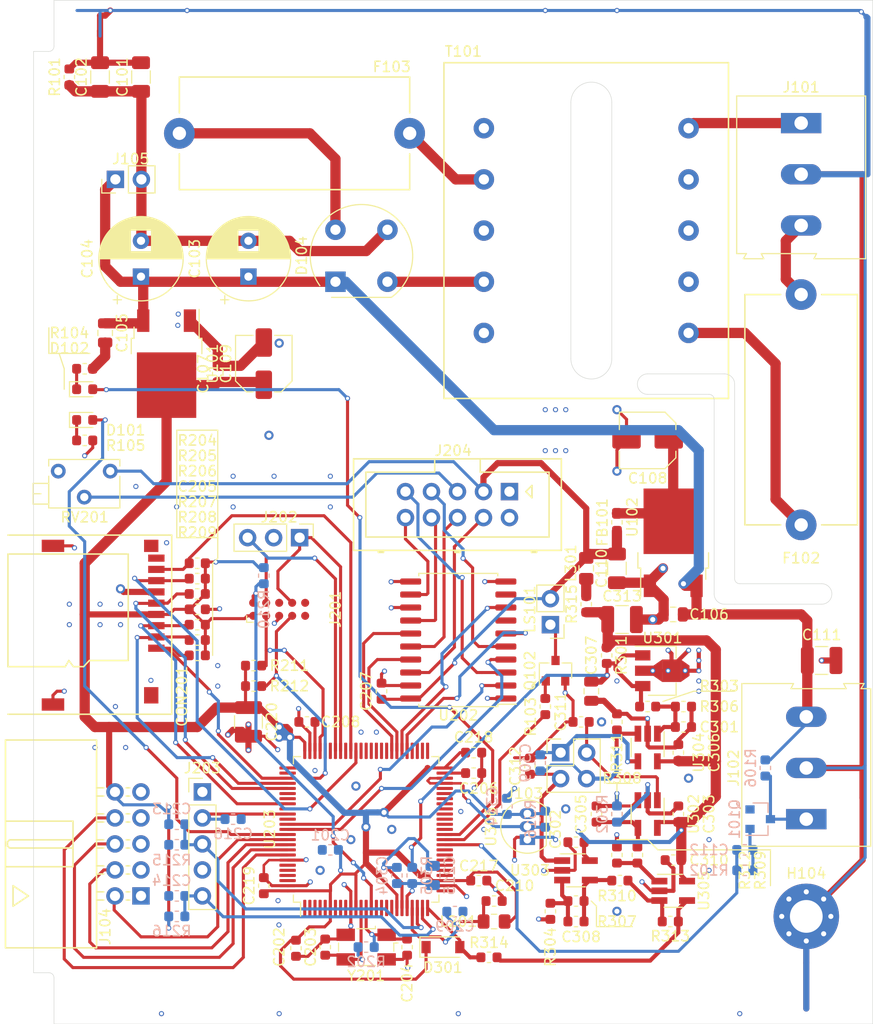
<source format=kicad_pcb>
(kicad_pcb (version 20171130) (host pcbnew 5.1.5)

  (general
    (thickness 1.6)
    (drawings 58)
    (tracks 1094)
    (zones 0)
    (modules 114)
    (nets 133)
  )

  (page A4)
  (layers
    (0 F.Cu signal)
    (31 B.Cu signal)
    (32 B.Adhes user hide)
    (33 F.Adhes user hide)
    (34 B.Paste user hide)
    (35 F.Paste user hide)
    (36 B.SilkS user hide)
    (37 F.SilkS user)
    (38 B.Mask user hide)
    (39 F.Mask user)
    (40 Dwgs.User user hide)
    (41 Cmts.User user hide)
    (42 Eco1.User user hide)
    (43 Eco2.User user hide)
    (44 Edge.Cuts user)
    (45 Margin user hide)
    (46 B.CrtYd user hide)
    (47 F.CrtYd user hide)
    (48 B.Fab user hide)
    (49 F.Fab user hide)
  )

  (setup
    (last_trace_width 0.6)
    (user_trace_width 0.3)
    (user_trace_width 0.4)
    (user_trace_width 0.6)
    (user_trace_width 1)
    (user_trace_width 2)
    (trace_clearance 0.2)
    (zone_clearance 0.25)
    (zone_45_only no)
    (trace_min 0.21)
    (via_size 0.5)
    (via_drill 0.3)
    (via_min_size 0.4)
    (via_min_drill 0.3)
    (user_via 0.9 0.5)
    (uvia_size 0.3)
    (uvia_drill 0.1)
    (uvias_allowed no)
    (uvia_min_size 0.2)
    (uvia_min_drill 0.1)
    (edge_width 0.05)
    (segment_width 0.2)
    (pcb_text_width 0.3)
    (pcb_text_size 1.5 1.5)
    (mod_edge_width 0.12)
    (mod_text_size 1 1)
    (mod_text_width 0.15)
    (pad_size 0.7874 0.7874)
    (pad_drill 0)
    (pad_to_mask_clearance 0.051)
    (solder_mask_min_width 0.25)
    (aux_axis_origin 13 13)
    (grid_origin 13 13)
    (visible_elements FFFFFF7F)
    (pcbplotparams
      (layerselection 0x010fc_ffffffff)
      (usegerberextensions false)
      (usegerberattributes false)
      (usegerberadvancedattributes false)
      (creategerberjobfile false)
      (excludeedgelayer true)
      (linewidth 0.100000)
      (plotframeref false)
      (viasonmask false)
      (mode 1)
      (useauxorigin false)
      (hpglpennumber 1)
      (hpglpenspeed 20)
      (hpglpendiameter 15.000000)
      (psnegative false)
      (psa4output false)
      (plotreference true)
      (plotvalue true)
      (plotinvisibletext false)
      (padsonsilk false)
      (subtractmaskfromsilk false)
      (outputformat 1)
      (mirror false)
      (drillshape 1)
      (scaleselection 1)
      (outputdirectory ""))
  )

  (net 0 "")
  (net 1 Earth)
  (net 2 GND)
  (net 3 +8V)
  (net 4 +3V3)
  (net 5 "Net-(C108-Pad1)")
  (net 6 +5V)
  (net 7 "Net-(C112-Pad2)")
  (net 8 /Controller/OUT0)
  (net 9 "Net-(C203-Pad1)")
  (net 10 "Net-(C204-Pad1)")
  (net 11 "Net-(C206-Pad1)")
  (net 12 "Net-(C208-Pad1)")
  (net 13 "Net-(C209-Pad1)")
  (net 14 /Controller/ENC1)
  (net 15 /Controller/ENC2)
  (net 16 /Controller/VREF)
  (net 17 /Controller/SW1)
  (net 18 "Net-(C301-Pad1)")
  (net 19 +5VA)
  (net 20 "Net-(C305-Pad1)")
  (net 21 "Net-(C305-Pad2)")
  (net 22 "Net-(C308-Pad1)")
  (net 23 /Frontend/FORCE+)
  (net 24 /Frontend/FORCE-)
  (net 25 /Frontend/SENS+)
  (net 26 /Frontend/SENS-)
  (net 27 /Controller/SDIO_D1)
  (net 28 /Controller/SDIO_D0)
  (net 29 /Controller/SDIO_CLK)
  (net 30 /Controller/SDIO_CMD)
  (net 31 /Controller/SDIO_D3)
  (net 32 /Controller/SDIO_D2)
  (net 33 /Controller/OUT3)
  (net 34 "Net-(D101-Pad1)")
  (net 35 "Net-(D102-Pad1)")
  (net 36 /Controller/OUT2)
  (net 37 "Net-(D104-Pad4)")
  (net 38 "Net-(D104-Pad2)")
  (net 39 /Controller/TEMP_IN)
  (net 40 /L_Trafo)
  (net 41 /L_IN)
  (net 42 "Net-(F103-Pad2)")
  (net 43 /N_IN)
  (net 44 "Net-(J102-Pad1)")
  (net 45 /DIGIO3)
  (net 46 /DIGIO2)
  (net 47 /DIGIO1)
  (net 48 /DIGIO0)
  (net 49 /Controller/SWDIO)
  (net 50 /Controller/SWCLK)
  (net 51 "Net-(J201-Pad5)")
  (net 52 "Net-(J201-Pad6)")
  (net 53 /Controller/PC_RX)
  (net 54 "Net-(J201-Pad8)")
  (net 55 /Controller/PC_TX)
  (net 56 /Controller/~RST)
  (net 57 "Net-(L301-Pad2)")
  (net 58 "Net-(LS101-Pad1)")
  (net 59 "Net-(Q102-Pad1)")
  (net 60 /Controller/OUT1)
  (net 61 "Net-(R309-Pad1)")
  (net 62 "Net-(R310-Pad2)")
  (net 63 "Net-(R313-Pad1)")
  (net 64 /Controller/LCD_VO)
  (net 65 "Net-(U202-Pad2)")
  (net 66 "Net-(U202-Pad4)")
  (net 67 "Net-(U202-Pad6)")
  (net 68 "Net-(U202-Pad7)")
  (net 69 "Net-(U202-Pad8)")
  (net 70 "Net-(U202-Pad9)")
  (net 71 "Net-(U202-Pad15)")
  (net 72 "Net-(U202-Pad17)")
  (net 73 "Net-(U203-Pad1)")
  (net 74 "Net-(U203-Pad2)")
  (net 75 "Net-(U203-Pad3)")
  (net 76 "Net-(U203-Pad4)")
  (net 77 "Net-(U203-Pad5)")
  (net 78 "Net-(U203-Pad7)")
  (net 79 "Net-(U203-Pad8)")
  (net 80 "Net-(U203-Pad9)")
  (net 81 "Net-(U203-Pad15)")
  (net 82 "Net-(U203-Pad16)")
  (net 83 "Net-(U203-Pad17)")
  (net 84 "Net-(U203-Pad18)")
  (net 85 "Net-(U203-Pad26)")
  (net 86 "Net-(U203-Pad29)")
  (net 87 "Net-(U203-Pad30)")
  (net 88 "Net-(U203-Pad31)")
  (net 89 "Net-(U203-Pad32)")
  (net 90 "Net-(U203-Pad33)")
  (net 91 "Net-(U203-Pad38)")
  (net 92 "Net-(U203-Pad39)")
  (net 93 "Net-(U203-Pad40)")
  (net 94 "Net-(U203-Pad41)")
  (net 95 "Net-(U203-Pad42)")
  (net 96 "Net-(U203-Pad43)")
  (net 97 "Net-(U203-Pad44)")
  (net 98 "Net-(U203-Pad45)")
  (net 99 "Net-(U203-Pad46)")
  (net 100 "Net-(U203-Pad51)")
  (net 101 "Net-(U203-Pad52)")
  (net 102 "Net-(U203-Pad53)")
  (net 103 "Net-(U203-Pad54)")
  (net 104 "Net-(U203-Pad59)")
  (net 105 "Net-(U203-Pad60)")
  (net 106 "Net-(U203-Pad61)")
  (net 107 "Net-(U203-Pad62)")
  (net 108 "Net-(U203-Pad63)")
  (net 109 "Net-(U203-Pad64)")
  (net 110 "Net-(U203-Pad67)")
  (net 111 "Net-(U203-Pad70)")
  (net 112 "Net-(U203-Pad71)")
  (net 113 "Net-(U203-Pad77)")
  (net 114 "Net-(U203-Pad81)")
  (net 115 "Net-(U203-Pad82)")
  (net 116 "Net-(U203-Pad84)")
  (net 117 "Net-(U203-Pad86)")
  (net 118 "Net-(U203-Pad95)")
  (net 119 "Net-(U203-Pad96)")
  (net 120 "Net-(U203-Pad97)")
  (net 121 "Net-(U203-Pad98)")
  (net 122 /Controller/LCD_RS)
  (net 123 /Controller/LCD_EN)
  (net 124 /Controller/LCD_D3)
  (net 125 /Controller/LCD_D0)
  (net 126 /Controller/LCD_D2)
  (net 127 /Controller/LCD_D1)
  (net 128 "Net-(C308-Pad2)")
  (net 129 "Net-(U203-Pad34)")
  (net 130 "Net-(CON201-Pad9)")
  (net 131 "Net-(C307-Pad1)")
  (net 132 /Controller/FRONTEND_TEMP)

  (net_class Default "This is the default net class."
    (clearance 0.2)
    (trace_width 0.25)
    (via_dia 0.5)
    (via_drill 0.3)
    (uvia_dia 0.3)
    (uvia_drill 0.1)
    (diff_pair_width 0.21)
    (diff_pair_gap 0.25)
    (add_net +3V3)
    (add_net +5V)
    (add_net +5VA)
    (add_net +8V)
    (add_net /Controller/ENC1)
    (add_net /Controller/ENC2)
    (add_net /Controller/FRONTEND_TEMP)
    (add_net /Controller/LCD_D0)
    (add_net /Controller/LCD_D1)
    (add_net /Controller/LCD_D2)
    (add_net /Controller/LCD_D3)
    (add_net /Controller/LCD_EN)
    (add_net /Controller/LCD_RS)
    (add_net /Controller/LCD_VO)
    (add_net /Controller/OUT0)
    (add_net /Controller/OUT1)
    (add_net /Controller/OUT2)
    (add_net /Controller/OUT3)
    (add_net /Controller/PC_RX)
    (add_net /Controller/PC_TX)
    (add_net /Controller/SDIO_CLK)
    (add_net /Controller/SDIO_CMD)
    (add_net /Controller/SDIO_D0)
    (add_net /Controller/SDIO_D1)
    (add_net /Controller/SDIO_D2)
    (add_net /Controller/SDIO_D3)
    (add_net /Controller/SW1)
    (add_net /Controller/SWCLK)
    (add_net /Controller/SWDIO)
    (add_net /Controller/TEMP_IN)
    (add_net /Controller/VREF)
    (add_net /Controller/~RST)
    (add_net /DIGIO0)
    (add_net /DIGIO1)
    (add_net /DIGIO2)
    (add_net /DIGIO3)
    (add_net /Frontend/FORCE+)
    (add_net /Frontend/FORCE-)
    (add_net /Frontend/SENS+)
    (add_net /Frontend/SENS-)
    (add_net Earth)
    (add_net GND)
    (add_net "Net-(C108-Pad1)")
    (add_net "Net-(C112-Pad2)")
    (add_net "Net-(C203-Pad1)")
    (add_net "Net-(C204-Pad1)")
    (add_net "Net-(C206-Pad1)")
    (add_net "Net-(C208-Pad1)")
    (add_net "Net-(C209-Pad1)")
    (add_net "Net-(C301-Pad1)")
    (add_net "Net-(C305-Pad1)")
    (add_net "Net-(C305-Pad2)")
    (add_net "Net-(C307-Pad1)")
    (add_net "Net-(C308-Pad1)")
    (add_net "Net-(C308-Pad2)")
    (add_net "Net-(CON201-Pad9)")
    (add_net "Net-(D101-Pad1)")
    (add_net "Net-(D102-Pad1)")
    (add_net "Net-(D104-Pad2)")
    (add_net "Net-(D104-Pad4)")
    (add_net "Net-(F103-Pad2)")
    (add_net "Net-(J102-Pad1)")
    (add_net "Net-(J201-Pad5)")
    (add_net "Net-(J201-Pad6)")
    (add_net "Net-(J201-Pad8)")
    (add_net "Net-(L301-Pad2)")
    (add_net "Net-(LS101-Pad1)")
    (add_net "Net-(Q102-Pad1)")
    (add_net "Net-(R309-Pad1)")
    (add_net "Net-(R310-Pad2)")
    (add_net "Net-(R313-Pad1)")
    (add_net "Net-(U202-Pad15)")
    (add_net "Net-(U202-Pad17)")
    (add_net "Net-(U202-Pad2)")
    (add_net "Net-(U202-Pad4)")
    (add_net "Net-(U202-Pad6)")
    (add_net "Net-(U202-Pad7)")
    (add_net "Net-(U202-Pad8)")
    (add_net "Net-(U202-Pad9)")
    (add_net "Net-(U203-Pad1)")
    (add_net "Net-(U203-Pad15)")
    (add_net "Net-(U203-Pad16)")
    (add_net "Net-(U203-Pad17)")
    (add_net "Net-(U203-Pad18)")
    (add_net "Net-(U203-Pad2)")
    (add_net "Net-(U203-Pad26)")
    (add_net "Net-(U203-Pad29)")
    (add_net "Net-(U203-Pad3)")
    (add_net "Net-(U203-Pad30)")
    (add_net "Net-(U203-Pad31)")
    (add_net "Net-(U203-Pad32)")
    (add_net "Net-(U203-Pad33)")
    (add_net "Net-(U203-Pad34)")
    (add_net "Net-(U203-Pad38)")
    (add_net "Net-(U203-Pad39)")
    (add_net "Net-(U203-Pad4)")
    (add_net "Net-(U203-Pad40)")
    (add_net "Net-(U203-Pad41)")
    (add_net "Net-(U203-Pad42)")
    (add_net "Net-(U203-Pad43)")
    (add_net "Net-(U203-Pad44)")
    (add_net "Net-(U203-Pad45)")
    (add_net "Net-(U203-Pad46)")
    (add_net "Net-(U203-Pad5)")
    (add_net "Net-(U203-Pad51)")
    (add_net "Net-(U203-Pad52)")
    (add_net "Net-(U203-Pad53)")
    (add_net "Net-(U203-Pad54)")
    (add_net "Net-(U203-Pad59)")
    (add_net "Net-(U203-Pad60)")
    (add_net "Net-(U203-Pad61)")
    (add_net "Net-(U203-Pad62)")
    (add_net "Net-(U203-Pad63)")
    (add_net "Net-(U203-Pad64)")
    (add_net "Net-(U203-Pad67)")
    (add_net "Net-(U203-Pad7)")
    (add_net "Net-(U203-Pad70)")
    (add_net "Net-(U203-Pad71)")
    (add_net "Net-(U203-Pad77)")
    (add_net "Net-(U203-Pad8)")
    (add_net "Net-(U203-Pad81)")
    (add_net "Net-(U203-Pad82)")
    (add_net "Net-(U203-Pad84)")
    (add_net "Net-(U203-Pad86)")
    (add_net "Net-(U203-Pad9)")
    (add_net "Net-(U203-Pad95)")
    (add_net "Net-(U203-Pad96)")
    (add_net "Net-(U203-Pad97)")
    (add_net "Net-(U203-Pad98)")
  )

  (net_class HV ""
    (clearance 2)
    (trace_width 1)
    (via_dia 0.5)
    (via_drill 0.3)
    (uvia_dia 0.3)
    (uvia_drill 0.1)
    (diff_pair_width 0.21)
    (diff_pair_gap 0.25)
    (add_net /L_IN)
    (add_net /L_Trafo)
    (add_net /N_IN)
  )

  (module Capacitor_SMD:C_1206_3216Metric (layer F.Cu) (tedit 5B301BBE) (tstamp 5DEF0E11)
    (at 21.5 20.5 90)
    (descr "Capacitor SMD 1206 (3216 Metric), square (rectangular) end terminal, IPC_7351 nominal, (Body size source: http://www.tortai-tech.com/upload/download/2011102023233369053.pdf), generated with kicad-footprint-generator")
    (tags capacitor)
    (path /5D708E87)
    (attr smd)
    (fp_text reference C101 (at 0 -1.82 90) (layer F.SilkS)
      (effects (font (size 1 1) (thickness 0.15)))
    )
    (fp_text value 100n/1kV (at 0 1.82 90) (layer F.Fab)
      (effects (font (size 1 1) (thickness 0.15)))
    )
    (fp_text user %R (at 0 0 90) (layer F.Fab)
      (effects (font (size 0.8 0.8) (thickness 0.12)))
    )
    (fp_line (start 2.28 1.12) (end -2.28 1.12) (layer F.CrtYd) (width 0.05))
    (fp_line (start 2.28 -1.12) (end 2.28 1.12) (layer F.CrtYd) (width 0.05))
    (fp_line (start -2.28 -1.12) (end 2.28 -1.12) (layer F.CrtYd) (width 0.05))
    (fp_line (start -2.28 1.12) (end -2.28 -1.12) (layer F.CrtYd) (width 0.05))
    (fp_line (start -0.602064 0.91) (end 0.602064 0.91) (layer F.SilkS) (width 0.12))
    (fp_line (start -0.602064 -0.91) (end 0.602064 -0.91) (layer F.SilkS) (width 0.12))
    (fp_line (start 1.6 0.8) (end -1.6 0.8) (layer F.Fab) (width 0.1))
    (fp_line (start 1.6 -0.8) (end 1.6 0.8) (layer F.Fab) (width 0.1))
    (fp_line (start -1.6 -0.8) (end 1.6 -0.8) (layer F.Fab) (width 0.1))
    (fp_line (start -1.6 0.8) (end -1.6 -0.8) (layer F.Fab) (width 0.1))
    (pad 2 smd roundrect (at 1.4 0 90) (size 1.25 1.75) (layers F.Cu F.Paste F.Mask) (roundrect_rratio 0.2)
      (net 1 Earth))
    (pad 1 smd roundrect (at -1.4 0 90) (size 1.25 1.75) (layers F.Cu F.Paste F.Mask) (roundrect_rratio 0.2)
      (net 2 GND))
    (model ${KISYS3DMOD}/Capacitor_SMD.3dshapes/C_1206_3216Metric.wrl
      (at (xyz 0 0 0))
      (scale (xyz 1 1 1))
      (rotate (xyz 0 0 0))
    )
  )

  (module Capacitor_SMD:C_1206_3216Metric (layer F.Cu) (tedit 5B301BBE) (tstamp 5DEF0E22)
    (at 17.5 20.5 90)
    (descr "Capacitor SMD 1206 (3216 Metric), square (rectangular) end terminal, IPC_7351 nominal, (Body size source: http://www.tortai-tech.com/upload/download/2011102023233369053.pdf), generated with kicad-footprint-generator")
    (tags capacitor)
    (path /5D707F91)
    (attr smd)
    (fp_text reference C102 (at 0 -1.82 90) (layer F.SilkS)
      (effects (font (size 1 1) (thickness 0.15)))
    )
    (fp_text value 100n/1kV (at 0 1.82 90) (layer F.Fab)
      (effects (font (size 1 1) (thickness 0.15)))
    )
    (fp_line (start -1.6 0.8) (end -1.6 -0.8) (layer F.Fab) (width 0.1))
    (fp_line (start -1.6 -0.8) (end 1.6 -0.8) (layer F.Fab) (width 0.1))
    (fp_line (start 1.6 -0.8) (end 1.6 0.8) (layer F.Fab) (width 0.1))
    (fp_line (start 1.6 0.8) (end -1.6 0.8) (layer F.Fab) (width 0.1))
    (fp_line (start -0.602064 -0.91) (end 0.602064 -0.91) (layer F.SilkS) (width 0.12))
    (fp_line (start -0.602064 0.91) (end 0.602064 0.91) (layer F.SilkS) (width 0.12))
    (fp_line (start -2.28 1.12) (end -2.28 -1.12) (layer F.CrtYd) (width 0.05))
    (fp_line (start -2.28 -1.12) (end 2.28 -1.12) (layer F.CrtYd) (width 0.05))
    (fp_line (start 2.28 -1.12) (end 2.28 1.12) (layer F.CrtYd) (width 0.05))
    (fp_line (start 2.28 1.12) (end -2.28 1.12) (layer F.CrtYd) (width 0.05))
    (fp_text user %R (at 0 0 90) (layer F.Fab)
      (effects (font (size 0.8 0.8) (thickness 0.12)))
    )
    (pad 1 smd roundrect (at -1.4 0 90) (size 1.25 1.75) (layers F.Cu F.Paste F.Mask) (roundrect_rratio 0.2)
      (net 2 GND))
    (pad 2 smd roundrect (at 1.4 0 90) (size 1.25 1.75) (layers F.Cu F.Paste F.Mask) (roundrect_rratio 0.2)
      (net 1 Earth))
    (model ${KISYS3DMOD}/Capacitor_SMD.3dshapes/C_1206_3216Metric.wrl
      (at (xyz 0 0 0))
      (scale (xyz 1 1 1))
      (rotate (xyz 0 0 0))
    )
  )

  (module Capacitor_THT:CP_Radial_D8.0mm_P3.50mm (layer F.Cu) (tedit 5AE50EF0) (tstamp 5DEF0ECB)
    (at 32 40 90)
    (descr "CP, Radial series, Radial, pin pitch=3.50mm, , diameter=8mm, Electrolytic Capacitor")
    (tags "CP Radial series Radial pin pitch 3.50mm  diameter 8mm Electrolytic Capacitor")
    (path /5D7133CA)
    (fp_text reference C103 (at 1.75 -5.25 90) (layer F.SilkS)
      (effects (font (size 1 1) (thickness 0.15)))
    )
    (fp_text value 470u (at 1.75 5.25 90) (layer F.Fab)
      (effects (font (size 1 1) (thickness 0.15)))
    )
    (fp_text user %R (at 1.75 0 90) (layer F.Fab)
      (effects (font (size 1 1) (thickness 0.15)))
    )
    (fp_line (start -2.259698 -2.715) (end -2.259698 -1.915) (layer F.SilkS) (width 0.12))
    (fp_line (start -2.659698 -2.315) (end -1.859698 -2.315) (layer F.SilkS) (width 0.12))
    (fp_line (start 5.831 -0.533) (end 5.831 0.533) (layer F.SilkS) (width 0.12))
    (fp_line (start 5.791 -0.768) (end 5.791 0.768) (layer F.SilkS) (width 0.12))
    (fp_line (start 5.751 -0.948) (end 5.751 0.948) (layer F.SilkS) (width 0.12))
    (fp_line (start 5.711 -1.098) (end 5.711 1.098) (layer F.SilkS) (width 0.12))
    (fp_line (start 5.671 -1.229) (end 5.671 1.229) (layer F.SilkS) (width 0.12))
    (fp_line (start 5.631 -1.346) (end 5.631 1.346) (layer F.SilkS) (width 0.12))
    (fp_line (start 5.591 -1.453) (end 5.591 1.453) (layer F.SilkS) (width 0.12))
    (fp_line (start 5.551 -1.552) (end 5.551 1.552) (layer F.SilkS) (width 0.12))
    (fp_line (start 5.511 -1.645) (end 5.511 1.645) (layer F.SilkS) (width 0.12))
    (fp_line (start 5.471 -1.731) (end 5.471 1.731) (layer F.SilkS) (width 0.12))
    (fp_line (start 5.431 -1.813) (end 5.431 1.813) (layer F.SilkS) (width 0.12))
    (fp_line (start 5.391 -1.89) (end 5.391 1.89) (layer F.SilkS) (width 0.12))
    (fp_line (start 5.351 -1.964) (end 5.351 1.964) (layer F.SilkS) (width 0.12))
    (fp_line (start 5.311 -2.034) (end 5.311 2.034) (layer F.SilkS) (width 0.12))
    (fp_line (start 5.271 -2.102) (end 5.271 2.102) (layer F.SilkS) (width 0.12))
    (fp_line (start 5.231 -2.166) (end 5.231 2.166) (layer F.SilkS) (width 0.12))
    (fp_line (start 5.191 -2.228) (end 5.191 2.228) (layer F.SilkS) (width 0.12))
    (fp_line (start 5.151 -2.287) (end 5.151 2.287) (layer F.SilkS) (width 0.12))
    (fp_line (start 5.111 -2.345) (end 5.111 2.345) (layer F.SilkS) (width 0.12))
    (fp_line (start 5.071 -2.4) (end 5.071 2.4) (layer F.SilkS) (width 0.12))
    (fp_line (start 5.031 -2.454) (end 5.031 2.454) (layer F.SilkS) (width 0.12))
    (fp_line (start 4.991 -2.505) (end 4.991 2.505) (layer F.SilkS) (width 0.12))
    (fp_line (start 4.951 -2.556) (end 4.951 2.556) (layer F.SilkS) (width 0.12))
    (fp_line (start 4.911 -2.604) (end 4.911 2.604) (layer F.SilkS) (width 0.12))
    (fp_line (start 4.871 -2.651) (end 4.871 2.651) (layer F.SilkS) (width 0.12))
    (fp_line (start 4.831 -2.697) (end 4.831 2.697) (layer F.SilkS) (width 0.12))
    (fp_line (start 4.791 -2.741) (end 4.791 2.741) (layer F.SilkS) (width 0.12))
    (fp_line (start 4.751 -2.784) (end 4.751 2.784) (layer F.SilkS) (width 0.12))
    (fp_line (start 4.711 -2.826) (end 4.711 2.826) (layer F.SilkS) (width 0.12))
    (fp_line (start 4.671 -2.867) (end 4.671 2.867) (layer F.SilkS) (width 0.12))
    (fp_line (start 4.631 -2.907) (end 4.631 2.907) (layer F.SilkS) (width 0.12))
    (fp_line (start 4.591 -2.945) (end 4.591 2.945) (layer F.SilkS) (width 0.12))
    (fp_line (start 4.551 -2.983) (end 4.551 2.983) (layer F.SilkS) (width 0.12))
    (fp_line (start 4.511 1.04) (end 4.511 3.019) (layer F.SilkS) (width 0.12))
    (fp_line (start 4.511 -3.019) (end 4.511 -1.04) (layer F.SilkS) (width 0.12))
    (fp_line (start 4.471 1.04) (end 4.471 3.055) (layer F.SilkS) (width 0.12))
    (fp_line (start 4.471 -3.055) (end 4.471 -1.04) (layer F.SilkS) (width 0.12))
    (fp_line (start 4.431 1.04) (end 4.431 3.09) (layer F.SilkS) (width 0.12))
    (fp_line (start 4.431 -3.09) (end 4.431 -1.04) (layer F.SilkS) (width 0.12))
    (fp_line (start 4.391 1.04) (end 4.391 3.124) (layer F.SilkS) (width 0.12))
    (fp_line (start 4.391 -3.124) (end 4.391 -1.04) (layer F.SilkS) (width 0.12))
    (fp_line (start 4.351 1.04) (end 4.351 3.156) (layer F.SilkS) (width 0.12))
    (fp_line (start 4.351 -3.156) (end 4.351 -1.04) (layer F.SilkS) (width 0.12))
    (fp_line (start 4.311 1.04) (end 4.311 3.189) (layer F.SilkS) (width 0.12))
    (fp_line (start 4.311 -3.189) (end 4.311 -1.04) (layer F.SilkS) (width 0.12))
    (fp_line (start 4.271 1.04) (end 4.271 3.22) (layer F.SilkS) (width 0.12))
    (fp_line (start 4.271 -3.22) (end 4.271 -1.04) (layer F.SilkS) (width 0.12))
    (fp_line (start 4.231 1.04) (end 4.231 3.25) (layer F.SilkS) (width 0.12))
    (fp_line (start 4.231 -3.25) (end 4.231 -1.04) (layer F.SilkS) (width 0.12))
    (fp_line (start 4.191 1.04) (end 4.191 3.28) (layer F.SilkS) (width 0.12))
    (fp_line (start 4.191 -3.28) (end 4.191 -1.04) (layer F.SilkS) (width 0.12))
    (fp_line (start 4.151 1.04) (end 4.151 3.309) (layer F.SilkS) (width 0.12))
    (fp_line (start 4.151 -3.309) (end 4.151 -1.04) (layer F.SilkS) (width 0.12))
    (fp_line (start 4.111 1.04) (end 4.111 3.338) (layer F.SilkS) (width 0.12))
    (fp_line (start 4.111 -3.338) (end 4.111 -1.04) (layer F.SilkS) (width 0.12))
    (fp_line (start 4.071 1.04) (end 4.071 3.365) (layer F.SilkS) (width 0.12))
    (fp_line (start 4.071 -3.365) (end 4.071 -1.04) (layer F.SilkS) (width 0.12))
    (fp_line (start 4.031 1.04) (end 4.031 3.392) (layer F.SilkS) (width 0.12))
    (fp_line (start 4.031 -3.392) (end 4.031 -1.04) (layer F.SilkS) (width 0.12))
    (fp_line (start 3.991 1.04) (end 3.991 3.418) (layer F.SilkS) (width 0.12))
    (fp_line (start 3.991 -3.418) (end 3.991 -1.04) (layer F.SilkS) (width 0.12))
    (fp_line (start 3.951 1.04) (end 3.951 3.444) (layer F.SilkS) (width 0.12))
    (fp_line (start 3.951 -3.444) (end 3.951 -1.04) (layer F.SilkS) (width 0.12))
    (fp_line (start 3.911 1.04) (end 3.911 3.469) (layer F.SilkS) (width 0.12))
    (fp_line (start 3.911 -3.469) (end 3.911 -1.04) (layer F.SilkS) (width 0.12))
    (fp_line (start 3.871 1.04) (end 3.871 3.493) (layer F.SilkS) (width 0.12))
    (fp_line (start 3.871 -3.493) (end 3.871 -1.04) (layer F.SilkS) (width 0.12))
    (fp_line (start 3.831 1.04) (end 3.831 3.517) (layer F.SilkS) (width 0.12))
    (fp_line (start 3.831 -3.517) (end 3.831 -1.04) (layer F.SilkS) (width 0.12))
    (fp_line (start 3.791 1.04) (end 3.791 3.54) (layer F.SilkS) (width 0.12))
    (fp_line (start 3.791 -3.54) (end 3.791 -1.04) (layer F.SilkS) (width 0.12))
    (fp_line (start 3.751 1.04) (end 3.751 3.562) (layer F.SilkS) (width 0.12))
    (fp_line (start 3.751 -3.562) (end 3.751 -1.04) (layer F.SilkS) (width 0.12))
    (fp_line (start 3.711 1.04) (end 3.711 3.584) (layer F.SilkS) (width 0.12))
    (fp_line (start 3.711 -3.584) (end 3.711 -1.04) (layer F.SilkS) (width 0.12))
    (fp_line (start 3.671 1.04) (end 3.671 3.606) (layer F.SilkS) (width 0.12))
    (fp_line (start 3.671 -3.606) (end 3.671 -1.04) (layer F.SilkS) (width 0.12))
    (fp_line (start 3.631 1.04) (end 3.631 3.627) (layer F.SilkS) (width 0.12))
    (fp_line (start 3.631 -3.627) (end 3.631 -1.04) (layer F.SilkS) (width 0.12))
    (fp_line (start 3.591 1.04) (end 3.591 3.647) (layer F.SilkS) (width 0.12))
    (fp_line (start 3.591 -3.647) (end 3.591 -1.04) (layer F.SilkS) (width 0.12))
    (fp_line (start 3.551 1.04) (end 3.551 3.666) (layer F.SilkS) (width 0.12))
    (fp_line (start 3.551 -3.666) (end 3.551 -1.04) (layer F.SilkS) (width 0.12))
    (fp_line (start 3.511 1.04) (end 3.511 3.686) (layer F.SilkS) (width 0.12))
    (fp_line (start 3.511 -3.686) (end 3.511 -1.04) (layer F.SilkS) (width 0.12))
    (fp_line (start 3.471 1.04) (end 3.471 3.704) (layer F.SilkS) (width 0.12))
    (fp_line (start 3.471 -3.704) (end 3.471 -1.04) (layer F.SilkS) (width 0.12))
    (fp_line (start 3.431 1.04) (end 3.431 3.722) (layer F.SilkS) (width 0.12))
    (fp_line (start 3.431 -3.722) (end 3.431 -1.04) (layer F.SilkS) (width 0.12))
    (fp_line (start 3.391 1.04) (end 3.391 3.74) (layer F.SilkS) (width 0.12))
    (fp_line (start 3.391 -3.74) (end 3.391 -1.04) (layer F.SilkS) (width 0.12))
    (fp_line (start 3.351 1.04) (end 3.351 3.757) (layer F.SilkS) (width 0.12))
    (fp_line (start 3.351 -3.757) (end 3.351 -1.04) (layer F.SilkS) (width 0.12))
    (fp_line (start 3.311 1.04) (end 3.311 3.774) (layer F.SilkS) (width 0.12))
    (fp_line (start 3.311 -3.774) (end 3.311 -1.04) (layer F.SilkS) (width 0.12))
    (fp_line (start 3.271 1.04) (end 3.271 3.79) (layer F.SilkS) (width 0.12))
    (fp_line (start 3.271 -3.79) (end 3.271 -1.04) (layer F.SilkS) (width 0.12))
    (fp_line (start 3.231 1.04) (end 3.231 3.805) (layer F.SilkS) (width 0.12))
    (fp_line (start 3.231 -3.805) (end 3.231 -1.04) (layer F.SilkS) (width 0.12))
    (fp_line (start 3.191 1.04) (end 3.191 3.821) (layer F.SilkS) (width 0.12))
    (fp_line (start 3.191 -3.821) (end 3.191 -1.04) (layer F.SilkS) (width 0.12))
    (fp_line (start 3.151 1.04) (end 3.151 3.835) (layer F.SilkS) (width 0.12))
    (fp_line (start 3.151 -3.835) (end 3.151 -1.04) (layer F.SilkS) (width 0.12))
    (fp_line (start 3.111 1.04) (end 3.111 3.85) (layer F.SilkS) (width 0.12))
    (fp_line (start 3.111 -3.85) (end 3.111 -1.04) (layer F.SilkS) (width 0.12))
    (fp_line (start 3.071 1.04) (end 3.071 3.863) (layer F.SilkS) (width 0.12))
    (fp_line (start 3.071 -3.863) (end 3.071 -1.04) (layer F.SilkS) (width 0.12))
    (fp_line (start 3.031 1.04) (end 3.031 3.877) (layer F.SilkS) (width 0.12))
    (fp_line (start 3.031 -3.877) (end 3.031 -1.04) (layer F.SilkS) (width 0.12))
    (fp_line (start 2.991 1.04) (end 2.991 3.889) (layer F.SilkS) (width 0.12))
    (fp_line (start 2.991 -3.889) (end 2.991 -1.04) (layer F.SilkS) (width 0.12))
    (fp_line (start 2.951 1.04) (end 2.951 3.902) (layer F.SilkS) (width 0.12))
    (fp_line (start 2.951 -3.902) (end 2.951 -1.04) (layer F.SilkS) (width 0.12))
    (fp_line (start 2.911 1.04) (end 2.911 3.914) (layer F.SilkS) (width 0.12))
    (fp_line (start 2.911 -3.914) (end 2.911 -1.04) (layer F.SilkS) (width 0.12))
    (fp_line (start 2.871 1.04) (end 2.871 3.925) (layer F.SilkS) (width 0.12))
    (fp_line (start 2.871 -3.925) (end 2.871 -1.04) (layer F.SilkS) (width 0.12))
    (fp_line (start 2.831 1.04) (end 2.831 3.936) (layer F.SilkS) (width 0.12))
    (fp_line (start 2.831 -3.936) (end 2.831 -1.04) (layer F.SilkS) (width 0.12))
    (fp_line (start 2.791 1.04) (end 2.791 3.947) (layer F.SilkS) (width 0.12))
    (fp_line (start 2.791 -3.947) (end 2.791 -1.04) (layer F.SilkS) (width 0.12))
    (fp_line (start 2.751 1.04) (end 2.751 3.957) (layer F.SilkS) (width 0.12))
    (fp_line (start 2.751 -3.957) (end 2.751 -1.04) (layer F.SilkS) (width 0.12))
    (fp_line (start 2.711 1.04) (end 2.711 3.967) (layer F.SilkS) (width 0.12))
    (fp_line (start 2.711 -3.967) (end 2.711 -1.04) (layer F.SilkS) (width 0.12))
    (fp_line (start 2.671 1.04) (end 2.671 3.976) (layer F.SilkS) (width 0.12))
    (fp_line (start 2.671 -3.976) (end 2.671 -1.04) (layer F.SilkS) (width 0.12))
    (fp_line (start 2.631 1.04) (end 2.631 3.985) (layer F.SilkS) (width 0.12))
    (fp_line (start 2.631 -3.985) (end 2.631 -1.04) (layer F.SilkS) (width 0.12))
    (fp_line (start 2.591 1.04) (end 2.591 3.994) (layer F.SilkS) (width 0.12))
    (fp_line (start 2.591 -3.994) (end 2.591 -1.04) (layer F.SilkS) (width 0.12))
    (fp_line (start 2.551 1.04) (end 2.551 4.002) (layer F.SilkS) (width 0.12))
    (fp_line (start 2.551 -4.002) (end 2.551 -1.04) (layer F.SilkS) (width 0.12))
    (fp_line (start 2.511 1.04) (end 2.511 4.01) (layer F.SilkS) (width 0.12))
    (fp_line (start 2.511 -4.01) (end 2.511 -1.04) (layer F.SilkS) (width 0.12))
    (fp_line (start 2.471 1.04) (end 2.471 4.017) (layer F.SilkS) (width 0.12))
    (fp_line (start 2.471 -4.017) (end 2.471 -1.04) (layer F.SilkS) (width 0.12))
    (fp_line (start 2.43 -4.024) (end 2.43 4.024) (layer F.SilkS) (width 0.12))
    (fp_line (start 2.39 -4.03) (end 2.39 4.03) (layer F.SilkS) (width 0.12))
    (fp_line (start 2.35 -4.037) (end 2.35 4.037) (layer F.SilkS) (width 0.12))
    (fp_line (start 2.31 -4.042) (end 2.31 4.042) (layer F.SilkS) (width 0.12))
    (fp_line (start 2.27 -4.048) (end 2.27 4.048) (layer F.SilkS) (width 0.12))
    (fp_line (start 2.23 -4.052) (end 2.23 4.052) (layer F.SilkS) (width 0.12))
    (fp_line (start 2.19 -4.057) (end 2.19 4.057) (layer F.SilkS) (width 0.12))
    (fp_line (start 2.15 -4.061) (end 2.15 4.061) (layer F.SilkS) (width 0.12))
    (fp_line (start 2.11 -4.065) (end 2.11 4.065) (layer F.SilkS) (width 0.12))
    (fp_line (start 2.07 -4.068) (end 2.07 4.068) (layer F.SilkS) (width 0.12))
    (fp_line (start 2.03 -4.071) (end 2.03 4.071) (layer F.SilkS) (width 0.12))
    (fp_line (start 1.99 -4.074) (end 1.99 4.074) (layer F.SilkS) (width 0.12))
    (fp_line (start 1.95 -4.076) (end 1.95 4.076) (layer F.SilkS) (width 0.12))
    (fp_line (start 1.91 -4.077) (end 1.91 4.077) (layer F.SilkS) (width 0.12))
    (fp_line (start 1.87 -4.079) (end 1.87 4.079) (layer F.SilkS) (width 0.12))
    (fp_line (start 1.83 -4.08) (end 1.83 4.08) (layer F.SilkS) (width 0.12))
    (fp_line (start 1.79 -4.08) (end 1.79 4.08) (layer F.SilkS) (width 0.12))
    (fp_line (start 1.75 -4.08) (end 1.75 4.08) (layer F.SilkS) (width 0.12))
    (fp_line (start -1.276759 -2.1475) (end -1.276759 -1.3475) (layer F.Fab) (width 0.1))
    (fp_line (start -1.676759 -1.7475) (end -0.876759 -1.7475) (layer F.Fab) (width 0.1))
    (fp_circle (center 1.75 0) (end 6 0) (layer F.CrtYd) (width 0.05))
    (fp_circle (center 1.75 0) (end 5.87 0) (layer F.SilkS) (width 0.12))
    (fp_circle (center 1.75 0) (end 5.75 0) (layer F.Fab) (width 0.1))
    (pad 2 thru_hole circle (at 3.5 0 90) (size 1.6 1.6) (drill 0.8) (layers *.Cu *.Mask)
      (net 2 GND))
    (pad 1 thru_hole rect (at 0 0 90) (size 1.6 1.6) (drill 0.8) (layers *.Cu *.Mask)
      (net 3 +8V))
    (model ${KISYS3DMOD}/Capacitor_THT.3dshapes/CP_Radial_D8.0mm_P3.50mm.wrl
      (at (xyz 0 0 0))
      (scale (xyz 1 1 1))
      (rotate (xyz 0 0 0))
    )
  )

  (module Capacitor_THT:CP_Radial_D8.0mm_P3.50mm (layer F.Cu) (tedit 5AE50EF0) (tstamp 5DEF0F74)
    (at 21.5 40 90)
    (descr "CP, Radial series, Radial, pin pitch=3.50mm, , diameter=8mm, Electrolytic Capacitor")
    (tags "CP Radial series Radial pin pitch 3.50mm  diameter 8mm Electrolytic Capacitor")
    (path /5D7139D5)
    (fp_text reference C104 (at 1.75 -5.25 90) (layer F.SilkS)
      (effects (font (size 1 1) (thickness 0.15)))
    )
    (fp_text value 470u (at 1.75 5.25 90) (layer F.Fab)
      (effects (font (size 1 1) (thickness 0.15)))
    )
    (fp_circle (center 1.75 0) (end 5.75 0) (layer F.Fab) (width 0.1))
    (fp_circle (center 1.75 0) (end 5.87 0) (layer F.SilkS) (width 0.12))
    (fp_circle (center 1.75 0) (end 6 0) (layer F.CrtYd) (width 0.05))
    (fp_line (start -1.676759 -1.7475) (end -0.876759 -1.7475) (layer F.Fab) (width 0.1))
    (fp_line (start -1.276759 -2.1475) (end -1.276759 -1.3475) (layer F.Fab) (width 0.1))
    (fp_line (start 1.75 -4.08) (end 1.75 4.08) (layer F.SilkS) (width 0.12))
    (fp_line (start 1.79 -4.08) (end 1.79 4.08) (layer F.SilkS) (width 0.12))
    (fp_line (start 1.83 -4.08) (end 1.83 4.08) (layer F.SilkS) (width 0.12))
    (fp_line (start 1.87 -4.079) (end 1.87 4.079) (layer F.SilkS) (width 0.12))
    (fp_line (start 1.91 -4.077) (end 1.91 4.077) (layer F.SilkS) (width 0.12))
    (fp_line (start 1.95 -4.076) (end 1.95 4.076) (layer F.SilkS) (width 0.12))
    (fp_line (start 1.99 -4.074) (end 1.99 4.074) (layer F.SilkS) (width 0.12))
    (fp_line (start 2.03 -4.071) (end 2.03 4.071) (layer F.SilkS) (width 0.12))
    (fp_line (start 2.07 -4.068) (end 2.07 4.068) (layer F.SilkS) (width 0.12))
    (fp_line (start 2.11 -4.065) (end 2.11 4.065) (layer F.SilkS) (width 0.12))
    (fp_line (start 2.15 -4.061) (end 2.15 4.061) (layer F.SilkS) (width 0.12))
    (fp_line (start 2.19 -4.057) (end 2.19 4.057) (layer F.SilkS) (width 0.12))
    (fp_line (start 2.23 -4.052) (end 2.23 4.052) (layer F.SilkS) (width 0.12))
    (fp_line (start 2.27 -4.048) (end 2.27 4.048) (layer F.SilkS) (width 0.12))
    (fp_line (start 2.31 -4.042) (end 2.31 4.042) (layer F.SilkS) (width 0.12))
    (fp_line (start 2.35 -4.037) (end 2.35 4.037) (layer F.SilkS) (width 0.12))
    (fp_line (start 2.39 -4.03) (end 2.39 4.03) (layer F.SilkS) (width 0.12))
    (fp_line (start 2.43 -4.024) (end 2.43 4.024) (layer F.SilkS) (width 0.12))
    (fp_line (start 2.471 -4.017) (end 2.471 -1.04) (layer F.SilkS) (width 0.12))
    (fp_line (start 2.471 1.04) (end 2.471 4.017) (layer F.SilkS) (width 0.12))
    (fp_line (start 2.511 -4.01) (end 2.511 -1.04) (layer F.SilkS) (width 0.12))
    (fp_line (start 2.511 1.04) (end 2.511 4.01) (layer F.SilkS) (width 0.12))
    (fp_line (start 2.551 -4.002) (end 2.551 -1.04) (layer F.SilkS) (width 0.12))
    (fp_line (start 2.551 1.04) (end 2.551 4.002) (layer F.SilkS) (width 0.12))
    (fp_line (start 2.591 -3.994) (end 2.591 -1.04) (layer F.SilkS) (width 0.12))
    (fp_line (start 2.591 1.04) (end 2.591 3.994) (layer F.SilkS) (width 0.12))
    (fp_line (start 2.631 -3.985) (end 2.631 -1.04) (layer F.SilkS) (width 0.12))
    (fp_line (start 2.631 1.04) (end 2.631 3.985) (layer F.SilkS) (width 0.12))
    (fp_line (start 2.671 -3.976) (end 2.671 -1.04) (layer F.SilkS) (width 0.12))
    (fp_line (start 2.671 1.04) (end 2.671 3.976) (layer F.SilkS) (width 0.12))
    (fp_line (start 2.711 -3.967) (end 2.711 -1.04) (layer F.SilkS) (width 0.12))
    (fp_line (start 2.711 1.04) (end 2.711 3.967) (layer F.SilkS) (width 0.12))
    (fp_line (start 2.751 -3.957) (end 2.751 -1.04) (layer F.SilkS) (width 0.12))
    (fp_line (start 2.751 1.04) (end 2.751 3.957) (layer F.SilkS) (width 0.12))
    (fp_line (start 2.791 -3.947) (end 2.791 -1.04) (layer F.SilkS) (width 0.12))
    (fp_line (start 2.791 1.04) (end 2.791 3.947) (layer F.SilkS) (width 0.12))
    (fp_line (start 2.831 -3.936) (end 2.831 -1.04) (layer F.SilkS) (width 0.12))
    (fp_line (start 2.831 1.04) (end 2.831 3.936) (layer F.SilkS) (width 0.12))
    (fp_line (start 2.871 -3.925) (end 2.871 -1.04) (layer F.SilkS) (width 0.12))
    (fp_line (start 2.871 1.04) (end 2.871 3.925) (layer F.SilkS) (width 0.12))
    (fp_line (start 2.911 -3.914) (end 2.911 -1.04) (layer F.SilkS) (width 0.12))
    (fp_line (start 2.911 1.04) (end 2.911 3.914) (layer F.SilkS) (width 0.12))
    (fp_line (start 2.951 -3.902) (end 2.951 -1.04) (layer F.SilkS) (width 0.12))
    (fp_line (start 2.951 1.04) (end 2.951 3.902) (layer F.SilkS) (width 0.12))
    (fp_line (start 2.991 -3.889) (end 2.991 -1.04) (layer F.SilkS) (width 0.12))
    (fp_line (start 2.991 1.04) (end 2.991 3.889) (layer F.SilkS) (width 0.12))
    (fp_line (start 3.031 -3.877) (end 3.031 -1.04) (layer F.SilkS) (width 0.12))
    (fp_line (start 3.031 1.04) (end 3.031 3.877) (layer F.SilkS) (width 0.12))
    (fp_line (start 3.071 -3.863) (end 3.071 -1.04) (layer F.SilkS) (width 0.12))
    (fp_line (start 3.071 1.04) (end 3.071 3.863) (layer F.SilkS) (width 0.12))
    (fp_line (start 3.111 -3.85) (end 3.111 -1.04) (layer F.SilkS) (width 0.12))
    (fp_line (start 3.111 1.04) (end 3.111 3.85) (layer F.SilkS) (width 0.12))
    (fp_line (start 3.151 -3.835) (end 3.151 -1.04) (layer F.SilkS) (width 0.12))
    (fp_line (start 3.151 1.04) (end 3.151 3.835) (layer F.SilkS) (width 0.12))
    (fp_line (start 3.191 -3.821) (end 3.191 -1.04) (layer F.SilkS) (width 0.12))
    (fp_line (start 3.191 1.04) (end 3.191 3.821) (layer F.SilkS) (width 0.12))
    (fp_line (start 3.231 -3.805) (end 3.231 -1.04) (layer F.SilkS) (width 0.12))
    (fp_line (start 3.231 1.04) (end 3.231 3.805) (layer F.SilkS) (width 0.12))
    (fp_line (start 3.271 -3.79) (end 3.271 -1.04) (layer F.SilkS) (width 0.12))
    (fp_line (start 3.271 1.04) (end 3.271 3.79) (layer F.SilkS) (width 0.12))
    (fp_line (start 3.311 -3.774) (end 3.311 -1.04) (layer F.SilkS) (width 0.12))
    (fp_line (start 3.311 1.04) (end 3.311 3.774) (layer F.SilkS) (width 0.12))
    (fp_line (start 3.351 -3.757) (end 3.351 -1.04) (layer F.SilkS) (width 0.12))
    (fp_line (start 3.351 1.04) (end 3.351 3.757) (layer F.SilkS) (width 0.12))
    (fp_line (start 3.391 -3.74) (end 3.391 -1.04) (layer F.SilkS) (width 0.12))
    (fp_line (start 3.391 1.04) (end 3.391 3.74) (layer F.SilkS) (width 0.12))
    (fp_line (start 3.431 -3.722) (end 3.431 -1.04) (layer F.SilkS) (width 0.12))
    (fp_line (start 3.431 1.04) (end 3.431 3.722) (layer F.SilkS) (width 0.12))
    (fp_line (start 3.471 -3.704) (end 3.471 -1.04) (layer F.SilkS) (width 0.12))
    (fp_line (start 3.471 1.04) (end 3.471 3.704) (layer F.SilkS) (width 0.12))
    (fp_line (start 3.511 -3.686) (end 3.511 -1.04) (layer F.SilkS) (width 0.12))
    (fp_line (start 3.511 1.04) (end 3.511 3.686) (layer F.SilkS) (width 0.12))
    (fp_line (start 3.551 -3.666) (end 3.551 -1.04) (layer F.SilkS) (width 0.12))
    (fp_line (start 3.551 1.04) (end 3.551 3.666) (layer F.SilkS) (width 0.12))
    (fp_line (start 3.591 -3.647) (end 3.591 -1.04) (layer F.SilkS) (width 0.12))
    (fp_line (start 3.591 1.04) (end 3.591 3.647) (layer F.SilkS) (width 0.12))
    (fp_line (start 3.631 -3.627) (end 3.631 -1.04) (layer F.SilkS) (width 0.12))
    (fp_line (start 3.631 1.04) (end 3.631 3.627) (layer F.SilkS) (width 0.12))
    (fp_line (start 3.671 -3.606) (end 3.671 -1.04) (layer F.SilkS) (width 0.12))
    (fp_line (start 3.671 1.04) (end 3.671 3.606) (layer F.SilkS) (width 0.12))
    (fp_line (start 3.711 -3.584) (end 3.711 -1.04) (layer F.SilkS) (width 0.12))
    (fp_line (start 3.711 1.04) (end 3.711 3.584) (layer F.SilkS) (width 0.12))
    (fp_line (start 3.751 -3.562) (end 3.751 -1.04) (layer F.SilkS) (width 0.12))
    (fp_line (start 3.751 1.04) (end 3.751 3.562) (layer F.SilkS) (width 0.12))
    (fp_line (start 3.791 -3.54) (end 3.791 -1.04) (layer F.SilkS) (width 0.12))
    (fp_line (start 3.791 1.04) (end 3.791 3.54) (layer F.SilkS) (width 0.12))
    (fp_line (start 3.831 -3.517) (end 3.831 -1.04) (layer F.SilkS) (width 0.12))
    (fp_line (start 3.831 1.04) (end 3.831 3.517) (layer F.SilkS) (width 0.12))
    (fp_line (start 3.871 -3.493) (end 3.871 -1.04) (layer F.SilkS) (width 0.12))
    (fp_line (start 3.871 1.04) (end 3.871 3.493) (layer F.SilkS) (width 0.12))
    (fp_line (start 3.911 -3.469) (end 3.911 -1.04) (layer F.SilkS) (width 0.12))
    (fp_line (start 3.911 1.04) (end 3.911 3.469) (layer F.SilkS) (width 0.12))
    (fp_line (start 3.951 -3.444) (end 3.951 -1.04) (layer F.SilkS) (width 0.12))
    (fp_line (start 3.951 1.04) (end 3.951 3.444) (layer F.SilkS) (width 0.12))
    (fp_line (start 3.991 -3.418) (end 3.991 -1.04) (layer F.SilkS) (width 0.12))
    (fp_line (start 3.991 1.04) (end 3.991 3.418) (layer F.SilkS) (width 0.12))
    (fp_line (start 4.031 -3.392) (end 4.031 -1.04) (layer F.SilkS) (width 0.12))
    (fp_line (start 4.031 1.04) (end 4.031 3.392) (layer F.SilkS) (width 0.12))
    (fp_line (start 4.071 -3.365) (end 4.071 -1.04) (layer F.SilkS) (width 0.12))
    (fp_line (start 4.071 1.04) (end 4.071 3.365) (layer F.SilkS) (width 0.12))
    (fp_line (start 4.111 -3.338) (end 4.111 -1.04) (layer F.SilkS) (width 0.12))
    (fp_line (start 4.111 1.04) (end 4.111 3.338) (layer F.SilkS) (width 0.12))
    (fp_line (start 4.151 -3.309) (end 4.151 -1.04) (layer F.SilkS) (width 0.12))
    (fp_line (start 4.151 1.04) (end 4.151 3.309) (layer F.SilkS) (width 0.12))
    (fp_line (start 4.191 -3.28) (end 4.191 -1.04) (layer F.SilkS) (width 0.12))
    (fp_line (start 4.191 1.04) (end 4.191 3.28) (layer F.SilkS) (width 0.12))
    (fp_line (start 4.231 -3.25) (end 4.231 -1.04) (layer F.SilkS) (width 0.12))
    (fp_line (start 4.231 1.04) (end 4.231 3.25) (layer F.SilkS) (width 0.12))
    (fp_line (start 4.271 -3.22) (end 4.271 -1.04) (layer F.SilkS) (width 0.12))
    (fp_line (start 4.271 1.04) (end 4.271 3.22) (layer F.SilkS) (width 0.12))
    (fp_line (start 4.311 -3.189) (end 4.311 -1.04) (layer F.SilkS) (width 0.12))
    (fp_line (start 4.311 1.04) (end 4.311 3.189) (layer F.SilkS) (width 0.12))
    (fp_line (start 4.351 -3.156) (end 4.351 -1.04) (layer F.SilkS) (width 0.12))
    (fp_line (start 4.351 1.04) (end 4.351 3.156) (layer F.SilkS) (width 0.12))
    (fp_line (start 4.391 -3.124) (end 4.391 -1.04) (layer F.SilkS) (width 0.12))
    (fp_line (start 4.391 1.04) (end 4.391 3.124) (layer F.SilkS) (width 0.12))
    (fp_line (start 4.431 -3.09) (end 4.431 -1.04) (layer F.SilkS) (width 0.12))
    (fp_line (start 4.431 1.04) (end 4.431 3.09) (layer F.SilkS) (width 0.12))
    (fp_line (start 4.471 -3.055) (end 4.471 -1.04) (layer F.SilkS) (width 0.12))
    (fp_line (start 4.471 1.04) (end 4.471 3.055) (layer F.SilkS) (width 0.12))
    (fp_line (start 4.511 -3.019) (end 4.511 -1.04) (layer F.SilkS) (width 0.12))
    (fp_line (start 4.511 1.04) (end 4.511 3.019) (layer F.SilkS) (width 0.12))
    (fp_line (start 4.551 -2.983) (end 4.551 2.983) (layer F.SilkS) (width 0.12))
    (fp_line (start 4.591 -2.945) (end 4.591 2.945) (layer F.SilkS) (width 0.12))
    (fp_line (start 4.631 -2.907) (end 4.631 2.907) (layer F.SilkS) (width 0.12))
    (fp_line (start 4.671 -2.867) (end 4.671 2.867) (layer F.SilkS) (width 0.12))
    (fp_line (start 4.711 -2.826) (end 4.711 2.826) (layer F.SilkS) (width 0.12))
    (fp_line (start 4.751 -2.784) (end 4.751 2.784) (layer F.SilkS) (width 0.12))
    (fp_line (start 4.791 -2.741) (end 4.791 2.741) (layer F.SilkS) (width 0.12))
    (fp_line (start 4.831 -2.697) (end 4.831 2.697) (layer F.SilkS) (width 0.12))
    (fp_line (start 4.871 -2.651) (end 4.871 2.651) (layer F.SilkS) (width 0.12))
    (fp_line (start 4.911 -2.604) (end 4.911 2.604) (layer F.SilkS) (width 0.12))
    (fp_line (start 4.951 -2.556) (end 4.951 2.556) (layer F.SilkS) (width 0.12))
    (fp_line (start 4.991 -2.505) (end 4.991 2.505) (layer F.SilkS) (width 0.12))
    (fp_line (start 5.031 -2.454) (end 5.031 2.454) (layer F.SilkS) (width 0.12))
    (fp_line (start 5.071 -2.4) (end 5.071 2.4) (layer F.SilkS) (width 0.12))
    (fp_line (start 5.111 -2.345) (end 5.111 2.345) (layer F.SilkS) (width 0.12))
    (fp_line (start 5.151 -2.287) (end 5.151 2.287) (layer F.SilkS) (width 0.12))
    (fp_line (start 5.191 -2.228) (end 5.191 2.228) (layer F.SilkS) (width 0.12))
    (fp_line (start 5.231 -2.166) (end 5.231 2.166) (layer F.SilkS) (width 0.12))
    (fp_line (start 5.271 -2.102) (end 5.271 2.102) (layer F.SilkS) (width 0.12))
    (fp_line (start 5.311 -2.034) (end 5.311 2.034) (layer F.SilkS) (width 0.12))
    (fp_line (start 5.351 -1.964) (end 5.351 1.964) (layer F.SilkS) (width 0.12))
    (fp_line (start 5.391 -1.89) (end 5.391 1.89) (layer F.SilkS) (width 0.12))
    (fp_line (start 5.431 -1.813) (end 5.431 1.813) (layer F.SilkS) (width 0.12))
    (fp_line (start 5.471 -1.731) (end 5.471 1.731) (layer F.SilkS) (width 0.12))
    (fp_line (start 5.511 -1.645) (end 5.511 1.645) (layer F.SilkS) (width 0.12))
    (fp_line (start 5.551 -1.552) (end 5.551 1.552) (layer F.SilkS) (width 0.12))
    (fp_line (start 5.591 -1.453) (end 5.591 1.453) (layer F.SilkS) (width 0.12))
    (fp_line (start 5.631 -1.346) (end 5.631 1.346) (layer F.SilkS) (width 0.12))
    (fp_line (start 5.671 -1.229) (end 5.671 1.229) (layer F.SilkS) (width 0.12))
    (fp_line (start 5.711 -1.098) (end 5.711 1.098) (layer F.SilkS) (width 0.12))
    (fp_line (start 5.751 -0.948) (end 5.751 0.948) (layer F.SilkS) (width 0.12))
    (fp_line (start 5.791 -0.768) (end 5.791 0.768) (layer F.SilkS) (width 0.12))
    (fp_line (start 5.831 -0.533) (end 5.831 0.533) (layer F.SilkS) (width 0.12))
    (fp_line (start -2.659698 -2.315) (end -1.859698 -2.315) (layer F.SilkS) (width 0.12))
    (fp_line (start -2.259698 -2.715) (end -2.259698 -1.915) (layer F.SilkS) (width 0.12))
    (fp_text user %R (at 1.75 0 90) (layer F.Fab)
      (effects (font (size 1 1) (thickness 0.15)))
    )
    (pad 1 thru_hole rect (at 0 0 90) (size 1.6 1.6) (drill 0.8) (layers *.Cu *.Mask)
      (net 3 +8V))
    (pad 2 thru_hole circle (at 3.5 0 90) (size 1.6 1.6) (drill 0.8) (layers *.Cu *.Mask)
      (net 2 GND))
    (model ${KISYS3DMOD}/Capacitor_THT.3dshapes/CP_Radial_D8.0mm_P3.50mm.wrl
      (at (xyz 0 0 0))
      (scale (xyz 1 1 1))
      (rotate (xyz 0 0 0))
    )
  )

  (module Capacitor_SMD:C_0805_2012Metric (layer F.Cu) (tedit 5B36C52B) (tstamp 5DEF0F85)
    (at 18 45.5 270)
    (descr "Capacitor SMD 0805 (2012 Metric), square (rectangular) end terminal, IPC_7351 nominal, (Body size source: https://docs.google.com/spreadsheets/d/1BsfQQcO9C6DZCsRaXUlFlo91Tg2WpOkGARC1WS5S8t0/edit?usp=sharing), generated with kicad-footprint-generator")
    (tags capacitor)
    (path /5D71F258)
    (attr smd)
    (fp_text reference C105 (at 0 -1.65 90) (layer F.SilkS)
      (effects (font (size 1 1) (thickness 0.15)))
    )
    (fp_text value 100n (at 0 1.65 90) (layer F.Fab)
      (effects (font (size 1 1) (thickness 0.15)))
    )
    (fp_line (start -1 0.6) (end -1 -0.6) (layer F.Fab) (width 0.1))
    (fp_line (start -1 -0.6) (end 1 -0.6) (layer F.Fab) (width 0.1))
    (fp_line (start 1 -0.6) (end 1 0.6) (layer F.Fab) (width 0.1))
    (fp_line (start 1 0.6) (end -1 0.6) (layer F.Fab) (width 0.1))
    (fp_line (start -0.258578 -0.71) (end 0.258578 -0.71) (layer F.SilkS) (width 0.12))
    (fp_line (start -0.258578 0.71) (end 0.258578 0.71) (layer F.SilkS) (width 0.12))
    (fp_line (start -1.68 0.95) (end -1.68 -0.95) (layer F.CrtYd) (width 0.05))
    (fp_line (start -1.68 -0.95) (end 1.68 -0.95) (layer F.CrtYd) (width 0.05))
    (fp_line (start 1.68 -0.95) (end 1.68 0.95) (layer F.CrtYd) (width 0.05))
    (fp_line (start 1.68 0.95) (end -1.68 0.95) (layer F.CrtYd) (width 0.05))
    (fp_text user %R (at 0 0 90) (layer F.Fab)
      (effects (font (size 0.5 0.5) (thickness 0.08)))
    )
    (pad 1 smd roundrect (at -0.9375 0 270) (size 0.975 1.4) (layers F.Cu F.Paste F.Mask) (roundrect_rratio 0.25)
      (net 3 +8V))
    (pad 2 smd roundrect (at 0.9375 0 270) (size 0.975 1.4) (layers F.Cu F.Paste F.Mask) (roundrect_rratio 0.25)
      (net 2 GND))
    (model ${KISYS3DMOD}/Capacitor_SMD.3dshapes/C_0805_2012Metric.wrl
      (at (xyz 0 0 0))
      (scale (xyz 1 1 1))
      (rotate (xyz 0 0 0))
    )
  )

  (module Capacitor_SMD:C_0805_2012Metric (layer F.Cu) (tedit 5B36C52B) (tstamp 5DEF0F96)
    (at 73.5 73 180)
    (descr "Capacitor SMD 0805 (2012 Metric), square (rectangular) end terminal, IPC_7351 nominal, (Body size source: https://docs.google.com/spreadsheets/d/1BsfQQcO9C6DZCsRaXUlFlo91Tg2WpOkGARC1WS5S8t0/edit?usp=sharing), generated with kicad-footprint-generator")
    (tags capacitor)
    (path /5D992429)
    (attr smd)
    (fp_text reference C106 (at -3.5 0) (layer F.SilkS)
      (effects (font (size 1 1) (thickness 0.15)))
    )
    (fp_text value 100n (at 0 1.65) (layer F.Fab)
      (effects (font (size 1 1) (thickness 0.15)))
    )
    (fp_text user %R (at 0 0) (layer F.Fab)
      (effects (font (size 0.5 0.5) (thickness 0.08)))
    )
    (fp_line (start 1.68 0.95) (end -1.68 0.95) (layer F.CrtYd) (width 0.05))
    (fp_line (start 1.68 -0.95) (end 1.68 0.95) (layer F.CrtYd) (width 0.05))
    (fp_line (start -1.68 -0.95) (end 1.68 -0.95) (layer F.CrtYd) (width 0.05))
    (fp_line (start -1.68 0.95) (end -1.68 -0.95) (layer F.CrtYd) (width 0.05))
    (fp_line (start -0.258578 0.71) (end 0.258578 0.71) (layer F.SilkS) (width 0.12))
    (fp_line (start -0.258578 -0.71) (end 0.258578 -0.71) (layer F.SilkS) (width 0.12))
    (fp_line (start 1 0.6) (end -1 0.6) (layer F.Fab) (width 0.1))
    (fp_line (start 1 -0.6) (end 1 0.6) (layer F.Fab) (width 0.1))
    (fp_line (start -1 -0.6) (end 1 -0.6) (layer F.Fab) (width 0.1))
    (fp_line (start -1 0.6) (end -1 -0.6) (layer F.Fab) (width 0.1))
    (pad 2 smd roundrect (at 0.9375 0 180) (size 0.975 1.4) (layers F.Cu F.Paste F.Mask) (roundrect_rratio 0.25)
      (net 2 GND))
    (pad 1 smd roundrect (at -0.9375 0 180) (size 0.975 1.4) (layers F.Cu F.Paste F.Mask) (roundrect_rratio 0.25)
      (net 3 +8V))
    (model ${KISYS3DMOD}/Capacitor_SMD.3dshapes/C_0805_2012Metric.wrl
      (at (xyz 0 0 0))
      (scale (xyz 1 1 1))
      (rotate (xyz 0 0 0))
    )
  )

  (module Capacitor_SMD:C_0603_1608Metric (layer F.Cu) (tedit 5B301BBE) (tstamp 5DEF0FA7)
    (at 29 49.5 90)
    (descr "Capacitor SMD 0603 (1608 Metric), square (rectangular) end terminal, IPC_7351 nominal, (Body size source: http://www.tortai-tech.com/upload/download/2011102023233369053.pdf), generated with kicad-footprint-generator")
    (tags capacitor)
    (path /5D722F9B)
    (attr smd)
    (fp_text reference C107 (at 0 -1.43 90) (layer F.SilkS)
      (effects (font (size 1 1) (thickness 0.15)))
    )
    (fp_text value 100n (at 0 1.43 90) (layer F.Fab)
      (effects (font (size 1 1) (thickness 0.15)))
    )
    (fp_line (start -0.8 0.4) (end -0.8 -0.4) (layer F.Fab) (width 0.1))
    (fp_line (start -0.8 -0.4) (end 0.8 -0.4) (layer F.Fab) (width 0.1))
    (fp_line (start 0.8 -0.4) (end 0.8 0.4) (layer F.Fab) (width 0.1))
    (fp_line (start 0.8 0.4) (end -0.8 0.4) (layer F.Fab) (width 0.1))
    (fp_line (start -0.162779 -0.51) (end 0.162779 -0.51) (layer F.SilkS) (width 0.12))
    (fp_line (start -0.162779 0.51) (end 0.162779 0.51) (layer F.SilkS) (width 0.12))
    (fp_line (start -1.48 0.73) (end -1.48 -0.73) (layer F.CrtYd) (width 0.05))
    (fp_line (start -1.48 -0.73) (end 1.48 -0.73) (layer F.CrtYd) (width 0.05))
    (fp_line (start 1.48 -0.73) (end 1.48 0.73) (layer F.CrtYd) (width 0.05))
    (fp_line (start 1.48 0.73) (end -1.48 0.73) (layer F.CrtYd) (width 0.05))
    (fp_text user %R (at 0 0 90) (layer F.Fab)
      (effects (font (size 0.4 0.4) (thickness 0.06)))
    )
    (pad 1 smd roundrect (at -0.7875 0 90) (size 0.875 0.95) (layers F.Cu F.Paste F.Mask) (roundrect_rratio 0.25)
      (net 4 +3V3))
    (pad 2 smd roundrect (at 0.7875 0 90) (size 0.875 0.95) (layers F.Cu F.Paste F.Mask) (roundrect_rratio 0.25)
      (net 2 GND))
    (model ${KISYS3DMOD}/Capacitor_SMD.3dshapes/C_0603_1608Metric.wrl
      (at (xyz 0 0 0))
      (scale (xyz 1 1 1))
      (rotate (xyz 0 0 0))
    )
  )

  (module Capacitor_SMD:C_Elec_5x5.4 (layer F.Cu) (tedit 5BC8D926) (tstamp 5DEF0FCB)
    (at 71 56 180)
    (descr "SMD capacitor, aluminum electrolytic nonpolar, 5.0x5.4mm")
    (tags "capacitor electrolyic nonpolar")
    (path /5D9883BA)
    (attr smd)
    (fp_text reference C108 (at 0 -3.7) (layer F.SilkS)
      (effects (font (size 1 1) (thickness 0.15)))
    )
    (fp_text value 10u (at 0 3.7) (layer F.Fab)
      (effects (font (size 1 1) (thickness 0.15)))
    )
    (fp_text user %R (at 0 0) (layer F.Fab)
      (effects (font (size 1 1) (thickness 0.15)))
    )
    (fp_line (start -3.7 1.05) (end -2.9 1.05) (layer F.CrtYd) (width 0.05))
    (fp_line (start -3.7 -1.05) (end -3.7 1.05) (layer F.CrtYd) (width 0.05))
    (fp_line (start -2.9 -1.05) (end -3.7 -1.05) (layer F.CrtYd) (width 0.05))
    (fp_line (start -2.9 1.05) (end -2.9 1.75) (layer F.CrtYd) (width 0.05))
    (fp_line (start -2.9 -1.75) (end -2.9 -1.05) (layer F.CrtYd) (width 0.05))
    (fp_line (start -2.9 -1.75) (end -1.75 -2.9) (layer F.CrtYd) (width 0.05))
    (fp_line (start -2.9 1.75) (end -1.75 2.9) (layer F.CrtYd) (width 0.05))
    (fp_line (start -1.75 -2.9) (end 2.9 -2.9) (layer F.CrtYd) (width 0.05))
    (fp_line (start -1.75 2.9) (end 2.9 2.9) (layer F.CrtYd) (width 0.05))
    (fp_line (start 2.9 1.05) (end 2.9 2.9) (layer F.CrtYd) (width 0.05))
    (fp_line (start 3.7 1.05) (end 2.9 1.05) (layer F.CrtYd) (width 0.05))
    (fp_line (start 3.7 -1.05) (end 3.7 1.05) (layer F.CrtYd) (width 0.05))
    (fp_line (start 2.9 -1.05) (end 3.7 -1.05) (layer F.CrtYd) (width 0.05))
    (fp_line (start 2.9 -2.9) (end 2.9 -1.05) (layer F.CrtYd) (width 0.05))
    (fp_line (start -2.76 1.695563) (end -1.695563 2.76) (layer F.SilkS) (width 0.12))
    (fp_line (start -2.76 -1.695563) (end -1.695563 -2.76) (layer F.SilkS) (width 0.12))
    (fp_line (start -2.76 -1.695563) (end -2.76 -1.06) (layer F.SilkS) (width 0.12))
    (fp_line (start -2.76 1.695563) (end -2.76 1.06) (layer F.SilkS) (width 0.12))
    (fp_line (start -1.695563 2.76) (end 2.76 2.76) (layer F.SilkS) (width 0.12))
    (fp_line (start -1.695563 -2.76) (end 2.76 -2.76) (layer F.SilkS) (width 0.12))
    (fp_line (start 2.76 -2.76) (end 2.76 -1.06) (layer F.SilkS) (width 0.12))
    (fp_line (start 2.76 2.76) (end 2.76 1.06) (layer F.SilkS) (width 0.12))
    (fp_line (start -2.65 1.65) (end -1.65 2.65) (layer F.Fab) (width 0.1))
    (fp_line (start -2.65 -1.65) (end -1.65 -2.65) (layer F.Fab) (width 0.1))
    (fp_line (start -2.65 -1.65) (end -2.65 1.65) (layer F.Fab) (width 0.1))
    (fp_line (start -1.65 2.65) (end 2.65 2.65) (layer F.Fab) (width 0.1))
    (fp_line (start -1.65 -2.65) (end 2.65 -2.65) (layer F.Fab) (width 0.1))
    (fp_line (start 2.65 -2.65) (end 2.65 2.65) (layer F.Fab) (width 0.1))
    (fp_circle (center 0 0) (end 2.5 0) (layer F.Fab) (width 0.1))
    (pad 2 smd roundrect (at 2.0625 0 180) (size 2.775 1.6) (layers F.Cu F.Paste F.Mask) (roundrect_rratio 0.15625)
      (net 2 GND))
    (pad 1 smd roundrect (at -2.0625 0 180) (size 2.775 1.6) (layers F.Cu F.Paste F.Mask) (roundrect_rratio 0.15625)
      (net 5 "Net-(C108-Pad1)"))
    (model ${KISYS3DMOD}/Capacitor_SMD.3dshapes/C_Elec_5x5.4.wrl
      (at (xyz 0 0 0))
      (scale (xyz 1 1 1))
      (rotate (xyz 0 0 0))
    )
  )

  (module Capacitor_SMD:C_Elec_5x5.4 (layer F.Cu) (tedit 5BC8D926) (tstamp 5DEF0FEF)
    (at 33.5 48.5 90)
    (descr "SMD capacitor, aluminum electrolytic nonpolar, 5.0x5.4mm")
    (tags "capacitor electrolyic nonpolar")
    (path /5D7289BD)
    (attr smd)
    (fp_text reference C109 (at 0 -3.7 90) (layer F.SilkS)
      (effects (font (size 1 1) (thickness 0.15)))
    )
    (fp_text value 10u (at 0 3.7 90) (layer F.Fab)
      (effects (font (size 1 1) (thickness 0.15)))
    )
    (fp_circle (center 0 0) (end 2.5 0) (layer F.Fab) (width 0.1))
    (fp_line (start 2.65 -2.65) (end 2.65 2.65) (layer F.Fab) (width 0.1))
    (fp_line (start -1.65 -2.65) (end 2.65 -2.65) (layer F.Fab) (width 0.1))
    (fp_line (start -1.65 2.65) (end 2.65 2.65) (layer F.Fab) (width 0.1))
    (fp_line (start -2.65 -1.65) (end -2.65 1.65) (layer F.Fab) (width 0.1))
    (fp_line (start -2.65 -1.65) (end -1.65 -2.65) (layer F.Fab) (width 0.1))
    (fp_line (start -2.65 1.65) (end -1.65 2.65) (layer F.Fab) (width 0.1))
    (fp_line (start 2.76 2.76) (end 2.76 1.06) (layer F.SilkS) (width 0.12))
    (fp_line (start 2.76 -2.76) (end 2.76 -1.06) (layer F.SilkS) (width 0.12))
    (fp_line (start -1.695563 -2.76) (end 2.76 -2.76) (layer F.SilkS) (width 0.12))
    (fp_line (start -1.695563 2.76) (end 2.76 2.76) (layer F.SilkS) (width 0.12))
    (fp_line (start -2.76 1.695563) (end -2.76 1.06) (layer F.SilkS) (width 0.12))
    (fp_line (start -2.76 -1.695563) (end -2.76 -1.06) (layer F.SilkS) (width 0.12))
    (fp_line (start -2.76 -1.695563) (end -1.695563 -2.76) (layer F.SilkS) (width 0.12))
    (fp_line (start -2.76 1.695563) (end -1.695563 2.76) (layer F.SilkS) (width 0.12))
    (fp_line (start 2.9 -2.9) (end 2.9 -1.05) (layer F.CrtYd) (width 0.05))
    (fp_line (start 2.9 -1.05) (end 3.7 -1.05) (layer F.CrtYd) (width 0.05))
    (fp_line (start 3.7 -1.05) (end 3.7 1.05) (layer F.CrtYd) (width 0.05))
    (fp_line (start 3.7 1.05) (end 2.9 1.05) (layer F.CrtYd) (width 0.05))
    (fp_line (start 2.9 1.05) (end 2.9 2.9) (layer F.CrtYd) (width 0.05))
    (fp_line (start -1.75 2.9) (end 2.9 2.9) (layer F.CrtYd) (width 0.05))
    (fp_line (start -1.75 -2.9) (end 2.9 -2.9) (layer F.CrtYd) (width 0.05))
    (fp_line (start -2.9 1.75) (end -1.75 2.9) (layer F.CrtYd) (width 0.05))
    (fp_line (start -2.9 -1.75) (end -1.75 -2.9) (layer F.CrtYd) (width 0.05))
    (fp_line (start -2.9 -1.75) (end -2.9 -1.05) (layer F.CrtYd) (width 0.05))
    (fp_line (start -2.9 1.05) (end -2.9 1.75) (layer F.CrtYd) (width 0.05))
    (fp_line (start -2.9 -1.05) (end -3.7 -1.05) (layer F.CrtYd) (width 0.05))
    (fp_line (start -3.7 -1.05) (end -3.7 1.05) (layer F.CrtYd) (width 0.05))
    (fp_line (start -3.7 1.05) (end -2.9 1.05) (layer F.CrtYd) (width 0.05))
    (fp_text user %R (at 0 0 90) (layer F.Fab)
      (effects (font (size 1 1) (thickness 0.15)))
    )
    (pad 1 smd roundrect (at -2.0625 0 90) (size 2.775 1.6) (layers F.Cu F.Paste F.Mask) (roundrect_rratio 0.15625)
      (net 4 +3V3))
    (pad 2 smd roundrect (at 2.0625 0 90) (size 2.775 1.6) (layers F.Cu F.Paste F.Mask) (roundrect_rratio 0.15625)
      (net 2 GND))
    (model ${KISYS3DMOD}/Capacitor_SMD.3dshapes/C_Elec_5x5.4.wrl
      (at (xyz 0 0 0))
      (scale (xyz 1 1 1))
      (rotate (xyz 0 0 0))
    )
  )

  (module Capacitor_SMD:C_1206_3216Metric (layer F.Cu) (tedit 5B301BBE) (tstamp 5DEF1000)
    (at 68 68.5 270)
    (descr "Capacitor SMD 1206 (3216 Metric), square (rectangular) end terminal, IPC_7351 nominal, (Body size source: http://www.tortai-tech.com/upload/download/2011102023233369053.pdf), generated with kicad-footprint-generator")
    (tags capacitor)
    (path /5D99DEEA)
    (attr smd)
    (fp_text reference C110 (at 0 1.5 90) (layer F.SilkS)
      (effects (font (size 1 1) (thickness 0.15)))
    )
    (fp_text value 1u (at 0 1.82 90) (layer F.Fab)
      (effects (font (size 1 1) (thickness 0.15)))
    )
    (fp_line (start -1.6 0.8) (end -1.6 -0.8) (layer F.Fab) (width 0.1))
    (fp_line (start -1.6 -0.8) (end 1.6 -0.8) (layer F.Fab) (width 0.1))
    (fp_line (start 1.6 -0.8) (end 1.6 0.8) (layer F.Fab) (width 0.1))
    (fp_line (start 1.6 0.8) (end -1.6 0.8) (layer F.Fab) (width 0.1))
    (fp_line (start -0.602064 -0.91) (end 0.602064 -0.91) (layer F.SilkS) (width 0.12))
    (fp_line (start -0.602064 0.91) (end 0.602064 0.91) (layer F.SilkS) (width 0.12))
    (fp_line (start -2.28 1.12) (end -2.28 -1.12) (layer F.CrtYd) (width 0.05))
    (fp_line (start -2.28 -1.12) (end 2.28 -1.12) (layer F.CrtYd) (width 0.05))
    (fp_line (start 2.28 -1.12) (end 2.28 1.12) (layer F.CrtYd) (width 0.05))
    (fp_line (start 2.28 1.12) (end -2.28 1.12) (layer F.CrtYd) (width 0.05))
    (fp_text user %R (at 0 0 90) (layer F.Fab)
      (effects (font (size 0.8 0.8) (thickness 0.12)))
    )
    (pad 1 smd roundrect (at -1.4 0 270) (size 1.25 1.75) (layers F.Cu F.Paste F.Mask) (roundrect_rratio 0.2)
      (net 6 +5V))
    (pad 2 smd roundrect (at 1.4 0 270) (size 1.25 1.75) (layers F.Cu F.Paste F.Mask) (roundrect_rratio 0.2)
      (net 2 GND))
    (model ${KISYS3DMOD}/Capacitor_SMD.3dshapes/C_1206_3216Metric.wrl
      (at (xyz 0 0 0))
      (scale (xyz 1 1 1))
      (rotate (xyz 0 0 0))
    )
  )

  (module Capacitor_SMD:C_1210_3225Metric (layer F.Cu) (tedit 5B301BBE) (tstamp 5DEF1011)
    (at 88 77.5 180)
    (descr "Capacitor SMD 1210 (3225 Metric), square (rectangular) end terminal, IPC_7351 nominal, (Body size source: http://www.tortai-tech.com/upload/download/2011102023233369053.pdf), generated with kicad-footprint-generator")
    (tags capacitor)
    (path /5D8DCE92)
    (attr smd)
    (fp_text reference C111 (at 0 2.5) (layer F.SilkS)
      (effects (font (size 1 1) (thickness 0.15)))
    )
    (fp_text value 10u (at 0 2.28) (layer F.Fab)
      (effects (font (size 1 1) (thickness 0.15)))
    )
    (fp_text user %R (at 0 0) (layer F.Fab)
      (effects (font (size 0.8 0.8) (thickness 0.12)))
    )
    (fp_line (start 2.28 1.58) (end -2.28 1.58) (layer F.CrtYd) (width 0.05))
    (fp_line (start 2.28 -1.58) (end 2.28 1.58) (layer F.CrtYd) (width 0.05))
    (fp_line (start -2.28 -1.58) (end 2.28 -1.58) (layer F.CrtYd) (width 0.05))
    (fp_line (start -2.28 1.58) (end -2.28 -1.58) (layer F.CrtYd) (width 0.05))
    (fp_line (start -0.602064 1.36) (end 0.602064 1.36) (layer F.SilkS) (width 0.12))
    (fp_line (start -0.602064 -1.36) (end 0.602064 -1.36) (layer F.SilkS) (width 0.12))
    (fp_line (start 1.6 1.25) (end -1.6 1.25) (layer F.Fab) (width 0.1))
    (fp_line (start 1.6 -1.25) (end 1.6 1.25) (layer F.Fab) (width 0.1))
    (fp_line (start -1.6 -1.25) (end 1.6 -1.25) (layer F.Fab) (width 0.1))
    (fp_line (start -1.6 1.25) (end -1.6 -1.25) (layer F.Fab) (width 0.1))
    (pad 2 smd roundrect (at 1.4 0 180) (size 1.25 2.65) (layers F.Cu F.Paste F.Mask) (roundrect_rratio 0.2)
      (net 3 +8V))
    (pad 1 smd roundrect (at -1.4 0 180) (size 1.25 2.65) (layers F.Cu F.Paste F.Mask) (roundrect_rratio 0.2)
      (net 2 GND))
    (model ${KISYS3DMOD}/Capacitor_SMD.3dshapes/C_1210_3225Metric.wrl
      (at (xyz 0 0 0))
      (scale (xyz 1 1 1))
      (rotate (xyz 0 0 0))
    )
  )

  (module Capacitor_SMD:C_0603_1608Metric (layer B.Cu) (tedit 5B301BBE) (tstamp 5E01D917)
    (at 80.5 96)
    (descr "Capacitor SMD 0603 (1608 Metric), square (rectangular) end terminal, IPC_7351 nominal, (Body size source: http://www.tortai-tech.com/upload/download/2011102023233369053.pdf), generated with kicad-footprint-generator")
    (tags capacitor)
    (path /5DF4E0DE)
    (attr smd)
    (fp_text reference C112 (at -3.5 0) (layer B.SilkS)
      (effects (font (size 1 1) (thickness 0.15)) (justify mirror))
    )
    (fp_text value 22n (at 0 -1.43) (layer B.Fab)
      (effects (font (size 1 1) (thickness 0.15)) (justify mirror))
    )
    (fp_text user %R (at 0 0) (layer B.Fab)
      (effects (font (size 0.4 0.4) (thickness 0.06)) (justify mirror))
    )
    (fp_line (start 1.48 -0.73) (end -1.48 -0.73) (layer B.CrtYd) (width 0.05))
    (fp_line (start 1.48 0.73) (end 1.48 -0.73) (layer B.CrtYd) (width 0.05))
    (fp_line (start -1.48 0.73) (end 1.48 0.73) (layer B.CrtYd) (width 0.05))
    (fp_line (start -1.48 -0.73) (end -1.48 0.73) (layer B.CrtYd) (width 0.05))
    (fp_line (start -0.162779 -0.51) (end 0.162779 -0.51) (layer B.SilkS) (width 0.12))
    (fp_line (start -0.162779 0.51) (end 0.162779 0.51) (layer B.SilkS) (width 0.12))
    (fp_line (start 0.8 -0.4) (end -0.8 -0.4) (layer B.Fab) (width 0.1))
    (fp_line (start 0.8 0.4) (end 0.8 -0.4) (layer B.Fab) (width 0.1))
    (fp_line (start -0.8 0.4) (end 0.8 0.4) (layer B.Fab) (width 0.1))
    (fp_line (start -0.8 -0.4) (end -0.8 0.4) (layer B.Fab) (width 0.1))
    (pad 2 smd roundrect (at 0.7875 0) (size 0.875 0.95) (layers B.Cu B.Paste B.Mask) (roundrect_rratio 0.25)
      (net 7 "Net-(C112-Pad2)"))
    (pad 1 smd roundrect (at -0.7875 0) (size 0.875 0.95) (layers B.Cu B.Paste B.Mask) (roundrect_rratio 0.25)
      (net 8 /Controller/OUT0))
    (model ${KISYS3DMOD}/Capacitor_SMD.3dshapes/C_0603_1608Metric.wrl
      (at (xyz 0 0 0))
      (scale (xyz 1 1 1))
      (rotate (xyz 0 0 0))
    )
  )

  (module Capacitor_SMD:C_0603_1608Metric (layer F.Cu) (tedit 5B301BBE) (tstamp 5DEF1033)
    (at 36.64 105.61 270)
    (descr "Capacitor SMD 0603 (1608 Metric), square (rectangular) end terminal, IPC_7351 nominal, (Body size source: http://www.tortai-tech.com/upload/download/2011102023233369053.pdf), generated with kicad-footprint-generator")
    (tags capacitor)
    (path /5D77EC9D/5D793BDA)
    (attr smd)
    (fp_text reference C202 (at -0.11 1.64 90) (layer F.SilkS)
      (effects (font (size 1 1) (thickness 0.15)))
    )
    (fp_text value 100n (at 0 1.43 90) (layer F.Fab)
      (effects (font (size 1 1) (thickness 0.15)))
    )
    (fp_line (start -0.8 0.4) (end -0.8 -0.4) (layer F.Fab) (width 0.1))
    (fp_line (start -0.8 -0.4) (end 0.8 -0.4) (layer F.Fab) (width 0.1))
    (fp_line (start 0.8 -0.4) (end 0.8 0.4) (layer F.Fab) (width 0.1))
    (fp_line (start 0.8 0.4) (end -0.8 0.4) (layer F.Fab) (width 0.1))
    (fp_line (start -0.162779 -0.51) (end 0.162779 -0.51) (layer F.SilkS) (width 0.12))
    (fp_line (start -0.162779 0.51) (end 0.162779 0.51) (layer F.SilkS) (width 0.12))
    (fp_line (start -1.48 0.73) (end -1.48 -0.73) (layer F.CrtYd) (width 0.05))
    (fp_line (start -1.48 -0.73) (end 1.48 -0.73) (layer F.CrtYd) (width 0.05))
    (fp_line (start 1.48 -0.73) (end 1.48 0.73) (layer F.CrtYd) (width 0.05))
    (fp_line (start 1.48 0.73) (end -1.48 0.73) (layer F.CrtYd) (width 0.05))
    (fp_text user %R (at 0 0 90) (layer F.Fab)
      (effects (font (size 0.4 0.4) (thickness 0.06)))
    )
    (pad 1 smd roundrect (at -0.7875 0 270) (size 0.875 0.95) (layers F.Cu F.Paste F.Mask) (roundrect_rratio 0.25)
      (net 4 +3V3))
    (pad 2 smd roundrect (at 0.7875 0 270) (size 0.875 0.95) (layers F.Cu F.Paste F.Mask) (roundrect_rratio 0.25)
      (net 2 GND))
    (model ${KISYS3DMOD}/Capacitor_SMD.3dshapes/C_0603_1608Metric.wrl
      (at (xyz 0 0 0))
      (scale (xyz 1 1 1))
      (rotate (xyz 0 0 0))
    )
  )

  (module Capacitor_SMD:C_0603_1608Metric (layer F.Cu) (tedit 5B301BBE) (tstamp 5DEF1044)
    (at 39.5 105.5 90)
    (descr "Capacitor SMD 0603 (1608 Metric), square (rectangular) end terminal, IPC_7351 nominal, (Body size source: http://www.tortai-tech.com/upload/download/2011102023233369053.pdf), generated with kicad-footprint-generator")
    (tags capacitor)
    (path /5D77EC9D/5D8447D5)
    (attr smd)
    (fp_text reference C203 (at 0 -1.43 90) (layer F.SilkS)
      (effects (font (size 1 1) (thickness 0.15)))
    )
    (fp_text value 12p (at 0 1.43 90) (layer F.Fab)
      (effects (font (size 1 1) (thickness 0.15)))
    )
    (fp_line (start -0.8 0.4) (end -0.8 -0.4) (layer F.Fab) (width 0.1))
    (fp_line (start -0.8 -0.4) (end 0.8 -0.4) (layer F.Fab) (width 0.1))
    (fp_line (start 0.8 -0.4) (end 0.8 0.4) (layer F.Fab) (width 0.1))
    (fp_line (start 0.8 0.4) (end -0.8 0.4) (layer F.Fab) (width 0.1))
    (fp_line (start -0.162779 -0.51) (end 0.162779 -0.51) (layer F.SilkS) (width 0.12))
    (fp_line (start -0.162779 0.51) (end 0.162779 0.51) (layer F.SilkS) (width 0.12))
    (fp_line (start -1.48 0.73) (end -1.48 -0.73) (layer F.CrtYd) (width 0.05))
    (fp_line (start -1.48 -0.73) (end 1.48 -0.73) (layer F.CrtYd) (width 0.05))
    (fp_line (start 1.48 -0.73) (end 1.48 0.73) (layer F.CrtYd) (width 0.05))
    (fp_line (start 1.48 0.73) (end -1.48 0.73) (layer F.CrtYd) (width 0.05))
    (fp_text user %R (at 0 0 90) (layer F.Fab)
      (effects (font (size 0.4 0.4) (thickness 0.06)))
    )
    (pad 1 smd roundrect (at -0.7875 0 90) (size 0.875 0.95) (layers F.Cu F.Paste F.Mask) (roundrect_rratio 0.25)
      (net 9 "Net-(C203-Pad1)"))
    (pad 2 smd roundrect (at 0.7875 0 90) (size 0.875 0.95) (layers F.Cu F.Paste F.Mask) (roundrect_rratio 0.25)
      (net 2 GND))
    (model ${KISYS3DMOD}/Capacitor_SMD.3dshapes/C_0603_1608Metric.wrl
      (at (xyz 0 0 0))
      (scale (xyz 1 1 1))
      (rotate (xyz 0 0 0))
    )
  )

  (module Capacitor_SMD:C_0603_1608Metric (layer F.Cu) (tedit 5B301BBE) (tstamp 5DEF1055)
    (at 47.5 105.5 270)
    (descr "Capacitor SMD 0603 (1608 Metric), square (rectangular) end terminal, IPC_7351 nominal, (Body size source: http://www.tortai-tech.com/upload/download/2011102023233369053.pdf), generated with kicad-footprint-generator")
    (tags capacitor)
    (path /5D77EC9D/5D841383)
    (attr smd)
    (fp_text reference C204 (at 3.5 0 270) (layer F.SilkS)
      (effects (font (size 1 1) (thickness 0.15)))
    )
    (fp_text value 12p (at 0 1.43 270) (layer F.Fab)
      (effects (font (size 1 1) (thickness 0.15)))
    )
    (fp_text user %R (at 0 0 270) (layer F.Fab)
      (effects (font (size 0.4 0.4) (thickness 0.06)))
    )
    (fp_line (start 1.48 0.73) (end -1.48 0.73) (layer F.CrtYd) (width 0.05))
    (fp_line (start 1.48 -0.73) (end 1.48 0.73) (layer F.CrtYd) (width 0.05))
    (fp_line (start -1.48 -0.73) (end 1.48 -0.73) (layer F.CrtYd) (width 0.05))
    (fp_line (start -1.48 0.73) (end -1.48 -0.73) (layer F.CrtYd) (width 0.05))
    (fp_line (start -0.162779 0.51) (end 0.162779 0.51) (layer F.SilkS) (width 0.12))
    (fp_line (start -0.162779 -0.51) (end 0.162779 -0.51) (layer F.SilkS) (width 0.12))
    (fp_line (start 0.8 0.4) (end -0.8 0.4) (layer F.Fab) (width 0.1))
    (fp_line (start 0.8 -0.4) (end 0.8 0.4) (layer F.Fab) (width 0.1))
    (fp_line (start -0.8 -0.4) (end 0.8 -0.4) (layer F.Fab) (width 0.1))
    (fp_line (start -0.8 0.4) (end -0.8 -0.4) (layer F.Fab) (width 0.1))
    (pad 2 smd roundrect (at 0.7875 0 270) (size 0.875 0.95) (layers F.Cu F.Paste F.Mask) (roundrect_rratio 0.25)
      (net 2 GND))
    (pad 1 smd roundrect (at -0.7875 0 270) (size 0.875 0.95) (layers F.Cu F.Paste F.Mask) (roundrect_rratio 0.25)
      (net 10 "Net-(C204-Pad1)"))
    (model ${KISYS3DMOD}/Capacitor_SMD.3dshapes/C_0603_1608Metric.wrl
      (at (xyz 0 0 0))
      (scale (xyz 1 1 1))
      (rotate (xyz 0 0 0))
    )
  )

  (module Capacitor_SMD:C_0603_1608Metric (layer F.Cu) (tedit 5B301BBE) (tstamp 5DEF1066)
    (at 27 72.5 180)
    (descr "Capacitor SMD 0603 (1608 Metric), square (rectangular) end terminal, IPC_7351 nominal, (Body size source: http://www.tortai-tech.com/upload/download/2011102023233369053.pdf), generated with kicad-footprint-generator")
    (tags capacitor)
    (path /5D77EC9D/5DC2C880)
    (attr smd)
    (fp_text reference C205 (at 0 12) (layer F.SilkS)
      (effects (font (size 1 1) (thickness 0.15)))
    )
    (fp_text value 100n (at 0 1.43) (layer F.Fab)
      (effects (font (size 1 1) (thickness 0.15)))
    )
    (fp_line (start -0.8 0.4) (end -0.8 -0.4) (layer F.Fab) (width 0.1))
    (fp_line (start -0.8 -0.4) (end 0.8 -0.4) (layer F.Fab) (width 0.1))
    (fp_line (start 0.8 -0.4) (end 0.8 0.4) (layer F.Fab) (width 0.1))
    (fp_line (start 0.8 0.4) (end -0.8 0.4) (layer F.Fab) (width 0.1))
    (fp_line (start -0.162779 -0.51) (end 0.162779 -0.51) (layer F.SilkS) (width 0.12))
    (fp_line (start -0.162779 0.51) (end 0.162779 0.51) (layer F.SilkS) (width 0.12))
    (fp_line (start -1.48 0.73) (end -1.48 -0.73) (layer F.CrtYd) (width 0.05))
    (fp_line (start -1.48 -0.73) (end 1.48 -0.73) (layer F.CrtYd) (width 0.05))
    (fp_line (start 1.48 -0.73) (end 1.48 0.73) (layer F.CrtYd) (width 0.05))
    (fp_line (start 1.48 0.73) (end -1.48 0.73) (layer F.CrtYd) (width 0.05))
    (fp_text user %R (at 0 0) (layer F.Fab)
      (effects (font (size 0.4 0.4) (thickness 0.06)))
    )
    (pad 1 smd roundrect (at -0.7875 0 180) (size 0.875 0.95) (layers F.Cu F.Paste F.Mask) (roundrect_rratio 0.25)
      (net 2 GND))
    (pad 2 smd roundrect (at 0.7875 0 180) (size 0.875 0.95) (layers F.Cu F.Paste F.Mask) (roundrect_rratio 0.25)
      (net 4 +3V3))
    (model ${KISYS3DMOD}/Capacitor_SMD.3dshapes/C_0603_1608Metric.wrl
      (at (xyz 0 0 0))
      (scale (xyz 1 1 1))
      (rotate (xyz 0 0 0))
    )
  )

  (module Capacitor_SMD:C_0603_1608Metric (layer F.Cu) (tedit 5B301BBE) (tstamp 5DEF1077)
    (at 54 88.5)
    (descr "Capacitor SMD 0603 (1608 Metric), square (rectangular) end terminal, IPC_7351 nominal, (Body size source: http://www.tortai-tech.com/upload/download/2011102023233369053.pdf), generated with kicad-footprint-generator")
    (tags capacitor)
    (path /5D77EC9D/5D7A7211)
    (attr smd)
    (fp_text reference C206 (at 0.5 1.5) (layer F.SilkS)
      (effects (font (size 1 1) (thickness 0.15)))
    )
    (fp_text value 2u2 (at 0 1.43) (layer F.Fab)
      (effects (font (size 1 1) (thickness 0.15)))
    )
    (fp_text user %R (at 0 0) (layer F.Fab)
      (effects (font (size 0.4 0.4) (thickness 0.06)))
    )
    (fp_line (start 1.48 0.73) (end -1.48 0.73) (layer F.CrtYd) (width 0.05))
    (fp_line (start 1.48 -0.73) (end 1.48 0.73) (layer F.CrtYd) (width 0.05))
    (fp_line (start -1.48 -0.73) (end 1.48 -0.73) (layer F.CrtYd) (width 0.05))
    (fp_line (start -1.48 0.73) (end -1.48 -0.73) (layer F.CrtYd) (width 0.05))
    (fp_line (start -0.162779 0.51) (end 0.162779 0.51) (layer F.SilkS) (width 0.12))
    (fp_line (start -0.162779 -0.51) (end 0.162779 -0.51) (layer F.SilkS) (width 0.12))
    (fp_line (start 0.8 0.4) (end -0.8 0.4) (layer F.Fab) (width 0.1))
    (fp_line (start 0.8 -0.4) (end 0.8 0.4) (layer F.Fab) (width 0.1))
    (fp_line (start -0.8 -0.4) (end 0.8 -0.4) (layer F.Fab) (width 0.1))
    (fp_line (start -0.8 0.4) (end -0.8 -0.4) (layer F.Fab) (width 0.1))
    (pad 2 smd roundrect (at 0.7875 0) (size 0.875 0.95) (layers F.Cu F.Paste F.Mask) (roundrect_rratio 0.25)
      (net 2 GND))
    (pad 1 smd roundrect (at -0.7875 0) (size 0.875 0.95) (layers F.Cu F.Paste F.Mask) (roundrect_rratio 0.25)
      (net 11 "Net-(C206-Pad1)"))
    (model ${KISYS3DMOD}/Capacitor_SMD.3dshapes/C_0603_1608Metric.wrl
      (at (xyz 0 0 0))
      (scale (xyz 1 1 1))
      (rotate (xyz 0 0 0))
    )
  )

  (module Capacitor_SMD:C_0603_1608Metric (layer F.Cu) (tedit 5B301BBE) (tstamp 5DEF1088)
    (at 45 80.5 270)
    (descr "Capacitor SMD 0603 (1608 Metric), square (rectangular) end terminal, IPC_7351 nominal, (Body size source: http://www.tortai-tech.com/upload/download/2011102023233369053.pdf), generated with kicad-footprint-generator")
    (tags capacitor)
    (path /5D77EC9D/5D9BD104)
    (attr smd)
    (fp_text reference C207 (at 0 1.5 90) (layer F.SilkS)
      (effects (font (size 1 1) (thickness 0.15)))
    )
    (fp_text value 100n (at 0 1.43 90) (layer F.Fab)
      (effects (font (size 1 1) (thickness 0.15)))
    )
    (fp_text user %R (at 0 0 90) (layer F.Fab)
      (effects (font (size 0.4 0.4) (thickness 0.06)))
    )
    (fp_line (start 1.48 0.73) (end -1.48 0.73) (layer F.CrtYd) (width 0.05))
    (fp_line (start 1.48 -0.73) (end 1.48 0.73) (layer F.CrtYd) (width 0.05))
    (fp_line (start -1.48 -0.73) (end 1.48 -0.73) (layer F.CrtYd) (width 0.05))
    (fp_line (start -1.48 0.73) (end -1.48 -0.73) (layer F.CrtYd) (width 0.05))
    (fp_line (start -0.162779 0.51) (end 0.162779 0.51) (layer F.SilkS) (width 0.12))
    (fp_line (start -0.162779 -0.51) (end 0.162779 -0.51) (layer F.SilkS) (width 0.12))
    (fp_line (start 0.8 0.4) (end -0.8 0.4) (layer F.Fab) (width 0.1))
    (fp_line (start 0.8 -0.4) (end 0.8 0.4) (layer F.Fab) (width 0.1))
    (fp_line (start -0.8 -0.4) (end 0.8 -0.4) (layer F.Fab) (width 0.1))
    (fp_line (start -0.8 0.4) (end -0.8 -0.4) (layer F.Fab) (width 0.1))
    (pad 2 smd roundrect (at 0.7875 0 270) (size 0.875 0.95) (layers F.Cu F.Paste F.Mask) (roundrect_rratio 0.25)
      (net 6 +5V))
    (pad 1 smd roundrect (at -0.7875 0 270) (size 0.875 0.95) (layers F.Cu F.Paste F.Mask) (roundrect_rratio 0.25)
      (net 2 GND))
    (model ${KISYS3DMOD}/Capacitor_SMD.3dshapes/C_0603_1608Metric.wrl
      (at (xyz 0 0 0))
      (scale (xyz 1 1 1))
      (rotate (xyz 0 0 0))
    )
  )

  (module Capacitor_SMD:C_0603_1608Metric (layer F.Cu) (tedit 5B301BBE) (tstamp 5DEF1099)
    (at 37.7125 83.5 180)
    (descr "Capacitor SMD 0603 (1608 Metric), square (rectangular) end terminal, IPC_7351 nominal, (Body size source: http://www.tortai-tech.com/upload/download/2011102023233369053.pdf), generated with kicad-footprint-generator")
    (tags capacitor)
    (path /5D77EC9D/5D7A8470)
    (attr smd)
    (fp_text reference C208 (at -3.2875 0) (layer F.SilkS)
      (effects (font (size 1 1) (thickness 0.15)))
    )
    (fp_text value 2u2 (at 0 1.43) (layer F.Fab)
      (effects (font (size 1 1) (thickness 0.15)))
    )
    (fp_line (start -0.8 0.4) (end -0.8 -0.4) (layer F.Fab) (width 0.1))
    (fp_line (start -0.8 -0.4) (end 0.8 -0.4) (layer F.Fab) (width 0.1))
    (fp_line (start 0.8 -0.4) (end 0.8 0.4) (layer F.Fab) (width 0.1))
    (fp_line (start 0.8 0.4) (end -0.8 0.4) (layer F.Fab) (width 0.1))
    (fp_line (start -0.162779 -0.51) (end 0.162779 -0.51) (layer F.SilkS) (width 0.12))
    (fp_line (start -0.162779 0.51) (end 0.162779 0.51) (layer F.SilkS) (width 0.12))
    (fp_line (start -1.48 0.73) (end -1.48 -0.73) (layer F.CrtYd) (width 0.05))
    (fp_line (start -1.48 -0.73) (end 1.48 -0.73) (layer F.CrtYd) (width 0.05))
    (fp_line (start 1.48 -0.73) (end 1.48 0.73) (layer F.CrtYd) (width 0.05))
    (fp_line (start 1.48 0.73) (end -1.48 0.73) (layer F.CrtYd) (width 0.05))
    (fp_text user %R (at 0 0) (layer F.Fab)
      (effects (font (size 0.4 0.4) (thickness 0.06)))
    )
    (pad 1 smd roundrect (at -0.7875 0 180) (size 0.875 0.95) (layers F.Cu F.Paste F.Mask) (roundrect_rratio 0.25)
      (net 12 "Net-(C208-Pad1)"))
    (pad 2 smd roundrect (at 0.7875 0 180) (size 0.875 0.95) (layers F.Cu F.Paste F.Mask) (roundrect_rratio 0.25)
      (net 2 GND))
    (model ${KISYS3DMOD}/Capacitor_SMD.3dshapes/C_0603_1608Metric.wrl
      (at (xyz 0 0 0))
      (scale (xyz 1 1 1))
      (rotate (xyz 0 0 0))
    )
  )

  (module Capacitor_SMD:C_0603_1608Metric (layer B.Cu) (tedit 5B301BBE) (tstamp 5DEF10AA)
    (at 52.17 102.03)
    (descr "Capacitor SMD 0603 (1608 Metric), square (rectangular) end terminal, IPC_7351 nominal, (Body size source: http://www.tortai-tech.com/upload/download/2011102023233369053.pdf), generated with kicad-footprint-generator")
    (tags capacitor)
    (path /5D77EC9D/5D7C8AA8)
    (attr smd)
    (fp_text reference C209 (at 0 1.43) (layer B.SilkS)
      (effects (font (size 1 1) (thickness 0.15)) (justify mirror))
    )
    (fp_text value 100n (at 0 -1.43) (layer B.Fab)
      (effects (font (size 1 1) (thickness 0.15)) (justify mirror))
    )
    (fp_line (start -0.8 -0.4) (end -0.8 0.4) (layer B.Fab) (width 0.1))
    (fp_line (start -0.8 0.4) (end 0.8 0.4) (layer B.Fab) (width 0.1))
    (fp_line (start 0.8 0.4) (end 0.8 -0.4) (layer B.Fab) (width 0.1))
    (fp_line (start 0.8 -0.4) (end -0.8 -0.4) (layer B.Fab) (width 0.1))
    (fp_line (start -0.162779 0.51) (end 0.162779 0.51) (layer B.SilkS) (width 0.12))
    (fp_line (start -0.162779 -0.51) (end 0.162779 -0.51) (layer B.SilkS) (width 0.12))
    (fp_line (start -1.48 -0.73) (end -1.48 0.73) (layer B.CrtYd) (width 0.05))
    (fp_line (start -1.48 0.73) (end 1.48 0.73) (layer B.CrtYd) (width 0.05))
    (fp_line (start 1.48 0.73) (end 1.48 -0.73) (layer B.CrtYd) (width 0.05))
    (fp_line (start 1.48 -0.73) (end -1.48 -0.73) (layer B.CrtYd) (width 0.05))
    (fp_text user %R (at 0 0) (layer B.Fab)
      (effects (font (size 0.4 0.4) (thickness 0.06)) (justify mirror))
    )
    (pad 1 smd roundrect (at -0.7875 0) (size 0.875 0.95) (layers B.Cu B.Paste B.Mask) (roundrect_rratio 0.25)
      (net 13 "Net-(C209-Pad1)"))
    (pad 2 smd roundrect (at 0.7875 0) (size 0.875 0.95) (layers B.Cu B.Paste B.Mask) (roundrect_rratio 0.25)
      (net 2 GND))
    (model ${KISYS3DMOD}/Capacitor_SMD.3dshapes/C_0603_1608Metric.wrl
      (at (xyz 0 0 0))
      (scale (xyz 1 1 1))
      (rotate (xyz 0 0 0))
    )
  )

  (module Capacitor_SMD:C_0603_1608Metric (layer F.Cu) (tedit 5B301BBE) (tstamp 5DEF10BB)
    (at 56 101)
    (descr "Capacitor SMD 0603 (1608 Metric), square (rectangular) end terminal, IPC_7351 nominal, (Body size source: http://www.tortai-tech.com/upload/download/2011102023233369053.pdf), generated with kicad-footprint-generator")
    (tags capacitor)
    (path /5D77EC9D/5D7C724B)
    (attr smd)
    (fp_text reference C210 (at 2 -1.5) (layer F.SilkS)
      (effects (font (size 1 1) (thickness 0.15)))
    )
    (fp_text value 1u (at 0 1.43) (layer F.Fab)
      (effects (font (size 1 1) (thickness 0.15)))
    )
    (fp_text user %R (at 0 0) (layer F.Fab)
      (effects (font (size 0.4 0.4) (thickness 0.06)))
    )
    (fp_line (start 1.48 0.73) (end -1.48 0.73) (layer F.CrtYd) (width 0.05))
    (fp_line (start 1.48 -0.73) (end 1.48 0.73) (layer F.CrtYd) (width 0.05))
    (fp_line (start -1.48 -0.73) (end 1.48 -0.73) (layer F.CrtYd) (width 0.05))
    (fp_line (start -1.48 0.73) (end -1.48 -0.73) (layer F.CrtYd) (width 0.05))
    (fp_line (start -0.162779 0.51) (end 0.162779 0.51) (layer F.SilkS) (width 0.12))
    (fp_line (start -0.162779 -0.51) (end 0.162779 -0.51) (layer F.SilkS) (width 0.12))
    (fp_line (start 0.8 0.4) (end -0.8 0.4) (layer F.Fab) (width 0.1))
    (fp_line (start 0.8 -0.4) (end 0.8 0.4) (layer F.Fab) (width 0.1))
    (fp_line (start -0.8 -0.4) (end 0.8 -0.4) (layer F.Fab) (width 0.1))
    (fp_line (start -0.8 0.4) (end -0.8 -0.4) (layer F.Fab) (width 0.1))
    (pad 2 smd roundrect (at 0.7875 0) (size 0.875 0.95) (layers F.Cu F.Paste F.Mask) (roundrect_rratio 0.25)
      (net 2 GND))
    (pad 1 smd roundrect (at -0.7875 0) (size 0.875 0.95) (layers F.Cu F.Paste F.Mask) (roundrect_rratio 0.25)
      (net 13 "Net-(C209-Pad1)"))
    (model ${KISYS3DMOD}/Capacitor_SMD.3dshapes/C_0603_1608Metric.wrl
      (at (xyz 0 0 0))
      (scale (xyz 1 1 1))
      (rotate (xyz 0 0 0))
    )
  )

  (module Capacitor_SMD:C_0603_1608Metric (layer B.Cu) (tedit 5B301BBE) (tstamp 5DEF10CC)
    (at 25 95.5 180)
    (descr "Capacitor SMD 0603 (1608 Metric), square (rectangular) end terminal, IPC_7351 nominal, (Body size source: http://www.tortai-tech.com/upload/download/2011102023233369053.pdf), generated with kicad-footprint-generator")
    (tags capacitor)
    (path /5D77EC9D/5D7EAB78)
    (attr smd)
    (fp_text reference C213 (at 0.5 3.5) (layer B.SilkS)
      (effects (font (size 1 1) (thickness 0.15)) (justify mirror))
    )
    (fp_text value 100n (at 0 -1.43) (layer B.Fab)
      (effects (font (size 1 1) (thickness 0.15)) (justify mirror))
    )
    (fp_line (start -0.8 -0.4) (end -0.8 0.4) (layer B.Fab) (width 0.1))
    (fp_line (start -0.8 0.4) (end 0.8 0.4) (layer B.Fab) (width 0.1))
    (fp_line (start 0.8 0.4) (end 0.8 -0.4) (layer B.Fab) (width 0.1))
    (fp_line (start 0.8 -0.4) (end -0.8 -0.4) (layer B.Fab) (width 0.1))
    (fp_line (start -0.162779 0.51) (end 0.162779 0.51) (layer B.SilkS) (width 0.12))
    (fp_line (start -0.162779 -0.51) (end 0.162779 -0.51) (layer B.SilkS) (width 0.12))
    (fp_line (start -1.48 -0.73) (end -1.48 0.73) (layer B.CrtYd) (width 0.05))
    (fp_line (start -1.48 0.73) (end 1.48 0.73) (layer B.CrtYd) (width 0.05))
    (fp_line (start 1.48 0.73) (end 1.48 -0.73) (layer B.CrtYd) (width 0.05))
    (fp_line (start 1.48 -0.73) (end -1.48 -0.73) (layer B.CrtYd) (width 0.05))
    (fp_text user %R (at 0 0) (layer B.Fab)
      (effects (font (size 0.4 0.4) (thickness 0.06)) (justify mirror))
    )
    (pad 1 smd roundrect (at -0.7875 0 180) (size 0.875 0.95) (layers B.Cu B.Paste B.Mask) (roundrect_rratio 0.25)
      (net 14 /Controller/ENC1))
    (pad 2 smd roundrect (at 0.7875 0 180) (size 0.875 0.95) (layers B.Cu B.Paste B.Mask) (roundrect_rratio 0.25)
      (net 2 GND))
    (model ${KISYS3DMOD}/Capacitor_SMD.3dshapes/C_0603_1608Metric.wrl
      (at (xyz 0 0 0))
      (scale (xyz 1 1 1))
      (rotate (xyz 0 0 0))
    )
  )

  (module Capacitor_SMD:C_0603_1608Metric (layer B.Cu) (tedit 5B301BBE) (tstamp 5DEF10DD)
    (at 25 100.5 180)
    (descr "Capacitor SMD 0603 (1608 Metric), square (rectangular) end terminal, IPC_7351 nominal, (Body size source: http://www.tortai-tech.com/upload/download/2011102023233369053.pdf), generated with kicad-footprint-generator")
    (tags capacitor)
    (path /5D77EC9D/5D7EB430)
    (attr smd)
    (fp_text reference C214 (at 0.5 1.5) (layer B.SilkS)
      (effects (font (size 1 1) (thickness 0.15)) (justify mirror))
    )
    (fp_text value 100n (at 0 -1.43) (layer B.Fab)
      (effects (font (size 1 1) (thickness 0.15)) (justify mirror))
    )
    (fp_line (start -0.8 -0.4) (end -0.8 0.4) (layer B.Fab) (width 0.1))
    (fp_line (start -0.8 0.4) (end 0.8 0.4) (layer B.Fab) (width 0.1))
    (fp_line (start 0.8 0.4) (end 0.8 -0.4) (layer B.Fab) (width 0.1))
    (fp_line (start 0.8 -0.4) (end -0.8 -0.4) (layer B.Fab) (width 0.1))
    (fp_line (start -0.162779 0.51) (end 0.162779 0.51) (layer B.SilkS) (width 0.12))
    (fp_line (start -0.162779 -0.51) (end 0.162779 -0.51) (layer B.SilkS) (width 0.12))
    (fp_line (start -1.48 -0.73) (end -1.48 0.73) (layer B.CrtYd) (width 0.05))
    (fp_line (start -1.48 0.73) (end 1.48 0.73) (layer B.CrtYd) (width 0.05))
    (fp_line (start 1.48 0.73) (end 1.48 -0.73) (layer B.CrtYd) (width 0.05))
    (fp_line (start 1.48 -0.73) (end -1.48 -0.73) (layer B.CrtYd) (width 0.05))
    (fp_text user %R (at 0 0) (layer B.Fab)
      (effects (font (size 0.4 0.4) (thickness 0.06)) (justify mirror))
    )
    (pad 1 smd roundrect (at -0.7875 0 180) (size 0.875 0.95) (layers B.Cu B.Paste B.Mask) (roundrect_rratio 0.25)
      (net 15 /Controller/ENC2))
    (pad 2 smd roundrect (at 0.7875 0 180) (size 0.875 0.95) (layers B.Cu B.Paste B.Mask) (roundrect_rratio 0.25)
      (net 2 GND))
    (model ${KISYS3DMOD}/Capacitor_SMD.3dshapes/C_0603_1608Metric.wrl
      (at (xyz 0 0 0))
      (scale (xyz 1 1 1))
      (rotate (xyz 0 0 0))
    )
  )

  (module Capacitor_SMD:C_0603_1608Metric (layer B.Cu) (tedit 5B301BBE) (tstamp 5DEF10FF)
    (at 30.5 93)
    (descr "Capacitor SMD 0603 (1608 Metric), square (rectangular) end terminal, IPC_7351 nominal, (Body size source: http://www.tortai-tech.com/upload/download/2011102023233369053.pdf), generated with kicad-footprint-generator")
    (tags capacitor)
    (path /5D77EC9D/5D82D697)
    (attr smd)
    (fp_text reference C216 (at 0 1.43) (layer B.SilkS)
      (effects (font (size 1 1) (thickness 0.15)) (justify mirror))
    )
    (fp_text value 100n (at 0 -1.43) (layer B.Fab)
      (effects (font (size 1 1) (thickness 0.15)) (justify mirror))
    )
    (fp_line (start -0.8 -0.4) (end -0.8 0.4) (layer B.Fab) (width 0.1))
    (fp_line (start -0.8 0.4) (end 0.8 0.4) (layer B.Fab) (width 0.1))
    (fp_line (start 0.8 0.4) (end 0.8 -0.4) (layer B.Fab) (width 0.1))
    (fp_line (start 0.8 -0.4) (end -0.8 -0.4) (layer B.Fab) (width 0.1))
    (fp_line (start -0.162779 0.51) (end 0.162779 0.51) (layer B.SilkS) (width 0.12))
    (fp_line (start -0.162779 -0.51) (end 0.162779 -0.51) (layer B.SilkS) (width 0.12))
    (fp_line (start -1.48 -0.73) (end -1.48 0.73) (layer B.CrtYd) (width 0.05))
    (fp_line (start -1.48 0.73) (end 1.48 0.73) (layer B.CrtYd) (width 0.05))
    (fp_line (start 1.48 0.73) (end 1.48 -0.73) (layer B.CrtYd) (width 0.05))
    (fp_line (start 1.48 -0.73) (end -1.48 -0.73) (layer B.CrtYd) (width 0.05))
    (fp_text user %R (at 0 0) (layer B.Fab)
      (effects (font (size 0.4 0.4) (thickness 0.06)) (justify mirror))
    )
    (pad 1 smd roundrect (at -0.7875 0) (size 0.875 0.95) (layers B.Cu B.Paste B.Mask) (roundrect_rratio 0.25)
      (net 17 /Controller/SW1))
    (pad 2 smd roundrect (at 0.7875 0) (size 0.875 0.95) (layers B.Cu B.Paste B.Mask) (roundrect_rratio 0.25)
      (net 2 GND))
    (model ${KISYS3DMOD}/Capacitor_SMD.3dshapes/C_0603_1608Metric.wrl
      (at (xyz 0 0 0))
      (scale (xyz 1 1 1))
      (rotate (xyz 0 0 0))
    )
  )

  (module Capacitor_SMD:C_0603_1608Metric (layer F.Cu) (tedit 5B301BBE) (tstamp 5DEF1110)
    (at 54.5 99)
    (descr "Capacitor SMD 0603 (1608 Metric), square (rectangular) end terminal, IPC_7351 nominal, (Body size source: http://www.tortai-tech.com/upload/download/2011102023233369053.pdf), generated with kicad-footprint-generator")
    (tags capacitor)
    (path /5D77EC9D/5D77625F)
    (attr smd)
    (fp_text reference C217 (at 0 -1.43) (layer F.SilkS)
      (effects (font (size 1 1) (thickness 0.15)))
    )
    (fp_text value 100n (at 0 1.43) (layer F.Fab)
      (effects (font (size 1 1) (thickness 0.15)))
    )
    (fp_text user %R (at 0 0) (layer F.Fab)
      (effects (font (size 0.4 0.4) (thickness 0.06)))
    )
    (fp_line (start 1.48 0.73) (end -1.48 0.73) (layer F.CrtYd) (width 0.05))
    (fp_line (start 1.48 -0.73) (end 1.48 0.73) (layer F.CrtYd) (width 0.05))
    (fp_line (start -1.48 -0.73) (end 1.48 -0.73) (layer F.CrtYd) (width 0.05))
    (fp_line (start -1.48 0.73) (end -1.48 -0.73) (layer F.CrtYd) (width 0.05))
    (fp_line (start -0.162779 0.51) (end 0.162779 0.51) (layer F.SilkS) (width 0.12))
    (fp_line (start -0.162779 -0.51) (end 0.162779 -0.51) (layer F.SilkS) (width 0.12))
    (fp_line (start 0.8 0.4) (end -0.8 0.4) (layer F.Fab) (width 0.1))
    (fp_line (start 0.8 -0.4) (end 0.8 0.4) (layer F.Fab) (width 0.1))
    (fp_line (start -0.8 -0.4) (end 0.8 -0.4) (layer F.Fab) (width 0.1))
    (fp_line (start -0.8 0.4) (end -0.8 -0.4) (layer F.Fab) (width 0.1))
    (pad 2 smd roundrect (at 0.7875 0) (size 0.875 0.95) (layers F.Cu F.Paste F.Mask) (roundrect_rratio 0.25)
      (net 2 GND))
    (pad 1 smd roundrect (at -0.7875 0) (size 0.875 0.95) (layers F.Cu F.Paste F.Mask) (roundrect_rratio 0.25)
      (net 4 +3V3))
    (model ${KISYS3DMOD}/Capacitor_SMD.3dshapes/C_0603_1608Metric.wrl
      (at (xyz 0 0 0))
      (scale (xyz 1 1 1))
      (rotate (xyz 0 0 0))
    )
  )

  (module Capacitor_SMD:C_0603_1608Metric (layer F.Cu) (tedit 5B301BBE) (tstamp 5DEF1121)
    (at 54 86.5)
    (descr "Capacitor SMD 0603 (1608 Metric), square (rectangular) end terminal, IPC_7351 nominal, (Body size source: http://www.tortai-tech.com/upload/download/2011102023233369053.pdf), generated with kicad-footprint-generator")
    (tags capacitor)
    (path /5D77EC9D/5D771354)
    (attr smd)
    (fp_text reference C218 (at 0 -1.5) (layer F.SilkS)
      (effects (font (size 1 1) (thickness 0.15)))
    )
    (fp_text value 100n (at 0 1.43) (layer F.Fab)
      (effects (font (size 1 1) (thickness 0.15)))
    )
    (fp_text user %R (at 0 0) (layer F.Fab)
      (effects (font (size 0.4 0.4) (thickness 0.06)))
    )
    (fp_line (start 1.48 0.73) (end -1.48 0.73) (layer F.CrtYd) (width 0.05))
    (fp_line (start 1.48 -0.73) (end 1.48 0.73) (layer F.CrtYd) (width 0.05))
    (fp_line (start -1.48 -0.73) (end 1.48 -0.73) (layer F.CrtYd) (width 0.05))
    (fp_line (start -1.48 0.73) (end -1.48 -0.73) (layer F.CrtYd) (width 0.05))
    (fp_line (start -0.162779 0.51) (end 0.162779 0.51) (layer F.SilkS) (width 0.12))
    (fp_line (start -0.162779 -0.51) (end 0.162779 -0.51) (layer F.SilkS) (width 0.12))
    (fp_line (start 0.8 0.4) (end -0.8 0.4) (layer F.Fab) (width 0.1))
    (fp_line (start 0.8 -0.4) (end 0.8 0.4) (layer F.Fab) (width 0.1))
    (fp_line (start -0.8 -0.4) (end 0.8 -0.4) (layer F.Fab) (width 0.1))
    (fp_line (start -0.8 0.4) (end -0.8 -0.4) (layer F.Fab) (width 0.1))
    (pad 2 smd roundrect (at 0.7875 0) (size 0.875 0.95) (layers F.Cu F.Paste F.Mask) (roundrect_rratio 0.25)
      (net 2 GND))
    (pad 1 smd roundrect (at -0.7875 0) (size 0.875 0.95) (layers F.Cu F.Paste F.Mask) (roundrect_rratio 0.25)
      (net 4 +3V3))
    (model ${KISYS3DMOD}/Capacitor_SMD.3dshapes/C_0603_1608Metric.wrl
      (at (xyz 0 0 0))
      (scale (xyz 1 1 1))
      (rotate (xyz 0 0 0))
    )
  )

  (module Capacitor_SMD:C_0603_1608Metric (layer F.Cu) (tedit 5B301BBE) (tstamp 5DEF1132)
    (at 33.5 99.5 90)
    (descr "Capacitor SMD 0603 (1608 Metric), square (rectangular) end terminal, IPC_7351 nominal, (Body size source: http://www.tortai-tech.com/upload/download/2011102023233369053.pdf), generated with kicad-footprint-generator")
    (tags capacitor)
    (path /5D77EC9D/5D775CE6)
    (attr smd)
    (fp_text reference C219 (at 0 -1.43 90) (layer F.SilkS)
      (effects (font (size 1 1) (thickness 0.15)))
    )
    (fp_text value 100n (at 0 1.43 90) (layer F.Fab)
      (effects (font (size 1 1) (thickness 0.15)))
    )
    (fp_line (start -0.8 0.4) (end -0.8 -0.4) (layer F.Fab) (width 0.1))
    (fp_line (start -0.8 -0.4) (end 0.8 -0.4) (layer F.Fab) (width 0.1))
    (fp_line (start 0.8 -0.4) (end 0.8 0.4) (layer F.Fab) (width 0.1))
    (fp_line (start 0.8 0.4) (end -0.8 0.4) (layer F.Fab) (width 0.1))
    (fp_line (start -0.162779 -0.51) (end 0.162779 -0.51) (layer F.SilkS) (width 0.12))
    (fp_line (start -0.162779 0.51) (end 0.162779 0.51) (layer F.SilkS) (width 0.12))
    (fp_line (start -1.48 0.73) (end -1.48 -0.73) (layer F.CrtYd) (width 0.05))
    (fp_line (start -1.48 -0.73) (end 1.48 -0.73) (layer F.CrtYd) (width 0.05))
    (fp_line (start 1.48 -0.73) (end 1.48 0.73) (layer F.CrtYd) (width 0.05))
    (fp_line (start 1.48 0.73) (end -1.48 0.73) (layer F.CrtYd) (width 0.05))
    (fp_text user %R (at 0 0 90) (layer F.Fab)
      (effects (font (size 0.4 0.4) (thickness 0.06)))
    )
    (pad 1 smd roundrect (at -0.7875 0 90) (size 0.875 0.95) (layers F.Cu F.Paste F.Mask) (roundrect_rratio 0.25)
      (net 4 +3V3))
    (pad 2 smd roundrect (at 0.7875 0 90) (size 0.875 0.95) (layers F.Cu F.Paste F.Mask) (roundrect_rratio 0.25)
      (net 2 GND))
    (model ${KISYS3DMOD}/Capacitor_SMD.3dshapes/C_0603_1608Metric.wrl
      (at (xyz 0 0 0))
      (scale (xyz 1 1 1))
      (rotate (xyz 0 0 0))
    )
  )

  (module Capacitor_SMD:C_1210_3225Metric (layer F.Cu) (tedit 5B301BBE) (tstamp 5DEF1143)
    (at 32 83.5 270)
    (descr "Capacitor SMD 1210 (3225 Metric), square (rectangular) end terminal, IPC_7351 nominal, (Body size source: http://www.tortai-tech.com/upload/download/2011102023233369053.pdf), generated with kicad-footprint-generator")
    (tags capacitor)
    (path /5D77EC9D/5D8142D7)
    (attr smd)
    (fp_text reference C220 (at 0 -2.28 90) (layer F.SilkS)
      (effects (font (size 1 1) (thickness 0.15)))
    )
    (fp_text value 10u (at 0 2.28 90) (layer F.Fab)
      (effects (font (size 1 1) (thickness 0.15)))
    )
    (fp_line (start -1.6 1.25) (end -1.6 -1.25) (layer F.Fab) (width 0.1))
    (fp_line (start -1.6 -1.25) (end 1.6 -1.25) (layer F.Fab) (width 0.1))
    (fp_line (start 1.6 -1.25) (end 1.6 1.25) (layer F.Fab) (width 0.1))
    (fp_line (start 1.6 1.25) (end -1.6 1.25) (layer F.Fab) (width 0.1))
    (fp_line (start -0.602064 -1.36) (end 0.602064 -1.36) (layer F.SilkS) (width 0.12))
    (fp_line (start -0.602064 1.36) (end 0.602064 1.36) (layer F.SilkS) (width 0.12))
    (fp_line (start -2.28 1.58) (end -2.28 -1.58) (layer F.CrtYd) (width 0.05))
    (fp_line (start -2.28 -1.58) (end 2.28 -1.58) (layer F.CrtYd) (width 0.05))
    (fp_line (start 2.28 -1.58) (end 2.28 1.58) (layer F.CrtYd) (width 0.05))
    (fp_line (start 2.28 1.58) (end -2.28 1.58) (layer F.CrtYd) (width 0.05))
    (fp_text user %R (at 0 0 90) (layer F.Fab)
      (effects (font (size 0.8 0.8) (thickness 0.12)))
    )
    (pad 1 smd roundrect (at -1.4 0 270) (size 1.25 2.65) (layers F.Cu F.Paste F.Mask) (roundrect_rratio 0.2)
      (net 4 +3V3))
    (pad 2 smd roundrect (at 1.4 0 270) (size 1.25 2.65) (layers F.Cu F.Paste F.Mask) (roundrect_rratio 0.2)
      (net 2 GND))
    (model ${KISYS3DMOD}/Capacitor_SMD.3dshapes/C_1210_3225Metric.wrl
      (at (xyz 0 0 0))
      (scale (xyz 1 1 1))
      (rotate (xyz 0 0 0))
    )
  )

  (module Capacitor_SMD:C_0603_1608Metric (layer F.Cu) (tedit 5B301BBE) (tstamp 5DEF1154)
    (at 74.5 84)
    (descr "Capacitor SMD 0603 (1608 Metric), square (rectangular) end terminal, IPC_7351 nominal, (Body size source: http://www.tortai-tech.com/upload/download/2011102023233369053.pdf), generated with kicad-footprint-generator")
    (tags capacitor)
    (path /5D8C5188/5D932D1C)
    (attr smd)
    (fp_text reference C301 (at 3.5 0) (layer F.SilkS)
      (effects (font (size 1 1) (thickness 0.15)))
    )
    (fp_text value 1u (at 0 1.43) (layer F.Fab)
      (effects (font (size 1 1) (thickness 0.15)))
    )
    (fp_text user %R (at 0 0) (layer F.Fab)
      (effects (font (size 0.4 0.4) (thickness 0.06)))
    )
    (fp_line (start 1.48 0.73) (end -1.48 0.73) (layer F.CrtYd) (width 0.05))
    (fp_line (start 1.48 -0.73) (end 1.48 0.73) (layer F.CrtYd) (width 0.05))
    (fp_line (start -1.48 -0.73) (end 1.48 -0.73) (layer F.CrtYd) (width 0.05))
    (fp_line (start -1.48 0.73) (end -1.48 -0.73) (layer F.CrtYd) (width 0.05))
    (fp_line (start -0.162779 0.51) (end 0.162779 0.51) (layer F.SilkS) (width 0.12))
    (fp_line (start -0.162779 -0.51) (end 0.162779 -0.51) (layer F.SilkS) (width 0.12))
    (fp_line (start 0.8 0.4) (end -0.8 0.4) (layer F.Fab) (width 0.1))
    (fp_line (start 0.8 -0.4) (end 0.8 0.4) (layer F.Fab) (width 0.1))
    (fp_line (start -0.8 -0.4) (end 0.8 -0.4) (layer F.Fab) (width 0.1))
    (fp_line (start -0.8 0.4) (end -0.8 -0.4) (layer F.Fab) (width 0.1))
    (pad 2 smd roundrect (at 0.7875 0) (size 0.875 0.95) (layers F.Cu F.Paste F.Mask) (roundrect_rratio 0.25)
      (net 2 GND))
    (pad 1 smd roundrect (at -0.7875 0) (size 0.875 0.95) (layers F.Cu F.Paste F.Mask) (roundrect_rratio 0.25)
      (net 18 "Net-(C301-Pad1)"))
    (model ${KISYS3DMOD}/Capacitor_SMD.3dshapes/C_0603_1608Metric.wrl
      (at (xyz 0 0 0))
      (scale (xyz 1 1 1))
      (rotate (xyz 0 0 0))
    )
  )

  (module Capacitor_SMD:C_0603_1608Metric (layer F.Cu) (tedit 5B301BBE) (tstamp 5DEF1165)
    (at 64 95.25)
    (descr "Capacitor SMD 0603 (1608 Metric), square (rectangular) end terminal, IPC_7351 nominal, (Body size source: http://www.tortai-tech.com/upload/download/2011102023233369053.pdf), generated with kicad-footprint-generator")
    (tags capacitor)
    (path /5D8C5188/5DA25033)
    (attr smd)
    (fp_text reference C302 (at -2 -1.25 90) (layer F.SilkS)
      (effects (font (size 1 1) (thickness 0.15)))
    )
    (fp_text value 100n (at 0 1.43) (layer F.Fab)
      (effects (font (size 1 1) (thickness 0.15)))
    )
    (fp_text user %R (at 0 0) (layer F.Fab)
      (effects (font (size 0.4 0.4) (thickness 0.06)))
    )
    (fp_line (start 1.48 0.73) (end -1.48 0.73) (layer F.CrtYd) (width 0.05))
    (fp_line (start 1.48 -0.73) (end 1.48 0.73) (layer F.CrtYd) (width 0.05))
    (fp_line (start -1.48 -0.73) (end 1.48 -0.73) (layer F.CrtYd) (width 0.05))
    (fp_line (start -1.48 0.73) (end -1.48 -0.73) (layer F.CrtYd) (width 0.05))
    (fp_line (start -0.162779 0.51) (end 0.162779 0.51) (layer F.SilkS) (width 0.12))
    (fp_line (start -0.162779 -0.51) (end 0.162779 -0.51) (layer F.SilkS) (width 0.12))
    (fp_line (start 0.8 0.4) (end -0.8 0.4) (layer F.Fab) (width 0.1))
    (fp_line (start 0.8 -0.4) (end 0.8 0.4) (layer F.Fab) (width 0.1))
    (fp_line (start -0.8 -0.4) (end 0.8 -0.4) (layer F.Fab) (width 0.1))
    (fp_line (start -0.8 0.4) (end -0.8 -0.4) (layer F.Fab) (width 0.1))
    (pad 2 smd roundrect (at 0.7875 0) (size 0.875 0.95) (layers F.Cu F.Paste F.Mask) (roundrect_rratio 0.25)
      (net 19 +5VA))
    (pad 1 smd roundrect (at -0.7875 0) (size 0.875 0.95) (layers F.Cu F.Paste F.Mask) (roundrect_rratio 0.25)
      (net 2 GND))
    (model ${KISYS3DMOD}/Capacitor_SMD.3dshapes/C_0603_1608Metric.wrl
      (at (xyz 0 0 0))
      (scale (xyz 1 1 1))
      (rotate (xyz 0 0 0))
    )
  )

  (module Capacitor_SMD:C_0603_1608Metric (layer F.Cu) (tedit 5B301BBE) (tstamp 5DEF1176)
    (at 74 92.5 270)
    (descr "Capacitor SMD 0603 (1608 Metric), square (rectangular) end terminal, IPC_7351 nominal, (Body size source: http://www.tortai-tech.com/upload/download/2011102023233369053.pdf), generated with kicad-footprint-generator")
    (tags capacitor)
    (path /5D8C5188/5DA18039)
    (attr smd)
    (fp_text reference C303 (at 0 -3 90) (layer F.SilkS)
      (effects (font (size 1 1) (thickness 0.15)))
    )
    (fp_text value 100n (at 0 1.43 90) (layer F.Fab)
      (effects (font (size 1 1) (thickness 0.15)))
    )
    (fp_line (start -0.8 0.4) (end -0.8 -0.4) (layer F.Fab) (width 0.1))
    (fp_line (start -0.8 -0.4) (end 0.8 -0.4) (layer F.Fab) (width 0.1))
    (fp_line (start 0.8 -0.4) (end 0.8 0.4) (layer F.Fab) (width 0.1))
    (fp_line (start 0.8 0.4) (end -0.8 0.4) (layer F.Fab) (width 0.1))
    (fp_line (start -0.162779 -0.51) (end 0.162779 -0.51) (layer F.SilkS) (width 0.12))
    (fp_line (start -0.162779 0.51) (end 0.162779 0.51) (layer F.SilkS) (width 0.12))
    (fp_line (start -1.48 0.73) (end -1.48 -0.73) (layer F.CrtYd) (width 0.05))
    (fp_line (start -1.48 -0.73) (end 1.48 -0.73) (layer F.CrtYd) (width 0.05))
    (fp_line (start 1.48 -0.73) (end 1.48 0.73) (layer F.CrtYd) (width 0.05))
    (fp_line (start 1.48 0.73) (end -1.48 0.73) (layer F.CrtYd) (width 0.05))
    (fp_text user %R (at 0 0 90) (layer F.Fab)
      (effects (font (size 0.4 0.4) (thickness 0.06)))
    )
    (pad 1 smd roundrect (at -0.7875 0 270) (size 0.875 0.95) (layers F.Cu F.Paste F.Mask) (roundrect_rratio 0.25)
      (net 2 GND))
    (pad 2 smd roundrect (at 0.7875 0 270) (size 0.875 0.95) (layers F.Cu F.Paste F.Mask) (roundrect_rratio 0.25)
      (net 19 +5VA))
    (model ${KISYS3DMOD}/Capacitor_SMD.3dshapes/C_0603_1608Metric.wrl
      (at (xyz 0 0 0))
      (scale (xyz 1 1 1))
      (rotate (xyz 0 0 0))
    )
  )

  (module Capacitor_SMD:C_0603_1608Metric (layer B.Cu) (tedit 5B301BBE) (tstamp 5DEF1187)
    (at 46.5 98.5 270)
    (descr "Capacitor SMD 0603 (1608 Metric), square (rectangular) end terminal, IPC_7351 nominal, (Body size source: http://www.tortai-tech.com/upload/download/2011102023233369053.pdf), generated with kicad-footprint-generator")
    (tags capacitor)
    (path /5D8C5188/5D9BF43F)
    (attr smd)
    (fp_text reference C304 (at 0 1.43 90) (layer B.SilkS)
      (effects (font (size 1 1) (thickness 0.15)) (justify mirror))
    )
    (fp_text value 1u (at 0 -1.43 90) (layer B.Fab)
      (effects (font (size 1 1) (thickness 0.15)) (justify mirror))
    )
    (fp_text user %R (at 0 0 90) (layer B.Fab)
      (effects (font (size 0.4 0.4) (thickness 0.06)) (justify mirror))
    )
    (fp_line (start 1.48 -0.73) (end -1.48 -0.73) (layer B.CrtYd) (width 0.05))
    (fp_line (start 1.48 0.73) (end 1.48 -0.73) (layer B.CrtYd) (width 0.05))
    (fp_line (start -1.48 0.73) (end 1.48 0.73) (layer B.CrtYd) (width 0.05))
    (fp_line (start -1.48 -0.73) (end -1.48 0.73) (layer B.CrtYd) (width 0.05))
    (fp_line (start -0.162779 -0.51) (end 0.162779 -0.51) (layer B.SilkS) (width 0.12))
    (fp_line (start -0.162779 0.51) (end 0.162779 0.51) (layer B.SilkS) (width 0.12))
    (fp_line (start 0.8 -0.4) (end -0.8 -0.4) (layer B.Fab) (width 0.1))
    (fp_line (start 0.8 0.4) (end 0.8 -0.4) (layer B.Fab) (width 0.1))
    (fp_line (start -0.8 0.4) (end 0.8 0.4) (layer B.Fab) (width 0.1))
    (fp_line (start -0.8 -0.4) (end -0.8 0.4) (layer B.Fab) (width 0.1))
    (pad 2 smd roundrect (at 0.7875 0 270) (size 0.875 0.95) (layers B.Cu B.Paste B.Mask) (roundrect_rratio 0.25)
      (net 16 /Controller/VREF))
    (pad 1 smd roundrect (at -0.7875 0 270) (size 0.875 0.95) (layers B.Cu B.Paste B.Mask) (roundrect_rratio 0.25)
      (net 2 GND))
    (model ${KISYS3DMOD}/Capacitor_SMD.3dshapes/C_0603_1608Metric.wrl
      (at (xyz 0 0 0))
      (scale (xyz 1 1 1))
      (rotate (xyz 0 0 0))
    )
  )

  (module Capacitor_SMD:C_0603_1608Metric (layer F.Cu) (tedit 5B301BBE) (tstamp 5DEF1198)
    (at 66 92.5 270)
    (descr "Capacitor SMD 0603 (1608 Metric), square (rectangular) end terminal, IPC_7351 nominal, (Body size source: http://www.tortai-tech.com/upload/download/2011102023233369053.pdf), generated with kicad-footprint-generator")
    (tags capacitor)
    (path /5D8C5188/5DAD0039)
    (attr smd)
    (fp_text reference C305 (at 0 1.5 90) (layer F.SilkS)
      (effects (font (size 1 1) (thickness 0.15)))
    )
    (fp_text value 100n (at 0 1.43 90) (layer F.Fab)
      (effects (font (size 1 1) (thickness 0.15)))
    )
    (fp_line (start -0.8 0.4) (end -0.8 -0.4) (layer F.Fab) (width 0.1))
    (fp_line (start -0.8 -0.4) (end 0.8 -0.4) (layer F.Fab) (width 0.1))
    (fp_line (start 0.8 -0.4) (end 0.8 0.4) (layer F.Fab) (width 0.1))
    (fp_line (start 0.8 0.4) (end -0.8 0.4) (layer F.Fab) (width 0.1))
    (fp_line (start -0.162779 -0.51) (end 0.162779 -0.51) (layer F.SilkS) (width 0.12))
    (fp_line (start -0.162779 0.51) (end 0.162779 0.51) (layer F.SilkS) (width 0.12))
    (fp_line (start -1.48 0.73) (end -1.48 -0.73) (layer F.CrtYd) (width 0.05))
    (fp_line (start -1.48 -0.73) (end 1.48 -0.73) (layer F.CrtYd) (width 0.05))
    (fp_line (start 1.48 -0.73) (end 1.48 0.73) (layer F.CrtYd) (width 0.05))
    (fp_line (start 1.48 0.73) (end -1.48 0.73) (layer F.CrtYd) (width 0.05))
    (fp_text user %R (at 0 0 90) (layer F.Fab)
      (effects (font (size 0.4 0.4) (thickness 0.06)))
    )
    (pad 1 smd roundrect (at -0.7875 0 270) (size 0.875 0.95) (layers F.Cu F.Paste F.Mask) (roundrect_rratio 0.25)
      (net 20 "Net-(C305-Pad1)"))
    (pad 2 smd roundrect (at 0.7875 0 270) (size 0.875 0.95) (layers F.Cu F.Paste F.Mask) (roundrect_rratio 0.25)
      (net 21 "Net-(C305-Pad2)"))
    (model ${KISYS3DMOD}/Capacitor_SMD.3dshapes/C_0603_1608Metric.wrl
      (at (xyz 0 0 0))
      (scale (xyz 1 1 1))
      (rotate (xyz 0 0 0))
    )
  )

  (module Capacitor_SMD:C_0603_1608Metric (layer F.Cu) (tedit 5B301BBE) (tstamp 5E028BA7)
    (at 74 86.5 270)
    (descr "Capacitor SMD 0603 (1608 Metric), square (rectangular) end terminal, IPC_7351 nominal, (Body size source: http://www.tortai-tech.com/upload/download/2011102023233369053.pdf), generated with kicad-footprint-generator")
    (tags capacitor)
    (path /5D8C5188/5D910C4E)
    (attr smd)
    (fp_text reference C306 (at 0 -3.5 90) (layer F.SilkS)
      (effects (font (size 1 1) (thickness 0.15)))
    )
    (fp_text value 100n (at 0 1.43 90) (layer F.Fab)
      (effects (font (size 1 1) (thickness 0.15)))
    )
    (fp_text user %R (at 0 0 90) (layer F.Fab)
      (effects (font (size 0.4 0.4) (thickness 0.06)))
    )
    (fp_line (start 1.48 0.73) (end -1.48 0.73) (layer F.CrtYd) (width 0.05))
    (fp_line (start 1.48 -0.73) (end 1.48 0.73) (layer F.CrtYd) (width 0.05))
    (fp_line (start -1.48 -0.73) (end 1.48 -0.73) (layer F.CrtYd) (width 0.05))
    (fp_line (start -1.48 0.73) (end -1.48 -0.73) (layer F.CrtYd) (width 0.05))
    (fp_line (start -0.162779 0.51) (end 0.162779 0.51) (layer F.SilkS) (width 0.12))
    (fp_line (start -0.162779 -0.51) (end 0.162779 -0.51) (layer F.SilkS) (width 0.12))
    (fp_line (start 0.8 0.4) (end -0.8 0.4) (layer F.Fab) (width 0.1))
    (fp_line (start 0.8 -0.4) (end 0.8 0.4) (layer F.Fab) (width 0.1))
    (fp_line (start -0.8 -0.4) (end 0.8 -0.4) (layer F.Fab) (width 0.1))
    (fp_line (start -0.8 0.4) (end -0.8 -0.4) (layer F.Fab) (width 0.1))
    (pad 2 smd roundrect (at 0.7875 0 270) (size 0.875 0.95) (layers F.Cu F.Paste F.Mask) (roundrect_rratio 0.25)
      (net 19 +5VA))
    (pad 1 smd roundrect (at -0.7875 0 270) (size 0.875 0.95) (layers F.Cu F.Paste F.Mask) (roundrect_rratio 0.25)
      (net 2 GND))
    (model ${KISYS3DMOD}/Capacitor_SMD.3dshapes/C_0603_1608Metric.wrl
      (at (xyz 0 0 0))
      (scale (xyz 1 1 1))
      (rotate (xyz 0 0 0))
    )
  )

  (module Capacitor_SMD:C_0603_1608Metric (layer F.Cu) (tedit 5B301BBE) (tstamp 5DEF11CB)
    (at 64 103)
    (descr "Capacitor SMD 0603 (1608 Metric), square (rectangular) end terminal, IPC_7351 nominal, (Body size source: http://www.tortai-tech.com/upload/download/2011102023233369053.pdf), generated with kicad-footprint-generator")
    (tags capacitor)
    (path /5D8C5188/5DAD3E9D)
    (attr smd)
    (fp_text reference C308 (at 0.5 1.5) (layer F.SilkS)
      (effects (font (size 1 1) (thickness 0.15)))
    )
    (fp_text value 100n (at 0 1.43) (layer F.Fab)
      (effects (font (size 1 1) (thickness 0.15)))
    )
    (fp_line (start -0.8 0.4) (end -0.8 -0.4) (layer F.Fab) (width 0.1))
    (fp_line (start -0.8 -0.4) (end 0.8 -0.4) (layer F.Fab) (width 0.1))
    (fp_line (start 0.8 -0.4) (end 0.8 0.4) (layer F.Fab) (width 0.1))
    (fp_line (start 0.8 0.4) (end -0.8 0.4) (layer F.Fab) (width 0.1))
    (fp_line (start -0.162779 -0.51) (end 0.162779 -0.51) (layer F.SilkS) (width 0.12))
    (fp_line (start -0.162779 0.51) (end 0.162779 0.51) (layer F.SilkS) (width 0.12))
    (fp_line (start -1.48 0.73) (end -1.48 -0.73) (layer F.CrtYd) (width 0.05))
    (fp_line (start -1.48 -0.73) (end 1.48 -0.73) (layer F.CrtYd) (width 0.05))
    (fp_line (start 1.48 -0.73) (end 1.48 0.73) (layer F.CrtYd) (width 0.05))
    (fp_line (start 1.48 0.73) (end -1.48 0.73) (layer F.CrtYd) (width 0.05))
    (fp_text user %R (at 0 0) (layer F.Fab)
      (effects (font (size 0.4 0.4) (thickness 0.06)))
    )
    (pad 1 smd roundrect (at -0.7875 0) (size 0.875 0.95) (layers F.Cu F.Paste F.Mask) (roundrect_rratio 0.25)
      (net 22 "Net-(C308-Pad1)"))
    (pad 2 smd roundrect (at 0.7875 0) (size 0.875 0.95) (layers F.Cu F.Paste F.Mask) (roundrect_rratio 0.25)
      (net 128 "Net-(C308-Pad2)"))
    (model ${KISYS3DMOD}/Capacitor_SMD.3dshapes/C_0603_1608Metric.wrl
      (at (xyz 0 0 0))
      (scale (xyz 1 1 1))
      (rotate (xyz 0 0 0))
    )
  )

  (module Capacitor_SMD:C_0603_1608Metric (layer B.Cu) (tedit 5B301BBE) (tstamp 5DEF11DC)
    (at 60.5 87.5 270)
    (descr "Capacitor SMD 0603 (1608 Metric), square (rectangular) end terminal, IPC_7351 nominal, (Body size source: http://www.tortai-tech.com/upload/download/2011102023233369053.pdf), generated with kicad-footprint-generator")
    (tags capacitor)
    (path /5D8C5188/5D918057)
    (attr smd)
    (fp_text reference C309 (at 0 1.43 90) (layer B.SilkS)
      (effects (font (size 1 1) (thickness 0.15)) (justify mirror))
    )
    (fp_text value 1n (at 0 -1.43 90) (layer B.Fab)
      (effects (font (size 1 1) (thickness 0.15)) (justify mirror))
    )
    (fp_line (start -0.8 -0.4) (end -0.8 0.4) (layer B.Fab) (width 0.1))
    (fp_line (start -0.8 0.4) (end 0.8 0.4) (layer B.Fab) (width 0.1))
    (fp_line (start 0.8 0.4) (end 0.8 -0.4) (layer B.Fab) (width 0.1))
    (fp_line (start 0.8 -0.4) (end -0.8 -0.4) (layer B.Fab) (width 0.1))
    (fp_line (start -0.162779 0.51) (end 0.162779 0.51) (layer B.SilkS) (width 0.12))
    (fp_line (start -0.162779 -0.51) (end 0.162779 -0.51) (layer B.SilkS) (width 0.12))
    (fp_line (start -1.48 -0.73) (end -1.48 0.73) (layer B.CrtYd) (width 0.05))
    (fp_line (start -1.48 0.73) (end 1.48 0.73) (layer B.CrtYd) (width 0.05))
    (fp_line (start 1.48 0.73) (end 1.48 -0.73) (layer B.CrtYd) (width 0.05))
    (fp_line (start 1.48 -0.73) (end -1.48 -0.73) (layer B.CrtYd) (width 0.05))
    (fp_text user %R (at 0 0 90) (layer B.Fab)
      (effects (font (size 0.4 0.4) (thickness 0.06)) (justify mirror))
    )
    (pad 1 smd roundrect (at -0.7875 0 270) (size 0.875 0.95) (layers B.Cu B.Paste B.Mask) (roundrect_rratio 0.25)
      (net 23 /Frontend/FORCE+))
    (pad 2 smd roundrect (at 0.7875 0 270) (size 0.875 0.95) (layers B.Cu B.Paste B.Mask) (roundrect_rratio 0.25)
      (net 24 /Frontend/FORCE-))
    (model ${KISYS3DMOD}/Capacitor_SMD.3dshapes/C_0603_1608Metric.wrl
      (at (xyz 0 0 0))
      (scale (xyz 1 1 1))
      (rotate (xyz 0 0 0))
    )
  )

  (module Capacitor_SMD:C_0603_1608Metric (layer F.Cu) (tedit 5B301BBE) (tstamp 5DEF11ED)
    (at 73.5 97)
    (descr "Capacitor SMD 0603 (1608 Metric), square (rectangular) end terminal, IPC_7351 nominal, (Body size source: http://www.tortai-tech.com/upload/download/2011102023233369053.pdf), generated with kicad-footprint-generator")
    (tags capacitor)
    (path /5D8C5188/5DAACDB3)
    (attr smd)
    (fp_text reference C310 (at 3.5 0) (layer F.SilkS)
      (effects (font (size 1 1) (thickness 0.15)))
    )
    (fp_text value 100n (at 0 1.43) (layer F.Fab)
      (effects (font (size 1 1) (thickness 0.15)))
    )
    (fp_text user %R (at 0 0) (layer F.Fab)
      (effects (font (size 0.4 0.4) (thickness 0.06)))
    )
    (fp_line (start 1.48 0.73) (end -1.48 0.73) (layer F.CrtYd) (width 0.05))
    (fp_line (start 1.48 -0.73) (end 1.48 0.73) (layer F.CrtYd) (width 0.05))
    (fp_line (start -1.48 -0.73) (end 1.48 -0.73) (layer F.CrtYd) (width 0.05))
    (fp_line (start -1.48 0.73) (end -1.48 -0.73) (layer F.CrtYd) (width 0.05))
    (fp_line (start -0.162779 0.51) (end 0.162779 0.51) (layer F.SilkS) (width 0.12))
    (fp_line (start -0.162779 -0.51) (end 0.162779 -0.51) (layer F.SilkS) (width 0.12))
    (fp_line (start 0.8 0.4) (end -0.8 0.4) (layer F.Fab) (width 0.1))
    (fp_line (start 0.8 -0.4) (end 0.8 0.4) (layer F.Fab) (width 0.1))
    (fp_line (start -0.8 -0.4) (end 0.8 -0.4) (layer F.Fab) (width 0.1))
    (fp_line (start -0.8 0.4) (end -0.8 -0.4) (layer F.Fab) (width 0.1))
    (pad 2 smd roundrect (at 0.7875 0) (size 0.875 0.95) (layers F.Cu F.Paste F.Mask) (roundrect_rratio 0.25)
      (net 19 +5VA))
    (pad 1 smd roundrect (at -0.7875 0) (size 0.875 0.95) (layers F.Cu F.Paste F.Mask) (roundrect_rratio 0.25)
      (net 2 GND))
    (model ${KISYS3DMOD}/Capacitor_SMD.3dshapes/C_0603_1608Metric.wrl
      (at (xyz 0 0 0))
      (scale (xyz 1 1 1))
      (rotate (xyz 0 0 0))
    )
  )

  (module Capacitor_SMD:C_0603_1608Metric (layer F.Cu) (tedit 5B301BBE) (tstamp 5DEF11FE)
    (at 64.5 83.5 180)
    (descr "Capacitor SMD 0603 (1608 Metric), square (rectangular) end terminal, IPC_7351 nominal, (Body size source: http://www.tortai-tech.com/upload/download/2011102023233369053.pdf), generated with kicad-footprint-generator")
    (tags capacitor)
    (path /5D8C5188/5D8EB53F)
    (attr smd)
    (fp_text reference C311 (at 2 1 90) (layer F.SilkS)
      (effects (font (size 1 1) (thickness 0.15)))
    )
    (fp_text value 100n (at 0 1.43) (layer F.Fab)
      (effects (font (size 1 1) (thickness 0.15)))
    )
    (fp_text user %R (at 0 0) (layer F.Fab)
      (effects (font (size 0.4 0.4) (thickness 0.06)))
    )
    (fp_line (start 1.48 0.73) (end -1.48 0.73) (layer F.CrtYd) (width 0.05))
    (fp_line (start 1.48 -0.73) (end 1.48 0.73) (layer F.CrtYd) (width 0.05))
    (fp_line (start -1.48 -0.73) (end 1.48 -0.73) (layer F.CrtYd) (width 0.05))
    (fp_line (start -1.48 0.73) (end -1.48 -0.73) (layer F.CrtYd) (width 0.05))
    (fp_line (start -0.162779 0.51) (end 0.162779 0.51) (layer F.SilkS) (width 0.12))
    (fp_line (start -0.162779 -0.51) (end 0.162779 -0.51) (layer F.SilkS) (width 0.12))
    (fp_line (start 0.8 0.4) (end -0.8 0.4) (layer F.Fab) (width 0.1))
    (fp_line (start 0.8 -0.4) (end 0.8 0.4) (layer F.Fab) (width 0.1))
    (fp_line (start -0.8 -0.4) (end 0.8 -0.4) (layer F.Fab) (width 0.1))
    (fp_line (start -0.8 0.4) (end -0.8 -0.4) (layer F.Fab) (width 0.1))
    (pad 2 smd roundrect (at 0.7875 0 180) (size 0.875 0.95) (layers F.Cu F.Paste F.Mask) (roundrect_rratio 0.25)
      (net 2 GND))
    (pad 1 smd roundrect (at -0.7875 0 180) (size 0.875 0.95) (layers F.Cu F.Paste F.Mask) (roundrect_rratio 0.25)
      (net 25 /Frontend/SENS+))
    (model ${KISYS3DMOD}/Capacitor_SMD.3dshapes/C_0603_1608Metric.wrl
      (at (xyz 0 0 0))
      (scale (xyz 1 1 1))
      (rotate (xyz 0 0 0))
    )
  )

  (module Capacitor_SMD:C_0603_1608Metric (layer F.Cu) (tedit 5B301BBE) (tstamp 5DEF120F)
    (at 59.5 87.825001 90)
    (descr "Capacitor SMD 0603 (1608 Metric), square (rectangular) end terminal, IPC_7351 nominal, (Body size source: http://www.tortai-tech.com/upload/download/2011102023233369053.pdf), generated with kicad-footprint-generator")
    (tags capacitor)
    (path /5D8C5188/5D8ECC3D)
    (attr smd)
    (fp_text reference C312 (at 0 -1.43 90) (layer F.SilkS)
      (effects (font (size 1 1) (thickness 0.15)))
    )
    (fp_text value 100n (at 0 1.43 90) (layer F.Fab)
      (effects (font (size 1 1) (thickness 0.15)))
    )
    (fp_line (start -0.8 0.4) (end -0.8 -0.4) (layer F.Fab) (width 0.1))
    (fp_line (start -0.8 -0.4) (end 0.8 -0.4) (layer F.Fab) (width 0.1))
    (fp_line (start 0.8 -0.4) (end 0.8 0.4) (layer F.Fab) (width 0.1))
    (fp_line (start 0.8 0.4) (end -0.8 0.4) (layer F.Fab) (width 0.1))
    (fp_line (start -0.162779 -0.51) (end 0.162779 -0.51) (layer F.SilkS) (width 0.12))
    (fp_line (start -0.162779 0.51) (end 0.162779 0.51) (layer F.SilkS) (width 0.12))
    (fp_line (start -1.48 0.73) (end -1.48 -0.73) (layer F.CrtYd) (width 0.05))
    (fp_line (start -1.48 -0.73) (end 1.48 -0.73) (layer F.CrtYd) (width 0.05))
    (fp_line (start 1.48 -0.73) (end 1.48 0.73) (layer F.CrtYd) (width 0.05))
    (fp_line (start 1.48 0.73) (end -1.48 0.73) (layer F.CrtYd) (width 0.05))
    (fp_text user %R (at 0 0 90) (layer F.Fab)
      (effects (font (size 0.4 0.4) (thickness 0.06)))
    )
    (pad 1 smd roundrect (at -0.7875 0 90) (size 0.875 0.95) (layers F.Cu F.Paste F.Mask) (roundrect_rratio 0.25)
      (net 26 /Frontend/SENS-))
    (pad 2 smd roundrect (at 0.7875 0 90) (size 0.875 0.95) (layers F.Cu F.Paste F.Mask) (roundrect_rratio 0.25)
      (net 2 GND))
    (model ${KISYS3DMOD}/Capacitor_SMD.3dshapes/C_0603_1608Metric.wrl
      (at (xyz 0 0 0))
      (scale (xyz 1 1 1))
      (rotate (xyz 0 0 0))
    )
  )

  (module Capacitor_SMD:C_1210_3225Metric (layer F.Cu) (tedit 5B301BBE) (tstamp 5DEF1220)
    (at 68.5 73.5)
    (descr "Capacitor SMD 1210 (3225 Metric), square (rectangular) end terminal, IPC_7351 nominal, (Body size source: http://www.tortai-tech.com/upload/download/2011102023233369053.pdf), generated with kicad-footprint-generator")
    (tags capacitor)
    (path /5D8C5188/5D8F201B)
    (attr smd)
    (fp_text reference C313 (at 0 -2.28) (layer F.SilkS)
      (effects (font (size 1 1) (thickness 0.15)))
    )
    (fp_text value 10u (at 0 2.28) (layer F.Fab)
      (effects (font (size 1 1) (thickness 0.15)))
    )
    (fp_line (start -1.6 1.25) (end -1.6 -1.25) (layer F.Fab) (width 0.1))
    (fp_line (start -1.6 -1.25) (end 1.6 -1.25) (layer F.Fab) (width 0.1))
    (fp_line (start 1.6 -1.25) (end 1.6 1.25) (layer F.Fab) (width 0.1))
    (fp_line (start 1.6 1.25) (end -1.6 1.25) (layer F.Fab) (width 0.1))
    (fp_line (start -0.602064 -1.36) (end 0.602064 -1.36) (layer F.SilkS) (width 0.12))
    (fp_line (start -0.602064 1.36) (end 0.602064 1.36) (layer F.SilkS) (width 0.12))
    (fp_line (start -2.28 1.58) (end -2.28 -1.58) (layer F.CrtYd) (width 0.05))
    (fp_line (start -2.28 -1.58) (end 2.28 -1.58) (layer F.CrtYd) (width 0.05))
    (fp_line (start 2.28 -1.58) (end 2.28 1.58) (layer F.CrtYd) (width 0.05))
    (fp_line (start 2.28 1.58) (end -2.28 1.58) (layer F.CrtYd) (width 0.05))
    (fp_text user %R (at 0 0) (layer F.Fab)
      (effects (font (size 0.8 0.8) (thickness 0.12)))
    )
    (pad 1 smd roundrect (at -1.4 0) (size 1.25 2.65) (layers F.Cu F.Paste F.Mask) (roundrect_rratio 0.2)
      (net 19 +5VA))
    (pad 2 smd roundrect (at 1.4 0) (size 1.25 2.65) (layers F.Cu F.Paste F.Mask) (roundrect_rratio 0.2)
      (net 2 GND))
    (model ${KISYS3DMOD}/Capacitor_SMD.3dshapes/C_1210_3225Metric.wrl
      (at (xyz 0 0 0))
      (scale (xyz 1 1 1))
      (rotate (xyz 0 0 0))
    )
  )

  (module shimatta_smd:MCC-SDMICRO3-112J-TDAR-R01 (layer F.Cu) (tedit 5C3FA672) (tstamp 5DEF124A)
    (at 23 67.5 270)
    (path /5D77EC9D/5DB776DE)
    (fp_text reference CON201 (at 13.5 -2.5 90) (layer F.SilkS)
      (effects (font (size 1 1) (thickness 0.15)))
    )
    (fp_text value Micro_SD (at 7.25 -2.25 90) (layer F.Fab)
      (effects (font (size 1 1) (thickness 0.15)))
    )
    (fp_line (start 9.6 6) (end 0.6 6) (layer F.CrtYd) (width 0.15))
    (fp_line (start 0.6 6) (end 0.6 4) (layer F.CrtYd) (width 0.15))
    (fp_line (start 0.6 4) (end 9.6 4) (layer F.CrtYd) (width 0.15))
    (fp_line (start 9.6 4) (end 9.6 6) (layer F.CrtYd) (width 0.15))
    (fp_line (start -2.25 11.25) (end -2.25 -1.25) (layer F.SilkS) (width 0.15))
    (fp_line (start -2.25 -1.25) (end -2.25 -1.5) (layer F.SilkS) (width 0.15))
    (fp_line (start -2.25 -1.5) (end 15.25 -1.5) (layer F.SilkS) (width 0.15))
    (fp_line (start 15.25 -1.5) (end 15.25 14.5) (layer F.SilkS) (width 0.15))
    (fp_line (start -2.25 14.5) (end -2.25 11.25) (layer F.SilkS) (width 0.15))
    (fp_line (start -0.4 14.5) (end 10.6 14.5) (layer F.SilkS) (width 0.15))
    (fp_line (start 10.6 14.5) (end 10.6 8.9) (layer F.SilkS) (width 0.15))
    (fp_line (start 10.6 8.9) (end 10 8.55) (layer F.SilkS) (width 0.15))
    (fp_line (start 10 8.55) (end 10.6 8.1) (layer F.SilkS) (width 0.15))
    (fp_line (start 10.6 8.1) (end 10.6 7.1) (layer F.SilkS) (width 0.15))
    (fp_line (start 10.6 7.1) (end 10 6.55) (layer F.SilkS) (width 0.15))
    (fp_line (start 10 6.55) (end 10 2.75) (layer F.SilkS) (width 0.15))
    (fp_line (start 10 2.75) (end 0.75 2.75) (layer F.SilkS) (width 0.15))
    (fp_line (start 0.75 2.75) (end -0.4 2.75) (layer F.SilkS) (width 0.15))
    (fp_line (start -0.4 2.75) (end -0.4 14.5) (layer F.SilkS) (width 0.15))
    (fp_line (start -2.25 -1.5) (end 15.25 -1.5) (layer F.CrtYd) (width 0.15))
    (fp_line (start 15.25 -1.5) (end 15.25 14.5) (layer F.CrtYd) (width 0.15))
    (fp_line (start 15.25 14.5) (end -2.25 14.5) (layer F.CrtYd) (width 0.15))
    (fp_line (start -2.25 14.5) (end -2.25 -1.5) (layer F.CrtYd) (width 0.15))
    (pad 9 smd rect (at 0 0 270) (size 0.7 1.6) (layers F.Cu F.Paste F.Mask)
      (net 130 "Net-(CON201-Pad9)"))
    (pad 8 smd rect (at 1.1 0 270) (size 0.7 1.6) (layers F.Cu F.Paste F.Mask)
      (net 27 /Controller/SDIO_D1))
    (pad 7 smd rect (at 2.2 0 270) (size 0.7 1.6) (layers F.Cu F.Paste F.Mask)
      (net 28 /Controller/SDIO_D0))
    (pad 6 smd rect (at 3.3 0 270) (size 0.7 1.6) (layers F.Cu F.Paste F.Mask)
      (net 2 GND))
    (pad 5 smd rect (at 4.4 0 270) (size 0.7 1.6) (layers F.Cu F.Paste F.Mask)
      (net 29 /Controller/SDIO_CLK))
    (pad 4 smd rect (at 5.5 0 270) (size 0.7 1.6) (layers F.Cu F.Paste F.Mask)
      (net 4 +3V3))
    (pad 3 smd rect (at 6.6 0 270) (size 0.7 1.6) (layers F.Cu F.Paste F.Mask)
      (net 30 /Controller/SDIO_CMD))
    (pad 2 smd rect (at 7.7 0 270) (size 0.7 1.6) (layers F.Cu F.Paste F.Mask)
      (net 31 /Controller/SDIO_D3))
    (pad 1 smd rect (at 8.8 0 270) (size 0.7 1.6) (layers F.Cu F.Paste F.Mask)
      (net 32 /Controller/SDIO_D2))
    (pad 10 smd rect (at 13.4 0.5 270) (size 1.6 1.4) (layers F.Cu F.Paste F.Mask)
      (net 2 GND))
    (pad 13 smd rect (at -1.2 0.5 270) (size 1.2 1.4) (layers F.Cu F.Paste F.Mask)
      (net 2 GND))
    (pad 12 smd rect (at -1.2 10.1 270) (size 1.2 2.2) (layers F.Cu F.Paste F.Mask)
      (net 2 GND))
    (pad "" np_thru_hole circle (at 1.6 10.5 270) (size 0.5 0.5) (drill 0.5) (layers *.Cu *.Mask))
    (pad "" np_thru_hole circle (at 9.6 10.5 270) (size 0.5 0.5) (drill 0.5) (layers *.Cu *.Mask))
    (pad 11 smd rect (at 14.3 10.1 270) (size 1.2 2.2) (layers F.Cu F.Paste F.Mask)
      (net 2 GND))
  )

  (module LED_SMD:LED_0603_1608Metric (layer F.Cu) (tedit 5B301BBE) (tstamp 5DEF125D)
    (at 16 54)
    (descr "LED SMD 0603 (1608 Metric), square (rectangular) end terminal, IPC_7351 nominal, (Body size source: http://www.tortai-tech.com/upload/download/2011102023233369053.pdf), generated with kicad-footprint-generator")
    (tags diode)
    (path /5D8E4FA2)
    (attr smd)
    (fp_text reference D101 (at 4 1) (layer F.SilkS)
      (effects (font (size 1 1) (thickness 0.15)))
    )
    (fp_text value LED (at 0 1.43) (layer F.Fab)
      (effects (font (size 1 1) (thickness 0.15)))
    )
    (fp_text user %R (at 0 0) (layer F.Fab)
      (effects (font (size 0.4 0.4) (thickness 0.06)))
    )
    (fp_line (start 1.48 0.73) (end -1.48 0.73) (layer F.CrtYd) (width 0.05))
    (fp_line (start 1.48 -0.73) (end 1.48 0.73) (layer F.CrtYd) (width 0.05))
    (fp_line (start -1.48 -0.73) (end 1.48 -0.73) (layer F.CrtYd) (width 0.05))
    (fp_line (start -1.48 0.73) (end -1.48 -0.73) (layer F.CrtYd) (width 0.05))
    (fp_line (start -1.485 0.735) (end 0.8 0.735) (layer F.SilkS) (width 0.12))
    (fp_line (start -1.485 -0.735) (end -1.485 0.735) (layer F.SilkS) (width 0.12))
    (fp_line (start 0.8 -0.735) (end -1.485 -0.735) (layer F.SilkS) (width 0.12))
    (fp_line (start 0.8 0.4) (end 0.8 -0.4) (layer F.Fab) (width 0.1))
    (fp_line (start -0.8 0.4) (end 0.8 0.4) (layer F.Fab) (width 0.1))
    (fp_line (start -0.8 -0.1) (end -0.8 0.4) (layer F.Fab) (width 0.1))
    (fp_line (start -0.5 -0.4) (end -0.8 -0.1) (layer F.Fab) (width 0.1))
    (fp_line (start 0.8 -0.4) (end -0.5 -0.4) (layer F.Fab) (width 0.1))
    (pad 2 smd roundrect (at 0.7875 0) (size 0.875 0.95) (layers F.Cu F.Paste F.Mask) (roundrect_rratio 0.25)
      (net 33 /Controller/OUT3))
    (pad 1 smd roundrect (at -0.7875 0) (size 0.875 0.95) (layers F.Cu F.Paste F.Mask) (roundrect_rratio 0.25)
      (net 34 "Net-(D101-Pad1)"))
    (model ${KISYS3DMOD}/LED_SMD.3dshapes/LED_0603_1608Metric.wrl
      (at (xyz 0 0 0))
      (scale (xyz 1 1 1))
      (rotate (xyz 0 0 0))
    )
  )

  (module LED_SMD:LED_0603_1608Metric (layer F.Cu) (tedit 5B301BBE) (tstamp 5DEF1270)
    (at 16 51)
    (descr "LED SMD 0603 (1608 Metric), square (rectangular) end terminal, IPC_7351 nominal, (Body size source: http://www.tortai-tech.com/upload/download/2011102023233369053.pdf), generated with kicad-footprint-generator")
    (tags diode)
    (path /5D8E4A3B)
    (attr smd)
    (fp_text reference D102 (at -1.5 -4) (layer F.SilkS)
      (effects (font (size 1 1) (thickness 0.15)))
    )
    (fp_text value LED (at 0 1.43) (layer F.Fab)
      (effects (font (size 1 1) (thickness 0.15)))
    )
    (fp_line (start 0.8 -0.4) (end -0.5 -0.4) (layer F.Fab) (width 0.1))
    (fp_line (start -0.5 -0.4) (end -0.8 -0.1) (layer F.Fab) (width 0.1))
    (fp_line (start -0.8 -0.1) (end -0.8 0.4) (layer F.Fab) (width 0.1))
    (fp_line (start -0.8 0.4) (end 0.8 0.4) (layer F.Fab) (width 0.1))
    (fp_line (start 0.8 0.4) (end 0.8 -0.4) (layer F.Fab) (width 0.1))
    (fp_line (start 0.8 -0.735) (end -1.485 -0.735) (layer F.SilkS) (width 0.12))
    (fp_line (start -1.485 -0.735) (end -1.485 0.735) (layer F.SilkS) (width 0.12))
    (fp_line (start -1.485 0.735) (end 0.8 0.735) (layer F.SilkS) (width 0.12))
    (fp_line (start -1.48 0.73) (end -1.48 -0.73) (layer F.CrtYd) (width 0.05))
    (fp_line (start -1.48 -0.73) (end 1.48 -0.73) (layer F.CrtYd) (width 0.05))
    (fp_line (start 1.48 -0.73) (end 1.48 0.73) (layer F.CrtYd) (width 0.05))
    (fp_line (start 1.48 0.73) (end -1.48 0.73) (layer F.CrtYd) (width 0.05))
    (fp_text user %R (at 0 0) (layer F.Fab)
      (effects (font (size 0.4 0.4) (thickness 0.06)))
    )
    (pad 1 smd roundrect (at -0.7875 0) (size 0.875 0.95) (layers F.Cu F.Paste F.Mask) (roundrect_rratio 0.25)
      (net 35 "Net-(D102-Pad1)"))
    (pad 2 smd roundrect (at 0.7875 0) (size 0.875 0.95) (layers F.Cu F.Paste F.Mask) (roundrect_rratio 0.25)
      (net 36 /Controller/OUT2))
    (model ${KISYS3DMOD}/LED_SMD.3dshapes/LED_0603_1608Metric.wrl
      (at (xyz 0 0 0))
      (scale (xyz 1 1 1))
      (rotate (xyz 0 0 0))
    )
  )

  (module Diode_THT:Diode_Bridge_Round_D9.8mm (layer F.Cu) (tedit 5A142105) (tstamp 5DEF1281)
    (at 40.5 40.5 90)
    (descr "4-lead round diode bridge package, diameter 9.8mm, pin pitch 5.08mm, see http://www.vishay.com/docs/88769/woo5g.pdf")
    (tags "diode bridge 9.8mm WOG pitch 5.08mm")
    (path /5D6FE708)
    (fp_text reference D104 (at 2.54 -3.302 90) (layer F.SilkS)
      (effects (font (size 1 1) (thickness 0.15)))
    )
    (fp_text value 2W005G-E4/51 (at 2.6035 8.509 90) (layer F.Fab)
      (effects (font (size 1 1) (thickness 0.15)))
    )
    (fp_text user %R (at 3.81 2.54 90) (layer F.Fab)
      (effects (font (size 1 1) (thickness 0.15)))
    )
    (fp_line (start -1.524 -0.381) (end -1.524 5.461) (layer F.SilkS) (width 0.12))
    (fp_line (start -1.397 5.461) (end -1.397 -0.381) (layer F.Fab) (width 0.12))
    (fp_line (start -1.65 -2.61) (end 7.7 -2.61) (layer F.CrtYd) (width 0.05))
    (fp_line (start -1.65 -2.61) (end -1.65 7.7) (layer F.CrtYd) (width 0.05))
    (fp_line (start 7.7 7.7) (end 7.7 -2.61) (layer F.CrtYd) (width 0.05))
    (fp_line (start 7.7 7.7) (end -1.65 7.7) (layer F.CrtYd) (width 0.05))
    (fp_arc (start 2.54 2.54) (end -0.381 -1.524) (angle 270) (layer F.SilkS) (width 0.12))
    (fp_arc (start 2.54 2.54) (end -1.4 -0.38) (angle 287) (layer F.Fab) (width 0.12))
    (pad 4 thru_hole oval (at 5.08 0 90) (size 2 2) (drill 1) (layers *.Cu *.Mask)
      (net 37 "Net-(D104-Pad4)"))
    (pad 2 thru_hole oval (at 0 5.08 90) (size 2 2) (drill 1) (layers *.Cu *.Mask)
      (net 38 "Net-(D104-Pad2)"))
    (pad 3 thru_hole oval (at 5.08 5.08 90) (size 2 2) (drill 1) (layers *.Cu *.Mask)
      (net 2 GND))
    (pad 1 thru_hole rect (at 0 0 90) (size 2 2) (drill 1) (layers *.Cu *.Mask)
      (net 3 +8V))
    (model ${KISYS3DMOD}/Diode_THT.3dshapes/Diode_Bridge_Round_D9.8mm.wrl
      (at (xyz 0 0 0))
      (scale (xyz 1 1 1))
      (rotate (xyz 0 0 0))
    )
  )

  (module Diode_SMD:D_SOD-123 (layer F.Cu) (tedit 58645DC7) (tstamp 5DEF129A)
    (at 51 105.5)
    (descr SOD-123)
    (tags SOD-123)
    (path /5D8C5188/5DB075CB)
    (attr smd)
    (fp_text reference D301 (at 0 2) (layer F.SilkS)
      (effects (font (size 1 1) (thickness 0.15)))
    )
    (fp_text value 1N4448W (at 0 2.1) (layer F.Fab)
      (effects (font (size 1 1) (thickness 0.15)))
    )
    (fp_text user %R (at 0 -2) (layer F.Fab)
      (effects (font (size 1 1) (thickness 0.15)))
    )
    (fp_line (start -2.25 -1) (end -2.25 1) (layer F.SilkS) (width 0.12))
    (fp_line (start 0.25 0) (end 0.75 0) (layer F.Fab) (width 0.1))
    (fp_line (start 0.25 0.4) (end -0.35 0) (layer F.Fab) (width 0.1))
    (fp_line (start 0.25 -0.4) (end 0.25 0.4) (layer F.Fab) (width 0.1))
    (fp_line (start -0.35 0) (end 0.25 -0.4) (layer F.Fab) (width 0.1))
    (fp_line (start -0.35 0) (end -0.35 0.55) (layer F.Fab) (width 0.1))
    (fp_line (start -0.35 0) (end -0.35 -0.55) (layer F.Fab) (width 0.1))
    (fp_line (start -0.75 0) (end -0.35 0) (layer F.Fab) (width 0.1))
    (fp_line (start -1.4 0.9) (end -1.4 -0.9) (layer F.Fab) (width 0.1))
    (fp_line (start 1.4 0.9) (end -1.4 0.9) (layer F.Fab) (width 0.1))
    (fp_line (start 1.4 -0.9) (end 1.4 0.9) (layer F.Fab) (width 0.1))
    (fp_line (start -1.4 -0.9) (end 1.4 -0.9) (layer F.Fab) (width 0.1))
    (fp_line (start -2.35 -1.15) (end 2.35 -1.15) (layer F.CrtYd) (width 0.05))
    (fp_line (start 2.35 -1.15) (end 2.35 1.15) (layer F.CrtYd) (width 0.05))
    (fp_line (start 2.35 1.15) (end -2.35 1.15) (layer F.CrtYd) (width 0.05))
    (fp_line (start -2.35 -1.15) (end -2.35 1.15) (layer F.CrtYd) (width 0.05))
    (fp_line (start -2.25 1) (end 1.65 1) (layer F.SilkS) (width 0.12))
    (fp_line (start -2.25 -1) (end 1.65 -1) (layer F.SilkS) (width 0.12))
    (pad 1 smd rect (at -1.65 0) (size 0.9 1.2) (layers F.Cu F.Paste F.Mask)
      (net 4 +3V3))
    (pad 2 smd rect (at 1.65 0) (size 0.9 1.2) (layers F.Cu F.Paste F.Mask)
      (net 39 /Controller/TEMP_IN))
    (model ${KISYS3DMOD}/Diode_SMD.3dshapes/D_SOD-123.wrl
      (at (xyz 0 0 0))
      (scale (xyz 1 1 1))
      (rotate (xyz 0 0 0))
    )
  )

  (module shimatta_tht:Schurter_0031.8201_20mm_Fuse (layer F.Cu) (tedit 5D6EB5E7) (tstamp 5DEF3D53)
    (at 86 53 90)
    (path /5D6ED850)
    (fp_text reference F102 (at -14.5 0 180) (layer F.SilkS)
      (effects (font (size 1 1) (thickness 0.15)))
    )
    (fp_text value 100mA/slow (at 0 -0.5 90) (layer F.Fab)
      (effects (font (size 1 1) (thickness 0.15)))
    )
    (fp_line (start -11.25 -2) (end -11.25 -5.5) (layer F.SilkS) (width 0.15))
    (fp_line (start -11.25 -5.5) (end 11.25 -5.5) (layer F.SilkS) (width 0.15))
    (fp_line (start 11.25 -5.5) (end 11.25 -2) (layer F.SilkS) (width 0.15))
    (fp_line (start -11.25 2) (end -11.25 5.5) (layer F.SilkS) (width 0.15))
    (fp_line (start -11.25 5.5) (end 11.25 5.5) (layer F.SilkS) (width 0.15))
    (fp_line (start 11.25 5.5) (end 11.25 2) (layer F.SilkS) (width 0.15))
    (pad 1 thru_hole circle (at -11.25 0 90) (size 3 3) (drill 1.3) (layers *.Cu *.Mask)
      (net 40 /L_Trafo))
    (pad 2 thru_hole circle (at 11.25 0 90) (size 3 3) (drill 1.3) (layers *.Cu *.Mask)
      (net 41 /L_IN))
  )

  (module shimatta_tht:Schurter_0031.8201_20mm_Fuse (layer F.Cu) (tedit 5D6EB5E7) (tstamp 5DEF12B2)
    (at 36.5 26)
    (path /5D75937C)
    (fp_text reference F103 (at 9.5 -6.5) (layer F.SilkS)
      (effects (font (size 1 1) (thickness 0.15)))
    )
    (fp_text value 500mA/slow (at 0 -0.5) (layer F.Fab)
      (effects (font (size 1 1) (thickness 0.15)))
    )
    (fp_line (start 11.25 5.5) (end 11.25 2) (layer F.SilkS) (width 0.15))
    (fp_line (start -11.25 5.5) (end 11.25 5.5) (layer F.SilkS) (width 0.15))
    (fp_line (start -11.25 2) (end -11.25 5.5) (layer F.SilkS) (width 0.15))
    (fp_line (start 11.25 -5.5) (end 11.25 -2) (layer F.SilkS) (width 0.15))
    (fp_line (start -11.25 -5.5) (end 11.25 -5.5) (layer F.SilkS) (width 0.15))
    (fp_line (start -11.25 -2) (end -11.25 -5.5) (layer F.SilkS) (width 0.15))
    (pad 2 thru_hole circle (at 11.25 0) (size 3 3) (drill 1.3) (layers *.Cu *.Mask)
      (net 42 "Net-(F103-Pad2)"))
    (pad 1 thru_hole circle (at -11.25 0) (size 3 3) (drill 1.3) (layers *.Cu *.Mask)
      (net 37 "Net-(D104-Pad4)"))
  )

  (module Inductor_SMD:L_0603_1608Metric_Pad1.05x0.95mm_HandSolder (layer F.Cu) (tedit 5B301BBE) (tstamp 5DEF12C3)
    (at 68 64 90)
    (descr "Capacitor SMD 0603 (1608 Metric), square (rectangular) end terminal, IPC_7351 nominal with elongated pad for handsoldering. (Body size source: http://www.tortai-tech.com/upload/download/2011102023233369053.pdf), generated with kicad-footprint-generator")
    (tags "inductor handsolder")
    (path /5D99D868)
    (attr smd)
    (fp_text reference FB101 (at 0 -1.43 90) (layer F.SilkS)
      (effects (font (size 1 1) (thickness 0.15)))
    )
    (fp_text value "600 Ohm" (at 0 1.43 90) (layer F.Fab)
      (effects (font (size 1 1) (thickness 0.15)))
    )
    (fp_line (start -0.8 0.4) (end -0.8 -0.4) (layer F.Fab) (width 0.1))
    (fp_line (start -0.8 -0.4) (end 0.8 -0.4) (layer F.Fab) (width 0.1))
    (fp_line (start 0.8 -0.4) (end 0.8 0.4) (layer F.Fab) (width 0.1))
    (fp_line (start 0.8 0.4) (end -0.8 0.4) (layer F.Fab) (width 0.1))
    (fp_line (start -0.171267 -0.51) (end 0.171267 -0.51) (layer F.SilkS) (width 0.12))
    (fp_line (start -0.171267 0.51) (end 0.171267 0.51) (layer F.SilkS) (width 0.12))
    (fp_line (start -1.65 0.73) (end -1.65 -0.73) (layer F.CrtYd) (width 0.05))
    (fp_line (start -1.65 -0.73) (end 1.65 -0.73) (layer F.CrtYd) (width 0.05))
    (fp_line (start 1.65 -0.73) (end 1.65 0.73) (layer F.CrtYd) (width 0.05))
    (fp_line (start 1.65 0.73) (end -1.65 0.73) (layer F.CrtYd) (width 0.05))
    (fp_text user %R (at 0 0 90) (layer F.Fab)
      (effects (font (size 0.4 0.4) (thickness 0.06)))
    )
    (pad 1 smd roundrect (at -0.875 0 90) (size 1.05 0.95) (layers F.Cu F.Paste F.Mask) (roundrect_rratio 0.25)
      (net 6 +5V))
    (pad 2 smd roundrect (at 0.875 0 90) (size 1.05 0.95) (layers F.Cu F.Paste F.Mask) (roundrect_rratio 0.25)
      (net 5 "Net-(C108-Pad1)"))
    (model ${KISYS3DMOD}/Inductor_SMD.3dshapes/L_0603_1608Metric.wrl
      (at (xyz 0 0 0))
      (scale (xyz 1 1 1))
      (rotate (xyz 0 0 0))
    )
  )

  (module MountingHole:MountingHole_3.2mm_M3_Pad_Via (layer F.Cu) (tedit 56DDBCCA) (tstamp 5DEF1303)
    (at 86.5 102.5)
    (descr "Mounting Hole 3.2mm, M3")
    (tags "mounting hole 3.2mm m3")
    (path /5D9DB41E)
    (attr virtual)
    (fp_text reference H104 (at 0 -4.2) (layer F.SilkS)
      (effects (font (size 1 1) (thickness 0.15)))
    )
    (fp_text value M3 (at 0 4.2) (layer F.Fab)
      (effects (font (size 1 1) (thickness 0.15)))
    )
    (fp_text user %R (at 0.3 0) (layer F.Fab)
      (effects (font (size 1 1) (thickness 0.15)))
    )
    (fp_circle (center 0 0) (end 3.2 0) (layer Cmts.User) (width 0.15))
    (fp_circle (center 0 0) (end 3.45 0) (layer F.CrtYd) (width 0.05))
    (pad 1 thru_hole circle (at 0 0) (size 6.4 6.4) (drill 3.2) (layers *.Cu *.Mask)
      (net 1 Earth))
    (pad 1 thru_hole circle (at 2.4 0) (size 0.8 0.8) (drill 0.5) (layers *.Cu *.Mask)
      (net 1 Earth))
    (pad 1 thru_hole circle (at 1.697056 1.697056) (size 0.8 0.8) (drill 0.5) (layers *.Cu *.Mask)
      (net 1 Earth))
    (pad 1 thru_hole circle (at 0 2.4) (size 0.8 0.8) (drill 0.5) (layers *.Cu *.Mask)
      (net 1 Earth))
    (pad 1 thru_hole circle (at -1.697056 1.697056) (size 0.8 0.8) (drill 0.5) (layers *.Cu *.Mask)
      (net 1 Earth))
    (pad 1 thru_hole circle (at -2.4 0) (size 0.8 0.8) (drill 0.5) (layers *.Cu *.Mask)
      (net 1 Earth))
    (pad 1 thru_hole circle (at -1.697056 -1.697056) (size 0.8 0.8) (drill 0.5) (layers *.Cu *.Mask)
      (net 1 Earth))
    (pad 1 thru_hole circle (at 0 -2.4) (size 0.8 0.8) (drill 0.5) (layers *.Cu *.Mask)
      (net 1 Earth))
    (pad 1 thru_hole circle (at 1.697056 -1.697056) (size 0.8 0.8) (drill 0.5) (layers *.Cu *.Mask)
      (net 1 Earth))
  )

  (module TerminalBlock:TerminalBlock_Altech_AK300-3_P5.00mm (layer F.Cu) (tedit 59FF0306) (tstamp 5DEF1386)
    (at 86 25 270)
    (descr "Altech AK300 terminal block, pitch 5.0mm, 45 degree angled, see http://www.mouser.com/ds/2/16/PCBMETRC-24178.pdf")
    (tags "Altech AK300 terminal block pitch 5.0mm")
    (path /5D6DCF6A)
    (fp_text reference J101 (at -3.5 0 180) (layer F.SilkS)
      (effects (font (size 1 1) (thickness 0.15)))
    )
    (fp_text value "230VAC IN" (at 4.95 7.3 90) (layer F.Fab)
      (effects (font (size 1 1) (thickness 0.15)))
    )
    (fp_arc (start -1.16 -4.66) (end -1.44 -4.14) (angle 104.2) (layer F.Fab) (width 0.1))
    (fp_arc (start -0.04 -3.72) (end -1.64 -5.01) (angle 100) (layer F.Fab) (width 0.1))
    (fp_arc (start 0.04 -6.08) (end 1.5 -4.13) (angle 75.5) (layer F.Fab) (width 0.1))
    (fp_arc (start 1 -4.6) (end 1.51 -5.06) (angle 90.5) (layer F.Fab) (width 0.1))
    (fp_arc (start 3.85 -4.66) (end 3.56 -4.14) (angle 104.2) (layer F.Fab) (width 0.1))
    (fp_arc (start 4.96 -3.72) (end 3.36 -5.01) (angle 100) (layer F.Fab) (width 0.1))
    (fp_arc (start 5.04 -6.08) (end 6.5 -4.13) (angle 75.5) (layer F.Fab) (width 0.1))
    (fp_arc (start 6.01 -4.6) (end 6.51 -5.06) (angle 90.5) (layer F.Fab) (width 0.1))
    (fp_arc (start 11.09 -4.6) (end 11.59 -5.06) (angle 90.5) (layer F.Fab) (width 0.1))
    (fp_arc (start 10.12 -6.08) (end 11.58 -4.13) (angle 75.5) (layer F.Fab) (width 0.1))
    (fp_arc (start 10.04 -3.72) (end 8.44 -5.01) (angle 100) (layer F.Fab) (width 0.1))
    (fp_arc (start 8.93 -4.66) (end 8.64 -4.14) (angle 104.2) (layer F.Fab) (width 0.1))
    (fp_line (start 13.42 6.46) (end -2.83 6.46) (layer F.CrtYd) (width 0.05))
    (fp_line (start 13.42 6.46) (end 13.42 -6.48) (layer F.CrtYd) (width 0.05))
    (fp_line (start -2.83 -6.48) (end -2.83 6.46) (layer F.CrtYd) (width 0.05))
    (fp_line (start -2.83 -6.48) (end 13.42 -6.48) (layer F.CrtYd) (width 0.05))
    (fp_line (start 3.34 -0.26) (end 6.64 -0.26) (layer F.Fab) (width 0.1))
    (fp_line (start 2.96 -0.26) (end 3.34 -0.26) (layer F.Fab) (width 0.1))
    (fp_line (start 7.02 -0.26) (end 6.64 -0.26) (layer F.Fab) (width 0.1))
    (fp_line (start 1.64 -0.26) (end -1.67 -0.26) (layer F.Fab) (width 0.1))
    (fp_line (start 2.02 -0.26) (end 1.64 -0.26) (layer F.Fab) (width 0.1))
    (fp_line (start -2.05 -0.26) (end -1.67 -0.26) (layer F.Fab) (width 0.1))
    (fp_line (start -1.51 -4.33) (end 1.53 -4.96) (layer F.Fab) (width 0.1))
    (fp_line (start -1.64 -4.46) (end 1.41 -5.09) (layer F.Fab) (width 0.1))
    (fp_line (start 3.49 -4.33) (end 6.54 -4.96) (layer F.Fab) (width 0.1))
    (fp_line (start 3.36 -4.46) (end 6.41 -5.09) (layer F.Fab) (width 0.1))
    (fp_line (start 2.02 -5.98) (end -2.05 -5.98) (layer F.Fab) (width 0.1))
    (fp_line (start -2.05 -3.44) (end -2.05 -5.98) (layer F.Fab) (width 0.1))
    (fp_line (start 2.02 -3.44) (end -2.05 -3.44) (layer F.Fab) (width 0.1))
    (fp_line (start 2.02 -3.44) (end 2.02 -5.98) (layer F.Fab) (width 0.1))
    (fp_line (start 7.02 -3.44) (end 2.96 -3.44) (layer F.Fab) (width 0.1))
    (fp_line (start 7.02 -5.98) (end 7.02 -3.44) (layer F.Fab) (width 0.1))
    (fp_line (start 2.96 -5.98) (end 7.02 -5.98) (layer F.Fab) (width 0.1))
    (fp_line (start 2.96 -3.44) (end 2.96 -5.98) (layer F.Fab) (width 0.1))
    (fp_line (start -2.58 -3.19) (end -2.58 -6.23) (layer F.Fab) (width 0.1))
    (fp_line (start -2.58 -3.19) (end 7.58 -3.19) (layer F.Fab) (width 0.1))
    (fp_line (start -2.58 -0.65) (end -2.58 -3.19) (layer F.Fab) (width 0.1))
    (fp_line (start -2.58 6.21) (end -2.58 -0.65) (layer F.Fab) (width 0.1))
    (fp_line (start 6.64 0.5) (end 6.26 0.5) (layer F.Fab) (width 0.1))
    (fp_line (start 3.34 0.5) (end 3.72 0.5) (layer F.Fab) (width 0.1))
    (fp_line (start 1.64 0.5) (end 1.26 0.5) (layer F.Fab) (width 0.1))
    (fp_line (start -1.67 0.5) (end -1.28 0.5) (layer F.Fab) (width 0.1))
    (fp_line (start -1.67 3.67) (end -1.67 0.5) (layer F.Fab) (width 0.1))
    (fp_line (start 1.64 3.67) (end -1.67 3.67) (layer F.Fab) (width 0.1))
    (fp_line (start 1.64 3.67) (end 1.64 0.5) (layer F.Fab) (width 0.1))
    (fp_line (start 3.34 3.67) (end 3.34 0.5) (layer F.Fab) (width 0.1))
    (fp_line (start 6.64 3.67) (end 3.34 3.67) (layer F.Fab) (width 0.1))
    (fp_line (start 6.64 3.67) (end 6.64 0.5) (layer F.Fab) (width 0.1))
    (fp_line (start -2.05 4.31) (end -2.05 6.21) (layer F.Fab) (width 0.1))
    (fp_line (start 2.02 4.31) (end 2.02 -0.26) (layer F.Fab) (width 0.1))
    (fp_line (start 2.02 4.31) (end -2.05 4.31) (layer F.Fab) (width 0.1))
    (fp_line (start 7.02 4.31) (end 7.02 6.21) (layer F.Fab) (width 0.1))
    (fp_line (start 2.96 4.31) (end 2.96 -0.26) (layer F.Fab) (width 0.1))
    (fp_line (start 2.96 4.31) (end 7.02 4.31) (layer F.Fab) (width 0.1))
    (fp_line (start -2.05 6.21) (end 2.02 6.21) (layer F.Fab) (width 0.1))
    (fp_line (start -2.58 6.21) (end -2.05 6.21) (layer F.Fab) (width 0.1))
    (fp_line (start -2.05 -0.26) (end -2.05 4.31) (layer F.Fab) (width 0.1))
    (fp_line (start 2.02 6.21) (end 2.96 6.21) (layer F.Fab) (width 0.1))
    (fp_line (start 2.02 6.21) (end 2.02 4.31) (layer F.Fab) (width 0.1))
    (fp_line (start 7.02 6.21) (end 7.58 6.21) (layer F.Fab) (width 0.1))
    (fp_line (start 2.96 6.21) (end 7.02 6.21) (layer F.Fab) (width 0.1))
    (fp_line (start 7.02 -0.26) (end 7.02 4.31) (layer F.Fab) (width 0.1))
    (fp_line (start 2.96 6.21) (end 2.96 4.31) (layer F.Fab) (width 0.1))
    (fp_line (start 8.02 4.05) (end 8.02 5.2) (layer F.Fab) (width 0.1))
    (fp_line (start 8.02 5.2) (end 8.02 6.21) (layer F.Fab) (width 0.1))
    (fp_line (start 3.72 2.53) (end 3.72 -0.26) (layer F.Fab) (width 0.1))
    (fp_line (start 3.72 -0.26) (end 6.26 -0.26) (layer F.Fab) (width 0.1))
    (fp_line (start 6.26 2.53) (end 6.26 -0.26) (layer F.Fab) (width 0.1))
    (fp_line (start 3.72 2.53) (end 6.26 2.53) (layer F.Fab) (width 0.1))
    (fp_line (start -1.28 2.53) (end -1.28 -0.26) (layer F.Fab) (width 0.1))
    (fp_line (start -1.28 -0.26) (end 1.26 -0.26) (layer F.Fab) (width 0.1))
    (fp_line (start 1.26 2.53) (end 1.26 -0.26) (layer F.Fab) (width 0.1))
    (fp_line (start -1.28 2.53) (end 1.26 2.53) (layer F.Fab) (width 0.1))
    (fp_line (start 8.8 2.53) (end 11.34 2.53) (layer F.Fab) (width 0.1))
    (fp_line (start 11.34 2.53) (end 11.34 -0.26) (layer F.Fab) (width 0.1))
    (fp_line (start 8.8 -0.26) (end 11.34 -0.26) (layer F.Fab) (width 0.1))
    (fp_line (start 8.8 2.53) (end 8.8 -0.26) (layer F.Fab) (width 0.1))
    (fp_line (start 12.66 -6.23) (end 12.66 -3.19) (layer F.Fab) (width 0.1))
    (fp_line (start 12.66 -6.23) (end 13.17 -6.23) (layer F.Fab) (width 0.1))
    (fp_line (start 13.17 -6.23) (end 13.17 -1.41) (layer F.Fab) (width 0.1))
    (fp_line (start 13.17 -1.41) (end 12.66 -1.66) (layer F.Fab) (width 0.1))
    (fp_line (start 13.17 5.45) (end 12.66 5.2) (layer F.Fab) (width 0.1))
    (fp_line (start 12.66 5.2) (end 12.66 6.21) (layer F.Fab) (width 0.1))
    (fp_line (start 13.17 3.8) (end 12.66 4.05) (layer F.Fab) (width 0.1))
    (fp_line (start 12.66 4.05) (end 12.66 5.2) (layer F.Fab) (width 0.1))
    (fp_line (start 13.17 3.8) (end 13.17 5.45) (layer F.Fab) (width 0.1))
    (fp_line (start 8.04 6.21) (end 8.04 4.31) (layer F.Fab) (width 0.1))
    (fp_line (start 12.1 -0.26) (end 12.1 4.31) (layer F.Fab) (width 0.1))
    (fp_line (start 12.1 6.21) (end 12.66 6.21) (layer F.Fab) (width 0.1))
    (fp_line (start 8.04 4.31) (end 12.1 4.31) (layer F.Fab) (width 0.1))
    (fp_line (start 12.1 4.31) (end 12.1 6.21) (layer F.Fab) (width 0.1))
    (fp_line (start 11.72 3.67) (end 11.72 0.5) (layer F.Fab) (width 0.1))
    (fp_line (start 11.72 3.67) (end 8.42 3.67) (layer F.Fab) (width 0.1))
    (fp_line (start 8.42 3.67) (end 8.42 0.5) (layer F.Fab) (width 0.1))
    (fp_line (start 8.42 0.5) (end 8.8 0.5) (layer F.Fab) (width 0.1))
    (fp_line (start 11.72 0.5) (end 11.34 0.5) (layer F.Fab) (width 0.1))
    (fp_line (start 12.66 -1.66) (end 12.66 -0.65) (layer F.Fab) (width 0.1))
    (fp_line (start 12.66 -0.65) (end 12.66 4.05) (layer F.Fab) (width 0.1))
    (fp_line (start 12.66 -3.19) (end 12.66 -1.66) (layer F.Fab) (width 0.1))
    (fp_line (start 8.04 -3.44) (end 8.04 -5.98) (layer F.Fab) (width 0.1))
    (fp_line (start 8.04 -5.98) (end 12.1 -5.98) (layer F.Fab) (width 0.1))
    (fp_line (start 12.1 -5.98) (end 12.1 -3.44) (layer F.Fab) (width 0.1))
    (fp_line (start 12.1 -3.44) (end 8.04 -3.44) (layer F.Fab) (width 0.1))
    (fp_line (start 8.44 -4.46) (end 11.49 -5.09) (layer F.Fab) (width 0.1))
    (fp_line (start 8.57 -4.33) (end 11.62 -4.96) (layer F.Fab) (width 0.1))
    (fp_line (start 12.1 -0.26) (end 11.72 -0.26) (layer F.Fab) (width 0.1))
    (fp_line (start 8.04 -0.26) (end 8.42 -0.26) (layer F.Fab) (width 0.1))
    (fp_line (start 8.42 -0.26) (end 11.72 -0.26) (layer F.Fab) (width 0.1))
    (fp_line (start -2.58 -6.23) (end 12.66 -6.23) (layer F.Fab) (width 0.1))
    (fp_line (start 7.58 -3.19) (end 12.6 -3.19) (layer F.Fab) (width 0.1))
    (fp_line (start 12.09 6.21) (end 7.58 6.21) (layer F.Fab) (width 0.1))
    (fp_line (start 8.02 3.99) (end 8.02 -0.26) (layer F.Fab) (width 0.1))
    (fp_line (start 12.66 -0.65) (end -2.52 -0.65) (layer F.Fab) (width 0.1))
    (fp_line (start 13.25 -6.3) (end -2.65 -6.3) (layer F.SilkS) (width 0.12))
    (fp_line (start 13.25 -1.25) (end 13.25 -6.3) (layer F.SilkS) (width 0.12))
    (fp_line (start 12.75 -1.5) (end 13.25 -1.25) (layer F.SilkS) (width 0.12))
    (fp_line (start 12.75 3.9) (end 12.75 -1.5) (layer F.SilkS) (width 0.12))
    (fp_line (start 13.25 3.65) (end 12.75 3.9) (layer F.SilkS) (width 0.12))
    (fp_line (start 13.25 5.65) (end 13.25 3.65) (layer F.SilkS) (width 0.12))
    (fp_line (start 12.75 5.35) (end 13.25 5.65) (layer F.SilkS) (width 0.12))
    (fp_line (start 12.75 6.3) (end 12.75 5.35) (layer F.SilkS) (width 0.12))
    (fp_line (start -2.65 6.3) (end 12.75 6.3) (layer F.SilkS) (width 0.12))
    (fp_line (start -2.65 -6.3) (end -2.65 6.3) (layer F.SilkS) (width 0.12))
    (fp_text user %R (at 5 -2 90) (layer F.Fab)
      (effects (font (size 1 1) (thickness 0.15)))
    )
    (pad 3 thru_hole oval (at 10 0 270) (size 1.98 3.96) (drill 1.32) (layers *.Cu *.Mask)
      (net 41 /L_IN))
    (pad 2 thru_hole oval (at 5 0 270) (size 1.98 3.96) (drill 1.32) (layers *.Cu *.Mask)
      (net 1 Earth))
    (pad 1 thru_hole rect (at 0 0 270) (size 1.98 3.96) (drill 1.32) (layers *.Cu *.Mask)
      (net 43 /N_IN))
    (model ${KISYS3DMOD}/TerminalBlock.3dshapes/TerminalBlock_Altech_AK300-3_P5.00mm.wrl
      (at (xyz 0 0 0))
      (scale (xyz 1 1 1))
      (rotate (xyz 0 0 0))
    )
  )

  (module TerminalBlock:TerminalBlock_Altech_AK300-3_P5.00mm (layer F.Cu) (tedit 59FF0306) (tstamp 5DEF46B9)
    (at 86.5 93 90)
    (descr "Altech AK300 terminal block, pitch 5.0mm, 45 degree angled, see http://www.mouser.com/ds/2/16/PCBMETRC-24178.pdf")
    (tags "Altech AK300 terminal block pitch 5.0mm")
    (path /5D8B2F0A)
    (fp_text reference J102 (at 5 -7.1 90) (layer F.SilkS)
      (effects (font (size 1 1) (thickness 0.15)))
    )
    (fp_text value SSR_OUT (at 4.95 7.3 90) (layer F.Fab)
      (effects (font (size 1 1) (thickness 0.15)))
    )
    (fp_text user %R (at 5 -2 90) (layer F.Fab)
      (effects (font (size 1 1) (thickness 0.15)))
    )
    (fp_line (start -2.65 -6.3) (end -2.65 6.3) (layer F.SilkS) (width 0.12))
    (fp_line (start -2.65 6.3) (end 12.75 6.3) (layer F.SilkS) (width 0.12))
    (fp_line (start 12.75 6.3) (end 12.75 5.35) (layer F.SilkS) (width 0.12))
    (fp_line (start 12.75 5.35) (end 13.25 5.65) (layer F.SilkS) (width 0.12))
    (fp_line (start 13.25 5.65) (end 13.25 3.65) (layer F.SilkS) (width 0.12))
    (fp_line (start 13.25 3.65) (end 12.75 3.9) (layer F.SilkS) (width 0.12))
    (fp_line (start 12.75 3.9) (end 12.75 -1.5) (layer F.SilkS) (width 0.12))
    (fp_line (start 12.75 -1.5) (end 13.25 -1.25) (layer F.SilkS) (width 0.12))
    (fp_line (start 13.25 -1.25) (end 13.25 -6.3) (layer F.SilkS) (width 0.12))
    (fp_line (start 13.25 -6.3) (end -2.65 -6.3) (layer F.SilkS) (width 0.12))
    (fp_line (start 12.66 -0.65) (end -2.52 -0.65) (layer F.Fab) (width 0.1))
    (fp_line (start 8.02 3.99) (end 8.02 -0.26) (layer F.Fab) (width 0.1))
    (fp_line (start 12.09 6.21) (end 7.58 6.21) (layer F.Fab) (width 0.1))
    (fp_line (start 7.58 -3.19) (end 12.6 -3.19) (layer F.Fab) (width 0.1))
    (fp_line (start -2.58 -6.23) (end 12.66 -6.23) (layer F.Fab) (width 0.1))
    (fp_line (start 8.42 -0.26) (end 11.72 -0.26) (layer F.Fab) (width 0.1))
    (fp_line (start 8.04 -0.26) (end 8.42 -0.26) (layer F.Fab) (width 0.1))
    (fp_line (start 12.1 -0.26) (end 11.72 -0.26) (layer F.Fab) (width 0.1))
    (fp_line (start 8.57 -4.33) (end 11.62 -4.96) (layer F.Fab) (width 0.1))
    (fp_line (start 8.44 -4.46) (end 11.49 -5.09) (layer F.Fab) (width 0.1))
    (fp_line (start 12.1 -3.44) (end 8.04 -3.44) (layer F.Fab) (width 0.1))
    (fp_line (start 12.1 -5.98) (end 12.1 -3.44) (layer F.Fab) (width 0.1))
    (fp_line (start 8.04 -5.98) (end 12.1 -5.98) (layer F.Fab) (width 0.1))
    (fp_line (start 8.04 -3.44) (end 8.04 -5.98) (layer F.Fab) (width 0.1))
    (fp_line (start 12.66 -3.19) (end 12.66 -1.66) (layer F.Fab) (width 0.1))
    (fp_line (start 12.66 -0.65) (end 12.66 4.05) (layer F.Fab) (width 0.1))
    (fp_line (start 12.66 -1.66) (end 12.66 -0.65) (layer F.Fab) (width 0.1))
    (fp_line (start 11.72 0.5) (end 11.34 0.5) (layer F.Fab) (width 0.1))
    (fp_line (start 8.42 0.5) (end 8.8 0.5) (layer F.Fab) (width 0.1))
    (fp_line (start 8.42 3.67) (end 8.42 0.5) (layer F.Fab) (width 0.1))
    (fp_line (start 11.72 3.67) (end 8.42 3.67) (layer F.Fab) (width 0.1))
    (fp_line (start 11.72 3.67) (end 11.72 0.5) (layer F.Fab) (width 0.1))
    (fp_line (start 12.1 4.31) (end 12.1 6.21) (layer F.Fab) (width 0.1))
    (fp_line (start 8.04 4.31) (end 12.1 4.31) (layer F.Fab) (width 0.1))
    (fp_line (start 12.1 6.21) (end 12.66 6.21) (layer F.Fab) (width 0.1))
    (fp_line (start 12.1 -0.26) (end 12.1 4.31) (layer F.Fab) (width 0.1))
    (fp_line (start 8.04 6.21) (end 8.04 4.31) (layer F.Fab) (width 0.1))
    (fp_line (start 13.17 3.8) (end 13.17 5.45) (layer F.Fab) (width 0.1))
    (fp_line (start 12.66 4.05) (end 12.66 5.2) (layer F.Fab) (width 0.1))
    (fp_line (start 13.17 3.8) (end 12.66 4.05) (layer F.Fab) (width 0.1))
    (fp_line (start 12.66 5.2) (end 12.66 6.21) (layer F.Fab) (width 0.1))
    (fp_line (start 13.17 5.45) (end 12.66 5.2) (layer F.Fab) (width 0.1))
    (fp_line (start 13.17 -1.41) (end 12.66 -1.66) (layer F.Fab) (width 0.1))
    (fp_line (start 13.17 -6.23) (end 13.17 -1.41) (layer F.Fab) (width 0.1))
    (fp_line (start 12.66 -6.23) (end 13.17 -6.23) (layer F.Fab) (width 0.1))
    (fp_line (start 12.66 -6.23) (end 12.66 -3.19) (layer F.Fab) (width 0.1))
    (fp_line (start 8.8 2.53) (end 8.8 -0.26) (layer F.Fab) (width 0.1))
    (fp_line (start 8.8 -0.26) (end 11.34 -0.26) (layer F.Fab) (width 0.1))
    (fp_line (start 11.34 2.53) (end 11.34 -0.26) (layer F.Fab) (width 0.1))
    (fp_line (start 8.8 2.53) (end 11.34 2.53) (layer F.Fab) (width 0.1))
    (fp_line (start -1.28 2.53) (end 1.26 2.53) (layer F.Fab) (width 0.1))
    (fp_line (start 1.26 2.53) (end 1.26 -0.26) (layer F.Fab) (width 0.1))
    (fp_line (start -1.28 -0.26) (end 1.26 -0.26) (layer F.Fab) (width 0.1))
    (fp_line (start -1.28 2.53) (end -1.28 -0.26) (layer F.Fab) (width 0.1))
    (fp_line (start 3.72 2.53) (end 6.26 2.53) (layer F.Fab) (width 0.1))
    (fp_line (start 6.26 2.53) (end 6.26 -0.26) (layer F.Fab) (width 0.1))
    (fp_line (start 3.72 -0.26) (end 6.26 -0.26) (layer F.Fab) (width 0.1))
    (fp_line (start 3.72 2.53) (end 3.72 -0.26) (layer F.Fab) (width 0.1))
    (fp_line (start 8.02 5.2) (end 8.02 6.21) (layer F.Fab) (width 0.1))
    (fp_line (start 8.02 4.05) (end 8.02 5.2) (layer F.Fab) (width 0.1))
    (fp_line (start 2.96 6.21) (end 2.96 4.31) (layer F.Fab) (width 0.1))
    (fp_line (start 7.02 -0.26) (end 7.02 4.31) (layer F.Fab) (width 0.1))
    (fp_line (start 2.96 6.21) (end 7.02 6.21) (layer F.Fab) (width 0.1))
    (fp_line (start 7.02 6.21) (end 7.58 6.21) (layer F.Fab) (width 0.1))
    (fp_line (start 2.02 6.21) (end 2.02 4.31) (layer F.Fab) (width 0.1))
    (fp_line (start 2.02 6.21) (end 2.96 6.21) (layer F.Fab) (width 0.1))
    (fp_line (start -2.05 -0.26) (end -2.05 4.31) (layer F.Fab) (width 0.1))
    (fp_line (start -2.58 6.21) (end -2.05 6.21) (layer F.Fab) (width 0.1))
    (fp_line (start -2.05 6.21) (end 2.02 6.21) (layer F.Fab) (width 0.1))
    (fp_line (start 2.96 4.31) (end 7.02 4.31) (layer F.Fab) (width 0.1))
    (fp_line (start 2.96 4.31) (end 2.96 -0.26) (layer F.Fab) (width 0.1))
    (fp_line (start 7.02 4.31) (end 7.02 6.21) (layer F.Fab) (width 0.1))
    (fp_line (start 2.02 4.31) (end -2.05 4.31) (layer F.Fab) (width 0.1))
    (fp_line (start 2.02 4.31) (end 2.02 -0.26) (layer F.Fab) (width 0.1))
    (fp_line (start -2.05 4.31) (end -2.05 6.21) (layer F.Fab) (width 0.1))
    (fp_line (start 6.64 3.67) (end 6.64 0.5) (layer F.Fab) (width 0.1))
    (fp_line (start 6.64 3.67) (end 3.34 3.67) (layer F.Fab) (width 0.1))
    (fp_line (start 3.34 3.67) (end 3.34 0.5) (layer F.Fab) (width 0.1))
    (fp_line (start 1.64 3.67) (end 1.64 0.5) (layer F.Fab) (width 0.1))
    (fp_line (start 1.64 3.67) (end -1.67 3.67) (layer F.Fab) (width 0.1))
    (fp_line (start -1.67 3.67) (end -1.67 0.5) (layer F.Fab) (width 0.1))
    (fp_line (start -1.67 0.5) (end -1.28 0.5) (layer F.Fab) (width 0.1))
    (fp_line (start 1.64 0.5) (end 1.26 0.5) (layer F.Fab) (width 0.1))
    (fp_line (start 3.34 0.5) (end 3.72 0.5) (layer F.Fab) (width 0.1))
    (fp_line (start 6.64 0.5) (end 6.26 0.5) (layer F.Fab) (width 0.1))
    (fp_line (start -2.58 6.21) (end -2.58 -0.65) (layer F.Fab) (width 0.1))
    (fp_line (start -2.58 -0.65) (end -2.58 -3.19) (layer F.Fab) (width 0.1))
    (fp_line (start -2.58 -3.19) (end 7.58 -3.19) (layer F.Fab) (width 0.1))
    (fp_line (start -2.58 -3.19) (end -2.58 -6.23) (layer F.Fab) (width 0.1))
    (fp_line (start 2.96 -3.44) (end 2.96 -5.98) (layer F.Fab) (width 0.1))
    (fp_line (start 2.96 -5.98) (end 7.02 -5.98) (layer F.Fab) (width 0.1))
    (fp_line (start 7.02 -5.98) (end 7.02 -3.44) (layer F.Fab) (width 0.1))
    (fp_line (start 7.02 -3.44) (end 2.96 -3.44) (layer F.Fab) (width 0.1))
    (fp_line (start 2.02 -3.44) (end 2.02 -5.98) (layer F.Fab) (width 0.1))
    (fp_line (start 2.02 -3.44) (end -2.05 -3.44) (layer F.Fab) (width 0.1))
    (fp_line (start -2.05 -3.44) (end -2.05 -5.98) (layer F.Fab) (width 0.1))
    (fp_line (start 2.02 -5.98) (end -2.05 -5.98) (layer F.Fab) (width 0.1))
    (fp_line (start 3.36 -4.46) (end 6.41 -5.09) (layer F.Fab) (width 0.1))
    (fp_line (start 3.49 -4.33) (end 6.54 -4.96) (layer F.Fab) (width 0.1))
    (fp_line (start -1.64 -4.46) (end 1.41 -5.09) (layer F.Fab) (width 0.1))
    (fp_line (start -1.51 -4.33) (end 1.53 -4.96) (layer F.Fab) (width 0.1))
    (fp_line (start -2.05 -0.26) (end -1.67 -0.26) (layer F.Fab) (width 0.1))
    (fp_line (start 2.02 -0.26) (end 1.64 -0.26) (layer F.Fab) (width 0.1))
    (fp_line (start 1.64 -0.26) (end -1.67 -0.26) (layer F.Fab) (width 0.1))
    (fp_line (start 7.02 -0.26) (end 6.64 -0.26) (layer F.Fab) (width 0.1))
    (fp_line (start 2.96 -0.26) (end 3.34 -0.26) (layer F.Fab) (width 0.1))
    (fp_line (start 3.34 -0.26) (end 6.64 -0.26) (layer F.Fab) (width 0.1))
    (fp_line (start -2.83 -6.48) (end 13.42 -6.48) (layer F.CrtYd) (width 0.05))
    (fp_line (start -2.83 -6.48) (end -2.83 6.46) (layer F.CrtYd) (width 0.05))
    (fp_line (start 13.42 6.46) (end 13.42 -6.48) (layer F.CrtYd) (width 0.05))
    (fp_line (start 13.42 6.46) (end -2.83 6.46) (layer F.CrtYd) (width 0.05))
    (fp_arc (start 8.93 -4.66) (end 8.64 -4.14) (angle 104.2) (layer F.Fab) (width 0.1))
    (fp_arc (start 10.04 -3.72) (end 8.44 -5.01) (angle 100) (layer F.Fab) (width 0.1))
    (fp_arc (start 10.12 -6.08) (end 11.58 -4.13) (angle 75.5) (layer F.Fab) (width 0.1))
    (fp_arc (start 11.09 -4.6) (end 11.59 -5.06) (angle 90.5) (layer F.Fab) (width 0.1))
    (fp_arc (start 6.01 -4.6) (end 6.51 -5.06) (angle 90.5) (layer F.Fab) (width 0.1))
    (fp_arc (start 5.04 -6.08) (end 6.5 -4.13) (angle 75.5) (layer F.Fab) (width 0.1))
    (fp_arc (start 4.96 -3.72) (end 3.36 -5.01) (angle 100) (layer F.Fab) (width 0.1))
    (fp_arc (start 3.85 -4.66) (end 3.56 -4.14) (angle 104.2) (layer F.Fab) (width 0.1))
    (fp_arc (start 1 -4.6) (end 1.51 -5.06) (angle 90.5) (layer F.Fab) (width 0.1))
    (fp_arc (start 0.04 -6.08) (end 1.5 -4.13) (angle 75.5) (layer F.Fab) (width 0.1))
    (fp_arc (start -0.04 -3.72) (end -1.64 -5.01) (angle 100) (layer F.Fab) (width 0.1))
    (fp_arc (start -1.16 -4.66) (end -1.44 -4.14) (angle 104.2) (layer F.Fab) (width 0.1))
    (pad 1 thru_hole rect (at 0 0 90) (size 1.98 3.96) (drill 1.32) (layers *.Cu *.Mask)
      (net 44 "Net-(J102-Pad1)"))
    (pad 2 thru_hole oval (at 5 0 90) (size 1.98 3.96) (drill 1.32) (layers *.Cu *.Mask)
      (net 1 Earth))
    (pad 3 thru_hole oval (at 10 0 90) (size 1.98 3.96) (drill 1.32) (layers *.Cu *.Mask)
      (net 3 +8V))
    (model ${KISYS3DMOD}/TerminalBlock.3dshapes/TerminalBlock_Altech_AK300-3_P5.00mm.wrl
      (at (xyz 0 0 0))
      (scale (xyz 1 1 1))
      (rotate (xyz 0 0 0))
    )
  )

  (module Connector_PinHeader_2.54mm:PinHeader_2x02_P2.54mm_Vertical (layer F.Cu) (tedit 59FED5CC) (tstamp 5DEF1423)
    (at 62.5 86.5)
    (descr "Through hole straight pin header, 2x02, 2.54mm pitch, double rows")
    (tags "Through hole pin header THT 2x02 2.54mm double row")
    (path /5DB7154A)
    (fp_text reference J103 (at -3.5 4) (layer F.SilkS)
      (effects (font (size 1 1) (thickness 0.15)))
    )
    (fp_text value PT1000 (at 1.27 4.87) (layer F.Fab)
      (effects (font (size 1 1) (thickness 0.15)))
    )
    (fp_line (start 0 -1.27) (end 3.81 -1.27) (layer F.Fab) (width 0.1))
    (fp_line (start 3.81 -1.27) (end 3.81 3.81) (layer F.Fab) (width 0.1))
    (fp_line (start 3.81 3.81) (end -1.27 3.81) (layer F.Fab) (width 0.1))
    (fp_line (start -1.27 3.81) (end -1.27 0) (layer F.Fab) (width 0.1))
    (fp_line (start -1.27 0) (end 0 -1.27) (layer F.Fab) (width 0.1))
    (fp_line (start -1.33 3.87) (end 3.87 3.87) (layer F.SilkS) (width 0.12))
    (fp_line (start -1.33 1.27) (end -1.33 3.87) (layer F.SilkS) (width 0.12))
    (fp_line (start 3.87 -1.33) (end 3.87 3.87) (layer F.SilkS) (width 0.12))
    (fp_line (start -1.33 1.27) (end 1.27 1.27) (layer F.SilkS) (width 0.12))
    (fp_line (start 1.27 1.27) (end 1.27 -1.33) (layer F.SilkS) (width 0.12))
    (fp_line (start 1.27 -1.33) (end 3.87 -1.33) (layer F.SilkS) (width 0.12))
    (fp_line (start -1.33 0) (end -1.33 -1.33) (layer F.SilkS) (width 0.12))
    (fp_line (start -1.33 -1.33) (end 0 -1.33) (layer F.SilkS) (width 0.12))
    (fp_line (start -1.8 -1.8) (end -1.8 4.35) (layer F.CrtYd) (width 0.05))
    (fp_line (start -1.8 4.35) (end 4.35 4.35) (layer F.CrtYd) (width 0.05))
    (fp_line (start 4.35 4.35) (end 4.35 -1.8) (layer F.CrtYd) (width 0.05))
    (fp_line (start 4.35 -1.8) (end -1.8 -1.8) (layer F.CrtYd) (width 0.05))
    (fp_text user %R (at 1.27 1.27 90) (layer F.Fab)
      (effects (font (size 1 1) (thickness 0.15)))
    )
    (pad 1 thru_hole rect (at 0 0) (size 1.7 1.7) (drill 1) (layers *.Cu *.Mask)
      (net 23 /Frontend/FORCE+))
    (pad 2 thru_hole oval (at 2.54 0) (size 1.7 1.7) (drill 1) (layers *.Cu *.Mask)
      (net 25 /Frontend/SENS+))
    (pad 3 thru_hole oval (at 0 2.54) (size 1.7 1.7) (drill 1) (layers *.Cu *.Mask)
      (net 26 /Frontend/SENS-))
    (pad 4 thru_hole oval (at 2.54 2.54) (size 1.7 1.7) (drill 1) (layers *.Cu *.Mask)
      (net 24 /Frontend/FORCE-))
    (model ${KISYS3DMOD}/Connector_PinHeader_2.54mm.3dshapes/PinHeader_2x02_P2.54mm_Vertical.wrl
      (at (xyz 0 0 0))
      (scale (xyz 1 1 1))
      (rotate (xyz 0 0 0))
    )
  )

  (module Connector:Tag-Connect_TC2050-IDC-FP_2x05_P1.27mm_Vertical (layer F.Cu) (tedit 5E0126DB) (tstamp 5DEF1467)
    (at 35 72.5)
    (descr "Tag-Connect programming header; http://www.tag-connect.com/Materials/TC2050-IDC-430%20Datasheet.pdf")
    (tags "tag connect programming header pogo pins")
    (path /5D77EC9D/5D75F6EB)
    (attr virtual)
    (fp_text reference J201 (at 5.5 0 90) (layer F.SilkS)
      (effects (font (size 1 1) (thickness 0.15)))
    )
    (fp_text value 10PIN_JTAG_SWD (at 0 -4.8) (layer F.Fab)
      (effects (font (size 1 1) (thickness 0.15)))
    )
    (fp_line (start -3.175 1.27) (end -3.175 0.635) (layer F.SilkS) (width 0.12))
    (fp_line (start -2.54 1.27) (end -3.175 1.27) (layer F.SilkS) (width 0.12))
    (fp_line (start -5.5 4.25) (end -5.5 -4.25) (layer F.CrtYd) (width 0.05))
    (fp_line (start 4.75 4.25) (end -5.5 4.25) (layer F.CrtYd) (width 0.05))
    (fp_line (start 4.75 -4.25) (end 4.75 4.25) (layer F.CrtYd) (width 0.05))
    (fp_line (start -5.5 -4.25) (end 4.75 -4.25) (layer F.CrtYd) (width 0.05))
    (fp_text user %R (at 0 0) (layer F.Fab)
      (effects (font (size 1 1) (thickness 0.15)))
    )
    (fp_line (start -2.54 0.635) (end -2.54 -0.635) (layer Dwgs.User) (width 0.1))
    (fp_line (start 2.54 0.635) (end -2.54 0.635) (layer Dwgs.User) (width 0.1))
    (fp_line (start 2.54 -0.635) (end 2.54 0.635) (layer Dwgs.User) (width 0.1))
    (fp_line (start -2.54 -0.635) (end 2.54 -0.635) (layer Dwgs.User) (width 0.1))
    (fp_line (start -2.54 0.635) (end -1.27 -0.635) (layer Dwgs.User) (width 0.1))
    (fp_line (start -2.54 0) (end -1.905 -0.635) (layer Dwgs.User) (width 0.1))
    (fp_line (start -1.905 0.635) (end -0.635 -0.635) (layer Dwgs.User) (width 0.1))
    (fp_line (start -1.27 0.635) (end 0 -0.635) (layer Dwgs.User) (width 0.1))
    (fp_line (start 1.905 0.635) (end 2.54 0) (layer Dwgs.User) (width 0.1))
    (fp_text user KEEPOUT (at 0 0) (layer Cmts.User)
      (effects (font (size 0.4 0.4) (thickness 0.07)))
    )
    (fp_line (start -0.635 0.635) (end 0.635 -0.635) (layer Dwgs.User) (width 0.1))
    (fp_line (start 0 0.635) (end 1.27 -0.635) (layer Dwgs.User) (width 0.1))
    (fp_line (start 0.635 0.635) (end 1.905 -0.635) (layer Dwgs.User) (width 0.1))
    (fp_line (start 1.27 0.635) (end 2.54 -0.635) (layer Dwgs.User) (width 0.1))
    (pad "" np_thru_hole circle (at 3.81 -1.016) (size 0.9906 0.9906) (drill 0.9906) (layers *.Cu *.Mask))
    (pad "" np_thru_hole circle (at 3.81 1.016) (size 0.9906 0.9906) (drill 0.9906) (layers *.Cu *.Mask))
    (pad "" np_thru_hole circle (at -3.81 0) (size 0.9906 0.9906) (drill 0.9906) (layers *.Cu *.Mask))
    (pad 1 connect circle (at -2.54 0.635) (size 0.7874 0.7874) (layers F.Cu F.Mask)
      (net 4 +3V3))
    (pad 2 connect circle (at -1.27 0.635) (size 0.7874 0.7874) (layers F.Cu F.Mask)
      (net 49 /Controller/SWDIO))
    (pad 3 connect circle (at 0 0.635) (size 0.7874 0.7874) (layers F.Cu F.Mask)
      (net 2 GND) (zone_connect 2))
    (pad 4 connect circle (at 1.27 0.635) (size 0.7874 0.7874) (layers F.Cu F.Mask)
      (net 50 /Controller/SWCLK))
    (pad 5 connect circle (at 2.54 0.635) (size 0.7874 0.7874) (layers F.Cu F.Mask)
      (net 51 "Net-(J201-Pad5)"))
    (pad 6 connect circle (at 2.54 -0.635) (size 0.7874 0.7874) (layers F.Cu F.Mask)
      (net 52 "Net-(J201-Pad6)"))
    (pad 7 connect circle (at 1.27 -0.635) (size 0.7874 0.7874) (layers F.Cu F.Mask)
      (net 53 /Controller/PC_RX))
    (pad 8 connect circle (at 0 -0.635) (size 0.7874 0.7874) (layers F.Cu F.Mask)
      (net 54 "Net-(J201-Pad8)"))
    (pad 9 connect circle (at -1.27 -0.635) (size 0.7874 0.7874) (layers F.Cu F.Mask)
      (net 55 /Controller/PC_TX))
    (pad 10 connect circle (at -2.54 -0.635) (size 0.7874 0.7874) (layers F.Cu F.Mask)
      (net 56 /Controller/~RST))
    (pad "" np_thru_hole circle (at -3.81 -2.54) (size 2.3749 2.3749) (drill 2.3749) (layers *.Cu *.Mask))
    (pad "" np_thru_hole circle (at -3.81 2.54) (size 2.3749 2.3749) (drill 2.3749) (layers *.Cu *.Mask))
    (pad "" np_thru_hole circle (at 1.905 2.54) (size 2.3749 2.3749) (drill 2.3749) (layers *.Cu *.Mask))
    (pad "" np_thru_hole circle (at 1.905 -2.54) (size 2.3749 2.3749) (drill 2.3749) (layers *.Cu *.Mask))
  )

  (module Connector_PinHeader_2.54mm:PinHeader_1x03_P2.54mm_Vertical (layer F.Cu) (tedit 59FED5CC) (tstamp 5DEF147E)
    (at 37 65.5 270)
    (descr "Through hole straight pin header, 1x03, 2.54mm pitch, single row")
    (tags "Through hole pin header THT 1x03 2.54mm single row")
    (path /5D77EC9D/5D9E692B)
    (fp_text reference J202 (at -2 2 180) (layer F.SilkS)
      (effects (font (size 1 1) (thickness 0.15)))
    )
    (fp_text value Conn_01x03 (at 0 7.41 90) (layer F.Fab)
      (effects (font (size 1 1) (thickness 0.15)))
    )
    (fp_line (start -0.635 -1.27) (end 1.27 -1.27) (layer F.Fab) (width 0.1))
    (fp_line (start 1.27 -1.27) (end 1.27 6.35) (layer F.Fab) (width 0.1))
    (fp_line (start 1.27 6.35) (end -1.27 6.35) (layer F.Fab) (width 0.1))
    (fp_line (start -1.27 6.35) (end -1.27 -0.635) (layer F.Fab) (width 0.1))
    (fp_line (start -1.27 -0.635) (end -0.635 -1.27) (layer F.Fab) (width 0.1))
    (fp_line (start -1.33 6.41) (end 1.33 6.41) (layer F.SilkS) (width 0.12))
    (fp_line (start -1.33 1.27) (end -1.33 6.41) (layer F.SilkS) (width 0.12))
    (fp_line (start 1.33 1.27) (end 1.33 6.41) (layer F.SilkS) (width 0.12))
    (fp_line (start -1.33 1.27) (end 1.33 1.27) (layer F.SilkS) (width 0.12))
    (fp_line (start -1.33 0) (end -1.33 -1.33) (layer F.SilkS) (width 0.12))
    (fp_line (start -1.33 -1.33) (end 0 -1.33) (layer F.SilkS) (width 0.12))
    (fp_line (start -1.8 -1.8) (end -1.8 6.85) (layer F.CrtYd) (width 0.05))
    (fp_line (start -1.8 6.85) (end 1.8 6.85) (layer F.CrtYd) (width 0.05))
    (fp_line (start 1.8 6.85) (end 1.8 -1.8) (layer F.CrtYd) (width 0.05))
    (fp_line (start 1.8 -1.8) (end -1.8 -1.8) (layer F.CrtYd) (width 0.05))
    (fp_text user %R (at 0 2.54) (layer F.Fab)
      (effects (font (size 1 1) (thickness 0.15)))
    )
    (pad 1 thru_hole rect (at 0 0 270) (size 1.7 1.7) (drill 1) (layers *.Cu *.Mask)
      (net 53 /Controller/PC_RX))
    (pad 2 thru_hole oval (at 0 2.54 270) (size 1.7 1.7) (drill 1) (layers *.Cu *.Mask)
      (net 2 GND))
    (pad 3 thru_hole oval (at 0 5.08 270) (size 1.7 1.7) (drill 1) (layers *.Cu *.Mask)
      (net 55 /Controller/PC_TX))
    (model ${KISYS3DMOD}/Connector_PinHeader_2.54mm.3dshapes/PinHeader_1x03_P2.54mm_Vertical.wrl
      (at (xyz 0 0 0))
      (scale (xyz 1 1 1))
      (rotate (xyz 0 0 0))
    )
  )

  (module Connector_PinHeader_2.54mm:PinHeader_1x05_P2.54mm_Vertical (layer F.Cu) (tedit 59FED5CC) (tstamp 5DEF1497)
    (at 27.5 90.34)
    (descr "Through hole straight pin header, 1x05, 2.54mm pitch, single row")
    (tags "Through hole pin header THT 1x05 2.54mm single row")
    (path /5D77EC9D/5D93C5CB)
    (fp_text reference J203 (at 0 -2.33) (layer F.SilkS)
      (effects (font (size 1 1) (thickness 0.15)))
    )
    (fp_text value RotaryEncoder (at 0 12.49) (layer F.Fab)
      (effects (font (size 1 1) (thickness 0.15)))
    )
    (fp_line (start -0.635 -1.27) (end 1.27 -1.27) (layer F.Fab) (width 0.1))
    (fp_line (start 1.27 -1.27) (end 1.27 11.43) (layer F.Fab) (width 0.1))
    (fp_line (start 1.27 11.43) (end -1.27 11.43) (layer F.Fab) (width 0.1))
    (fp_line (start -1.27 11.43) (end -1.27 -0.635) (layer F.Fab) (width 0.1))
    (fp_line (start -1.27 -0.635) (end -0.635 -1.27) (layer F.Fab) (width 0.1))
    (fp_line (start -1.33 11.49) (end 1.33 11.49) (layer F.SilkS) (width 0.12))
    (fp_line (start -1.33 1.27) (end -1.33 11.49) (layer F.SilkS) (width 0.12))
    (fp_line (start 1.33 1.27) (end 1.33 11.49) (layer F.SilkS) (width 0.12))
    (fp_line (start -1.33 1.27) (end 1.33 1.27) (layer F.SilkS) (width 0.12))
    (fp_line (start -1.33 0) (end -1.33 -1.33) (layer F.SilkS) (width 0.12))
    (fp_line (start -1.33 -1.33) (end 0 -1.33) (layer F.SilkS) (width 0.12))
    (fp_line (start -1.8 -1.8) (end -1.8 11.95) (layer F.CrtYd) (width 0.05))
    (fp_line (start -1.8 11.95) (end 1.8 11.95) (layer F.CrtYd) (width 0.05))
    (fp_line (start 1.8 11.95) (end 1.8 -1.8) (layer F.CrtYd) (width 0.05))
    (fp_line (start 1.8 -1.8) (end -1.8 -1.8) (layer F.CrtYd) (width 0.05))
    (fp_text user %R (at 0 5.08 90) (layer F.Fab)
      (effects (font (size 1 1) (thickness 0.15)))
    )
    (pad 1 thru_hole rect (at 0 0) (size 1.7 1.7) (drill 1) (layers *.Cu *.Mask)
      (net 2 GND))
    (pad 2 thru_hole oval (at 0 2.54) (size 1.7 1.7) (drill 1) (layers *.Cu *.Mask)
      (net 17 /Controller/SW1))
    (pad 3 thru_hole oval (at 0 5.08) (size 1.7 1.7) (drill 1) (layers *.Cu *.Mask)
      (net 14 /Controller/ENC1))
    (pad 4 thru_hole oval (at 0 7.62) (size 1.7 1.7) (drill 1) (layers *.Cu *.Mask)
      (net 2 GND))
    (pad 5 thru_hole oval (at 0 10.16) (size 1.7 1.7) (drill 1) (layers *.Cu *.Mask)
      (net 15 /Controller/ENC2))
    (model ${KISYS3DMOD}/Connector_PinHeader_2.54mm.3dshapes/PinHeader_1x05_P2.54mm_Vertical.wrl
      (at (xyz 0 0 0))
      (scale (xyz 1 1 1))
      (rotate (xyz 0 0 0))
    )
  )

  (module Inductor_SMD:L_0805_2012Metric_Pad1.15x1.40mm_HandSolder (layer F.Cu) (tedit 5B36C52B) (tstamp 5DEF14A8)
    (at 56 103)
    (descr "Capacitor SMD 0805 (2012 Metric), square (rectangular) end terminal, IPC_7351 nominal with elongated pad for handsoldering. (Body size source: https://docs.google.com/spreadsheets/d/1BsfQQcO9C6DZCsRaXUlFlo91Tg2WpOkGARC1WS5S8t0/edit?usp=sharing), generated with kicad-footprint-generator")
    (tags "inductor handsolder")
    (path /5D77EC9D/5D7C535D)
    (attr smd)
    (fp_text reference L201 (at -3.5 0) (layer F.SilkS)
      (effects (font (size 1 1) (thickness 0.15)))
    )
    (fp_text value 100nH (at 0 1.65) (layer F.Fab)
      (effects (font (size 1 1) (thickness 0.15)))
    )
    (fp_text user %R (at 0 0) (layer F.Fab)
      (effects (font (size 0.5 0.5) (thickness 0.08)))
    )
    (fp_line (start 1.85 0.95) (end -1.85 0.95) (layer F.CrtYd) (width 0.05))
    (fp_line (start 1.85 -0.95) (end 1.85 0.95) (layer F.CrtYd) (width 0.05))
    (fp_line (start -1.85 -0.95) (end 1.85 -0.95) (layer F.CrtYd) (width 0.05))
    (fp_line (start -1.85 0.95) (end -1.85 -0.95) (layer F.CrtYd) (width 0.05))
    (fp_line (start -0.261252 0.71) (end 0.261252 0.71) (layer F.SilkS) (width 0.12))
    (fp_line (start -0.261252 -0.71) (end 0.261252 -0.71) (layer F.SilkS) (width 0.12))
    (fp_line (start 1 0.6) (end -1 0.6) (layer F.Fab) (width 0.1))
    (fp_line (start 1 -0.6) (end 1 0.6) (layer F.Fab) (width 0.1))
    (fp_line (start -1 -0.6) (end 1 -0.6) (layer F.Fab) (width 0.1))
    (fp_line (start -1 0.6) (end -1 -0.6) (layer F.Fab) (width 0.1))
    (pad 2 smd roundrect (at 1.025 0) (size 1.15 1.4) (layers F.Cu F.Paste F.Mask) (roundrect_rratio 0.217391)
      (net 4 +3V3))
    (pad 1 smd roundrect (at -1.025 0) (size 1.15 1.4) (layers F.Cu F.Paste F.Mask) (roundrect_rratio 0.217391)
      (net 13 "Net-(C209-Pad1)"))
    (model ${KISYS3DMOD}/Inductor_SMD.3dshapes/L_0805_2012Metric.wrl
      (at (xyz 0 0 0))
      (scale (xyz 1 1 1))
      (rotate (xyz 0 0 0))
    )
  )

  (module Inductor_SMD:L_0805_2012Metric_Pad1.15x1.40mm_HandSolder (layer F.Cu) (tedit 5B36C52B) (tstamp 5DEF14B9)
    (at 65 68.5 270)
    (descr "Capacitor SMD 0805 (2012 Metric), square (rectangular) end terminal, IPC_7351 nominal with elongated pad for handsoldering. (Body size source: https://docs.google.com/spreadsheets/d/1BsfQQcO9C6DZCsRaXUlFlo91Tg2WpOkGARC1WS5S8t0/edit?usp=sharing), generated with kicad-footprint-generator")
    (tags "inductor handsolder")
    (path /5D8C5188/5D8B5422)
    (attr smd)
    (fp_text reference L301 (at -0.5 1.5 90) (layer F.SilkS)
      (effects (font (size 1 1) (thickness 0.15)))
    )
    (fp_text value 1u (at 0 1.65 90) (layer F.Fab)
      (effects (font (size 1 1) (thickness 0.15)))
    )
    (fp_line (start -1 0.6) (end -1 -0.6) (layer F.Fab) (width 0.1))
    (fp_line (start -1 -0.6) (end 1 -0.6) (layer F.Fab) (width 0.1))
    (fp_line (start 1 -0.6) (end 1 0.6) (layer F.Fab) (width 0.1))
    (fp_line (start 1 0.6) (end -1 0.6) (layer F.Fab) (width 0.1))
    (fp_line (start -0.261252 -0.71) (end 0.261252 -0.71) (layer F.SilkS) (width 0.12))
    (fp_line (start -0.261252 0.71) (end 0.261252 0.71) (layer F.SilkS) (width 0.12))
    (fp_line (start -1.85 0.95) (end -1.85 -0.95) (layer F.CrtYd) (width 0.05))
    (fp_line (start -1.85 -0.95) (end 1.85 -0.95) (layer F.CrtYd) (width 0.05))
    (fp_line (start 1.85 -0.95) (end 1.85 0.95) (layer F.CrtYd) (width 0.05))
    (fp_line (start 1.85 0.95) (end -1.85 0.95) (layer F.CrtYd) (width 0.05))
    (fp_text user %R (at 0 0 90) (layer F.Fab)
      (effects (font (size 0.5 0.5) (thickness 0.08)))
    )
    (pad 1 smd roundrect (at -1.025 0 270) (size 1.15 1.4) (layers F.Cu F.Paste F.Mask) (roundrect_rratio 0.217391)
      (net 6 +5V))
    (pad 2 smd roundrect (at 1.025 0 270) (size 1.15 1.4) (layers F.Cu F.Paste F.Mask) (roundrect_rratio 0.217391)
      (net 57 "Net-(L301-Pad2)"))
    (model ${KISYS3DMOD}/Inductor_SMD.3dshapes/L_0805_2012Metric.wrl
      (at (xyz 0 0 0))
      (scale (xyz 1 1 1))
      (rotate (xyz 0 0 0))
    )
  )

  (module Connector_PinHeader_2.54mm:PinHeader_1x02_P2.54mm_Vertical (layer F.Cu) (tedit 59FED5CC) (tstamp 5DEF14CF)
    (at 61.5 74 180)
    (descr "Through hole straight pin header, 1x02, 2.54mm pitch, single row")
    (tags "Through hole pin header THT 1x02 2.54mm single row")
    (path /5D891662)
    (fp_text reference LS101 (at 2 1.5 90) (layer F.SilkS)
      (effects (font (size 1 1) (thickness 0.15)))
    )
    (fp_text value Buzzer (at 0 4.87) (layer F.Fab)
      (effects (font (size 1 1) (thickness 0.15)))
    )
    (fp_line (start -0.635 -1.27) (end 1.27 -1.27) (layer F.Fab) (width 0.1))
    (fp_line (start 1.27 -1.27) (end 1.27 3.81) (layer F.Fab) (width 0.1))
    (fp_line (start 1.27 3.81) (end -1.27 3.81) (layer F.Fab) (width 0.1))
    (fp_line (start -1.27 3.81) (end -1.27 -0.635) (layer F.Fab) (width 0.1))
    (fp_line (start -1.27 -0.635) (end -0.635 -1.27) (layer F.Fab) (width 0.1))
    (fp_line (start -1.33 3.87) (end 1.33 3.87) (layer F.SilkS) (width 0.12))
    (fp_line (start -1.33 1.27) (end -1.33 3.87) (layer F.SilkS) (width 0.12))
    (fp_line (start 1.33 1.27) (end 1.33 3.87) (layer F.SilkS) (width 0.12))
    (fp_line (start -1.33 1.27) (end 1.33 1.27) (layer F.SilkS) (width 0.12))
    (fp_line (start -1.33 0) (end -1.33 -1.33) (layer F.SilkS) (width 0.12))
    (fp_line (start -1.33 -1.33) (end 0 -1.33) (layer F.SilkS) (width 0.12))
    (fp_line (start -1.8 -1.8) (end -1.8 4.35) (layer F.CrtYd) (width 0.05))
    (fp_line (start -1.8 4.35) (end 1.8 4.35) (layer F.CrtYd) (width 0.05))
    (fp_line (start 1.8 4.35) (end 1.8 -1.8) (layer F.CrtYd) (width 0.05))
    (fp_line (start 1.8 -1.8) (end -1.8 -1.8) (layer F.CrtYd) (width 0.05))
    (fp_text user %R (at 0 1.27 90) (layer F.Fab)
      (effects (font (size 1 1) (thickness 0.15)))
    )
    (pad 1 thru_hole rect (at 0 0 180) (size 1.7 1.7) (drill 1) (layers *.Cu *.Mask)
      (net 58 "Net-(LS101-Pad1)"))
    (pad 2 thru_hole oval (at 0 2.54 180) (size 1.7 1.7) (drill 1) (layers *.Cu *.Mask)
      (net 6 +5V))
    (model ${KISYS3DMOD}/Connector_PinHeader_2.54mm.3dshapes/PinHeader_1x02_P2.54mm_Vertical.wrl
      (at (xyz 0 0 0))
      (scale (xyz 1 1 1))
      (rotate (xyz 0 0 0))
    )
  )

  (module Package_TO_SOT_SMD:SOT-23 (layer B.Cu) (tedit 5A02FF57) (tstamp 5DEF14E4)
    (at 82 93)
    (descr "SOT-23, Standard")
    (tags SOT-23)
    (path /5D881694)
    (attr smd)
    (fp_text reference Q101 (at -2.5 0 90) (layer B.SilkS)
      (effects (font (size 1 1) (thickness 0.15)) (justify mirror))
    )
    (fp_text value BSS123 (at 0 -2.5) (layer B.Fab)
      (effects (font (size 1 1) (thickness 0.15)) (justify mirror))
    )
    (fp_text user %R (at 0 0 -90) (layer B.Fab)
      (effects (font (size 0.5 0.5) (thickness 0.075)) (justify mirror))
    )
    (fp_line (start -0.7 0.95) (end -0.7 -1.5) (layer B.Fab) (width 0.1))
    (fp_line (start -0.15 1.52) (end 0.7 1.52) (layer B.Fab) (width 0.1))
    (fp_line (start -0.7 0.95) (end -0.15 1.52) (layer B.Fab) (width 0.1))
    (fp_line (start 0.7 1.52) (end 0.7 -1.52) (layer B.Fab) (width 0.1))
    (fp_line (start -0.7 -1.52) (end 0.7 -1.52) (layer B.Fab) (width 0.1))
    (fp_line (start 0.76 -1.58) (end 0.76 -0.65) (layer B.SilkS) (width 0.12))
    (fp_line (start 0.76 1.58) (end 0.76 0.65) (layer B.SilkS) (width 0.12))
    (fp_line (start -1.7 1.75) (end 1.7 1.75) (layer B.CrtYd) (width 0.05))
    (fp_line (start 1.7 1.75) (end 1.7 -1.75) (layer B.CrtYd) (width 0.05))
    (fp_line (start 1.7 -1.75) (end -1.7 -1.75) (layer B.CrtYd) (width 0.05))
    (fp_line (start -1.7 -1.75) (end -1.7 1.75) (layer B.CrtYd) (width 0.05))
    (fp_line (start 0.76 1.58) (end -1.4 1.58) (layer B.SilkS) (width 0.12))
    (fp_line (start 0.76 -1.58) (end -0.7 -1.58) (layer B.SilkS) (width 0.12))
    (pad 1 smd rect (at -1 0.95) (size 0.9 0.8) (layers B.Cu B.Paste B.Mask)
      (net 7 "Net-(C112-Pad2)"))
    (pad 2 smd rect (at -1 -0.95) (size 0.9 0.8) (layers B.Cu B.Paste B.Mask)
      (net 2 GND))
    (pad 3 smd rect (at 1 0) (size 0.9 0.8) (layers B.Cu B.Paste B.Mask)
      (net 44 "Net-(J102-Pad1)"))
    (model ${KISYS3DMOD}/Package_TO_SOT_SMD.3dshapes/SOT-23.wrl
      (at (xyz 0 0 0))
      (scale (xyz 1 1 1))
      (rotate (xyz 0 0 0))
    )
  )

  (module Package_TO_SOT_SMD:SOT-23 (layer F.Cu) (tedit 5A02FF57) (tstamp 5DEF14F9)
    (at 62 78.5 90)
    (descr "SOT-23, Standard")
    (tags SOT-23)
    (path /5D8AFFC1)
    (attr smd)
    (fp_text reference Q102 (at 0 -2.5 90) (layer F.SilkS)
      (effects (font (size 1 1) (thickness 0.15)))
    )
    (fp_text value BSS123 (at 0 2.5 90) (layer F.Fab)
      (effects (font (size 1 1) (thickness 0.15)))
    )
    (fp_line (start 0.76 1.58) (end -0.7 1.58) (layer F.SilkS) (width 0.12))
    (fp_line (start 0.76 -1.58) (end -1.4 -1.58) (layer F.SilkS) (width 0.12))
    (fp_line (start -1.7 1.75) (end -1.7 -1.75) (layer F.CrtYd) (width 0.05))
    (fp_line (start 1.7 1.75) (end -1.7 1.75) (layer F.CrtYd) (width 0.05))
    (fp_line (start 1.7 -1.75) (end 1.7 1.75) (layer F.CrtYd) (width 0.05))
    (fp_line (start -1.7 -1.75) (end 1.7 -1.75) (layer F.CrtYd) (width 0.05))
    (fp_line (start 0.76 -1.58) (end 0.76 -0.65) (layer F.SilkS) (width 0.12))
    (fp_line (start 0.76 1.58) (end 0.76 0.65) (layer F.SilkS) (width 0.12))
    (fp_line (start -0.7 1.52) (end 0.7 1.52) (layer F.Fab) (width 0.1))
    (fp_line (start 0.7 -1.52) (end 0.7 1.52) (layer F.Fab) (width 0.1))
    (fp_line (start -0.7 -0.95) (end -0.15 -1.52) (layer F.Fab) (width 0.1))
    (fp_line (start -0.15 -1.52) (end 0.7 -1.52) (layer F.Fab) (width 0.1))
    (fp_line (start -0.7 -0.95) (end -0.7 1.5) (layer F.Fab) (width 0.1))
    (fp_text user %R (at 0 0) (layer F.Fab)
      (effects (font (size 0.5 0.5) (thickness 0.075)))
    )
    (pad 3 smd rect (at 1 0 90) (size 0.9 0.8) (layers F.Cu F.Paste F.Mask)
      (net 58 "Net-(LS101-Pad1)"))
    (pad 2 smd rect (at -1 0.95 90) (size 0.9 0.8) (layers F.Cu F.Paste F.Mask)
      (net 2 GND))
    (pad 1 smd rect (at -1 -0.95 90) (size 0.9 0.8) (layers F.Cu F.Paste F.Mask)
      (net 59 "Net-(Q102-Pad1)"))
    (model ${KISYS3DMOD}/Package_TO_SOT_SMD.3dshapes/SOT-23.wrl
      (at (xyz 0 0 0))
      (scale (xyz 1 1 1))
      (rotate (xyz 0 0 0))
    )
  )

  (module Resistor_SMD:R_0603_1608Metric (layer F.Cu) (tedit 5B301BBD) (tstamp 5DEF150A)
    (at 14.5 20.5 90)
    (descr "Resistor SMD 0603 (1608 Metric), square (rectangular) end terminal, IPC_7351 nominal, (Body size source: http://www.tortai-tech.com/upload/download/2011102023233369053.pdf), generated with kicad-footprint-generator")
    (tags resistor)
    (path /5D70EFF3)
    (attr smd)
    (fp_text reference R101 (at 0 -1.43 90) (layer F.SilkS)
      (effects (font (size 1 1) (thickness 0.15)))
    )
    (fp_text value 1M (at 0 1.43 90) (layer F.Fab)
      (effects (font (size 1 1) (thickness 0.15)))
    )
    (fp_text user %R (at 0 0 90) (layer F.Fab)
      (effects (font (size 0.4 0.4) (thickness 0.06)))
    )
    (fp_line (start 1.48 0.73) (end -1.48 0.73) (layer F.CrtYd) (width 0.05))
    (fp_line (start 1.48 -0.73) (end 1.48 0.73) (layer F.CrtYd) (width 0.05))
    (fp_line (start -1.48 -0.73) (end 1.48 -0.73) (layer F.CrtYd) (width 0.05))
    (fp_line (start -1.48 0.73) (end -1.48 -0.73) (layer F.CrtYd) (width 0.05))
    (fp_line (start -0.162779 0.51) (end 0.162779 0.51) (layer F.SilkS) (width 0.12))
    (fp_line (start -0.162779 -0.51) (end 0.162779 -0.51) (layer F.SilkS) (width 0.12))
    (fp_line (start 0.8 0.4) (end -0.8 0.4) (layer F.Fab) (width 0.1))
    (fp_line (start 0.8 -0.4) (end 0.8 0.4) (layer F.Fab) (width 0.1))
    (fp_line (start -0.8 -0.4) (end 0.8 -0.4) (layer F.Fab) (width 0.1))
    (fp_line (start -0.8 0.4) (end -0.8 -0.4) (layer F.Fab) (width 0.1))
    (pad 2 smd roundrect (at 0.7875 0 90) (size 0.875 0.95) (layers F.Cu F.Paste F.Mask) (roundrect_rratio 0.25)
      (net 1 Earth))
    (pad 1 smd roundrect (at -0.7875 0 90) (size 0.875 0.95) (layers F.Cu F.Paste F.Mask) (roundrect_rratio 0.25)
      (net 2 GND))
    (model ${KISYS3DMOD}/Resistor_SMD.3dshapes/R_0603_1608Metric.wrl
      (at (xyz 0 0 0))
      (scale (xyz 1 1 1))
      (rotate (xyz 0 0 0))
    )
  )

  (module Resistor_SMD:R_0603_1608Metric (layer B.Cu) (tedit 5B301BBD) (tstamp 5DEF151B)
    (at 80.5 98)
    (descr "Resistor SMD 0603 (1608 Metric), square (rectangular) end terminal, IPC_7351 nominal, (Body size source: http://www.tortai-tech.com/upload/download/2011102023233369053.pdf), generated with kicad-footprint-generator")
    (tags resistor)
    (path /5D88AD1A)
    (attr smd)
    (fp_text reference R102 (at -3.5 0) (layer B.SilkS)
      (effects (font (size 1 1) (thickness 0.15)) (justify mirror))
    )
    (fp_text value 10k (at 0 -1.43) (layer B.Fab)
      (effects (font (size 1 1) (thickness 0.15)) (justify mirror))
    )
    (fp_text user %R (at 0 0) (layer B.Fab)
      (effects (font (size 0.4 0.4) (thickness 0.06)) (justify mirror))
    )
    (fp_line (start 1.48 -0.73) (end -1.48 -0.73) (layer B.CrtYd) (width 0.05))
    (fp_line (start 1.48 0.73) (end 1.48 -0.73) (layer B.CrtYd) (width 0.05))
    (fp_line (start -1.48 0.73) (end 1.48 0.73) (layer B.CrtYd) (width 0.05))
    (fp_line (start -1.48 -0.73) (end -1.48 0.73) (layer B.CrtYd) (width 0.05))
    (fp_line (start -0.162779 -0.51) (end 0.162779 -0.51) (layer B.SilkS) (width 0.12))
    (fp_line (start -0.162779 0.51) (end 0.162779 0.51) (layer B.SilkS) (width 0.12))
    (fp_line (start 0.8 -0.4) (end -0.8 -0.4) (layer B.Fab) (width 0.1))
    (fp_line (start 0.8 0.4) (end 0.8 -0.4) (layer B.Fab) (width 0.1))
    (fp_line (start -0.8 0.4) (end 0.8 0.4) (layer B.Fab) (width 0.1))
    (fp_line (start -0.8 -0.4) (end -0.8 0.4) (layer B.Fab) (width 0.1))
    (pad 2 smd roundrect (at 0.7875 0) (size 0.875 0.95) (layers B.Cu B.Paste B.Mask) (roundrect_rratio 0.25)
      (net 7 "Net-(C112-Pad2)"))
    (pad 1 smd roundrect (at -0.7875 0) (size 0.875 0.95) (layers B.Cu B.Paste B.Mask) (roundrect_rratio 0.25)
      (net 8 /Controller/OUT0))
    (model ${KISYS3DMOD}/Resistor_SMD.3dshapes/R_0603_1608Metric.wrl
      (at (xyz 0 0 0))
      (scale (xyz 1 1 1))
      (rotate (xyz 0 0 0))
    )
  )

  (module Resistor_SMD:R_0603_1608Metric (layer F.Cu) (tedit 5B301BBD) (tstamp 5DEF152C)
    (at 61 82 90)
    (descr "Resistor SMD 0603 (1608 Metric), square (rectangular) end terminal, IPC_7351 nominal, (Body size source: http://www.tortai-tech.com/upload/download/2011102023233369053.pdf), generated with kicad-footprint-generator")
    (tags resistor)
    (path /5D8BE522)
    (attr smd)
    (fp_text reference R103 (at -1 -1.43 90) (layer F.SilkS)
      (effects (font (size 1 1) (thickness 0.15)))
    )
    (fp_text value 10k (at 0 1.43 90) (layer F.Fab)
      (effects (font (size 1 1) (thickness 0.15)))
    )
    (fp_line (start -0.8 0.4) (end -0.8 -0.4) (layer F.Fab) (width 0.1))
    (fp_line (start -0.8 -0.4) (end 0.8 -0.4) (layer F.Fab) (width 0.1))
    (fp_line (start 0.8 -0.4) (end 0.8 0.4) (layer F.Fab) (width 0.1))
    (fp_line (start 0.8 0.4) (end -0.8 0.4) (layer F.Fab) (width 0.1))
    (fp_line (start -0.162779 -0.51) (end 0.162779 -0.51) (layer F.SilkS) (width 0.12))
    (fp_line (start -0.162779 0.51) (end 0.162779 0.51) (layer F.SilkS) (width 0.12))
    (fp_line (start -1.48 0.73) (end -1.48 -0.73) (layer F.CrtYd) (width 0.05))
    (fp_line (start -1.48 -0.73) (end 1.48 -0.73) (layer F.CrtYd) (width 0.05))
    (fp_line (start 1.48 -0.73) (end 1.48 0.73) (layer F.CrtYd) (width 0.05))
    (fp_line (start 1.48 0.73) (end -1.48 0.73) (layer F.CrtYd) (width 0.05))
    (fp_text user %R (at 0 0 90) (layer F.Fab)
      (effects (font (size 0.4 0.4) (thickness 0.06)))
    )
    (pad 1 smd roundrect (at -0.7875 0 90) (size 0.875 0.95) (layers F.Cu F.Paste F.Mask) (roundrect_rratio 0.25)
      (net 60 /Controller/OUT1))
    (pad 2 smd roundrect (at 0.7875 0 90) (size 0.875 0.95) (layers F.Cu F.Paste F.Mask) (roundrect_rratio 0.25)
      (net 59 "Net-(Q102-Pad1)"))
    (model ${KISYS3DMOD}/Resistor_SMD.3dshapes/R_0603_1608Metric.wrl
      (at (xyz 0 0 0))
      (scale (xyz 1 1 1))
      (rotate (xyz 0 0 0))
    )
  )

  (module Resistor_SMD:R_0603_1608Metric (layer F.Cu) (tedit 5B301BBD) (tstamp 5E01540C)
    (at 16 49)
    (descr "Resistor SMD 0603 (1608 Metric), square (rectangular) end terminal, IPC_7351 nominal, (Body size source: http://www.tortai-tech.com/upload/download/2011102023233369053.pdf), generated with kicad-footprint-generator")
    (tags resistor)
    (path /5D8F3F07)
    (attr smd)
    (fp_text reference R104 (at -1.5 -3.5) (layer F.SilkS)
      (effects (font (size 1 1) (thickness 0.15)))
    )
    (fp_text value 1k5 (at 0 1.43) (layer F.Fab)
      (effects (font (size 1 1) (thickness 0.15)))
    )
    (fp_line (start -0.8 0.4) (end -0.8 -0.4) (layer F.Fab) (width 0.1))
    (fp_line (start -0.8 -0.4) (end 0.8 -0.4) (layer F.Fab) (width 0.1))
    (fp_line (start 0.8 -0.4) (end 0.8 0.4) (layer F.Fab) (width 0.1))
    (fp_line (start 0.8 0.4) (end -0.8 0.4) (layer F.Fab) (width 0.1))
    (fp_line (start -0.162779 -0.51) (end 0.162779 -0.51) (layer F.SilkS) (width 0.12))
    (fp_line (start -0.162779 0.51) (end 0.162779 0.51) (layer F.SilkS) (width 0.12))
    (fp_line (start -1.48 0.73) (end -1.48 -0.73) (layer F.CrtYd) (width 0.05))
    (fp_line (start -1.48 -0.73) (end 1.48 -0.73) (layer F.CrtYd) (width 0.05))
    (fp_line (start 1.48 -0.73) (end 1.48 0.73) (layer F.CrtYd) (width 0.05))
    (fp_line (start 1.48 0.73) (end -1.48 0.73) (layer F.CrtYd) (width 0.05))
    (fp_text user %R (at 0 0) (layer F.Fab)
      (effects (font (size 0.4 0.4) (thickness 0.06)))
    )
    (pad 1 smd roundrect (at -0.7875 0) (size 0.875 0.95) (layers F.Cu F.Paste F.Mask) (roundrect_rratio 0.25)
      (net 35 "Net-(D102-Pad1)"))
    (pad 2 smd roundrect (at 0.7875 0) (size 0.875 0.95) (layers F.Cu F.Paste F.Mask) (roundrect_rratio 0.25)
      (net 2 GND))
    (model ${KISYS3DMOD}/Resistor_SMD.3dshapes/R_0603_1608Metric.wrl
      (at (xyz 0 0 0))
      (scale (xyz 1 1 1))
      (rotate (xyz 0 0 0))
    )
  )

  (module Resistor_SMD:R_0603_1608Metric (layer F.Cu) (tedit 5B301BBD) (tstamp 5DEF154E)
    (at 16 56)
    (descr "Resistor SMD 0603 (1608 Metric), square (rectangular) end terminal, IPC_7351 nominal, (Body size source: http://www.tortai-tech.com/upload/download/2011102023233369053.pdf), generated with kicad-footprint-generator")
    (tags resistor)
    (path /5D8F3AEF)
    (attr smd)
    (fp_text reference R105 (at 4 0.5) (layer F.SilkS)
      (effects (font (size 1 1) (thickness 0.15)))
    )
    (fp_text value 1k5 (at 0 1.43) (layer F.Fab)
      (effects (font (size 1 1) (thickness 0.15)))
    )
    (fp_text user %R (at 0 0) (layer F.Fab)
      (effects (font (size 0.4 0.4) (thickness 0.06)))
    )
    (fp_line (start 1.48 0.73) (end -1.48 0.73) (layer F.CrtYd) (width 0.05))
    (fp_line (start 1.48 -0.73) (end 1.48 0.73) (layer F.CrtYd) (width 0.05))
    (fp_line (start -1.48 -0.73) (end 1.48 -0.73) (layer F.CrtYd) (width 0.05))
    (fp_line (start -1.48 0.73) (end -1.48 -0.73) (layer F.CrtYd) (width 0.05))
    (fp_line (start -0.162779 0.51) (end 0.162779 0.51) (layer F.SilkS) (width 0.12))
    (fp_line (start -0.162779 -0.51) (end 0.162779 -0.51) (layer F.SilkS) (width 0.12))
    (fp_line (start 0.8 0.4) (end -0.8 0.4) (layer F.Fab) (width 0.1))
    (fp_line (start 0.8 -0.4) (end 0.8 0.4) (layer F.Fab) (width 0.1))
    (fp_line (start -0.8 -0.4) (end 0.8 -0.4) (layer F.Fab) (width 0.1))
    (fp_line (start -0.8 0.4) (end -0.8 -0.4) (layer F.Fab) (width 0.1))
    (pad 2 smd roundrect (at 0.7875 0) (size 0.875 0.95) (layers F.Cu F.Paste F.Mask) (roundrect_rratio 0.25)
      (net 2 GND))
    (pad 1 smd roundrect (at -0.7875 0) (size 0.875 0.95) (layers F.Cu F.Paste F.Mask) (roundrect_rratio 0.25)
      (net 34 "Net-(D101-Pad1)"))
    (model ${KISYS3DMOD}/Resistor_SMD.3dshapes/R_0603_1608Metric.wrl
      (at (xyz 0 0 0))
      (scale (xyz 1 1 1))
      (rotate (xyz 0 0 0))
    )
  )

  (module Resistor_SMD:R_0603_1608Metric (layer B.Cu) (tedit 5B301BBD) (tstamp 5DEF155F)
    (at 82.5 88 270)
    (descr "Resistor SMD 0603 (1608 Metric), square (rectangular) end terminal, IPC_7351 nominal, (Body size source: http://www.tortai-tech.com/upload/download/2011102023233369053.pdf), generated with kicad-footprint-generator")
    (tags resistor)
    (path /5D8FC0CC)
    (attr smd)
    (fp_text reference R106 (at 0 1.43 90) (layer B.SilkS)
      (effects (font (size 1 1) (thickness 0.15)) (justify mirror))
    )
    (fp_text value 22k (at 0 -1.43 90) (layer B.Fab)
      (effects (font (size 1 1) (thickness 0.15)) (justify mirror))
    )
    (fp_line (start -0.8 -0.4) (end -0.8 0.4) (layer B.Fab) (width 0.1))
    (fp_line (start -0.8 0.4) (end 0.8 0.4) (layer B.Fab) (width 0.1))
    (fp_line (start 0.8 0.4) (end 0.8 -0.4) (layer B.Fab) (width 0.1))
    (fp_line (start 0.8 -0.4) (end -0.8 -0.4) (layer B.Fab) (width 0.1))
    (fp_line (start -0.162779 0.51) (end 0.162779 0.51) (layer B.SilkS) (width 0.12))
    (fp_line (start -0.162779 -0.51) (end 0.162779 -0.51) (layer B.SilkS) (width 0.12))
    (fp_line (start -1.48 -0.73) (end -1.48 0.73) (layer B.CrtYd) (width 0.05))
    (fp_line (start -1.48 0.73) (end 1.48 0.73) (layer B.CrtYd) (width 0.05))
    (fp_line (start 1.48 0.73) (end 1.48 -0.73) (layer B.CrtYd) (width 0.05))
    (fp_line (start 1.48 -0.73) (end -1.48 -0.73) (layer B.CrtYd) (width 0.05))
    (fp_text user %R (at 0 0 90) (layer B.Fab)
      (effects (font (size 0.4 0.4) (thickness 0.06)) (justify mirror))
    )
    (pad 1 smd roundrect (at -0.7875 0 270) (size 0.875 0.95) (layers B.Cu B.Paste B.Mask) (roundrect_rratio 0.25)
      (net 3 +8V))
    (pad 2 smd roundrect (at 0.7875 0 270) (size 0.875 0.95) (layers B.Cu B.Paste B.Mask) (roundrect_rratio 0.25)
      (net 44 "Net-(J102-Pad1)"))
    (model ${KISYS3DMOD}/Resistor_SMD.3dshapes/R_0603_1608Metric.wrl
      (at (xyz 0 0 0))
      (scale (xyz 1 1 1))
      (rotate (xyz 0 0 0))
    )
  )

  (module Resistor_SMD:R_0603_1608Metric (layer B.Cu) (tedit 5B301BBD) (tstamp 5DEF1570)
    (at 43.5 105.5)
    (descr "Resistor SMD 0603 (1608 Metric), square (rectangular) end terminal, IPC_7351 nominal, (Body size source: http://www.tortai-tech.com/upload/download/2011102023233369053.pdf), generated with kicad-footprint-generator")
    (tags resistor)
    (path /5D77EC9D/5D855B79)
    (attr smd)
    (fp_text reference R202 (at 0 1.43) (layer B.SilkS)
      (effects (font (size 1 1) (thickness 0.15)) (justify mirror))
    )
    (fp_text value 1M (at 0 -1.43) (layer B.Fab)
      (effects (font (size 1 1) (thickness 0.15)) (justify mirror))
    )
    (fp_text user %R (at 0 0) (layer B.Fab)
      (effects (font (size 0.4 0.4) (thickness 0.06)) (justify mirror))
    )
    (fp_line (start 1.48 -0.73) (end -1.48 -0.73) (layer B.CrtYd) (width 0.05))
    (fp_line (start 1.48 0.73) (end 1.48 -0.73) (layer B.CrtYd) (width 0.05))
    (fp_line (start -1.48 0.73) (end 1.48 0.73) (layer B.CrtYd) (width 0.05))
    (fp_line (start -1.48 -0.73) (end -1.48 0.73) (layer B.CrtYd) (width 0.05))
    (fp_line (start -0.162779 -0.51) (end 0.162779 -0.51) (layer B.SilkS) (width 0.12))
    (fp_line (start -0.162779 0.51) (end 0.162779 0.51) (layer B.SilkS) (width 0.12))
    (fp_line (start 0.8 -0.4) (end -0.8 -0.4) (layer B.Fab) (width 0.1))
    (fp_line (start 0.8 0.4) (end 0.8 -0.4) (layer B.Fab) (width 0.1))
    (fp_line (start -0.8 0.4) (end 0.8 0.4) (layer B.Fab) (width 0.1))
    (fp_line (start -0.8 -0.4) (end -0.8 0.4) (layer B.Fab) (width 0.1))
    (pad 2 smd roundrect (at 0.7875 0) (size 0.875 0.95) (layers B.Cu B.Paste B.Mask) (roundrect_rratio 0.25)
      (net 10 "Net-(C204-Pad1)"))
    (pad 1 smd roundrect (at -0.7875 0) (size 0.875 0.95) (layers B.Cu B.Paste B.Mask) (roundrect_rratio 0.25)
      (net 9 "Net-(C203-Pad1)"))
    (model ${KISYS3DMOD}/Resistor_SMD.3dshapes/R_0603_1608Metric.wrl
      (at (xyz 0 0 0))
      (scale (xyz 1 1 1))
      (rotate (xyz 0 0 0))
    )
  )

  (module Resistor_SMD:R_0603_1608Metric (layer F.Cu) (tedit 5B301BBD) (tstamp 5DEF15A3)
    (at 27 69.5 180)
    (descr "Resistor SMD 0603 (1608 Metric), square (rectangular) end terminal, IPC_7351 nominal, (Body size source: http://www.tortai-tech.com/upload/download/2011102023233369053.pdf), generated with kicad-footprint-generator")
    (tags resistor)
    (path /5D77EC9D/5DDD574C)
    (attr smd)
    (fp_text reference R205 (at 0 12) (layer F.SilkS)
      (effects (font (size 1 1) (thickness 0.15)))
    )
    (fp_text value 10k (at 0 1.43) (layer F.Fab)
      (effects (font (size 1 1) (thickness 0.15)))
    )
    (fp_line (start -0.8 0.4) (end -0.8 -0.4) (layer F.Fab) (width 0.1))
    (fp_line (start -0.8 -0.4) (end 0.8 -0.4) (layer F.Fab) (width 0.1))
    (fp_line (start 0.8 -0.4) (end 0.8 0.4) (layer F.Fab) (width 0.1))
    (fp_line (start 0.8 0.4) (end -0.8 0.4) (layer F.Fab) (width 0.1))
    (fp_line (start -0.162779 -0.51) (end 0.162779 -0.51) (layer F.SilkS) (width 0.12))
    (fp_line (start -0.162779 0.51) (end 0.162779 0.51) (layer F.SilkS) (width 0.12))
    (fp_line (start -1.48 0.73) (end -1.48 -0.73) (layer F.CrtYd) (width 0.05))
    (fp_line (start -1.48 -0.73) (end 1.48 -0.73) (layer F.CrtYd) (width 0.05))
    (fp_line (start 1.48 -0.73) (end 1.48 0.73) (layer F.CrtYd) (width 0.05))
    (fp_line (start 1.48 0.73) (end -1.48 0.73) (layer F.CrtYd) (width 0.05))
    (fp_text user %R (at 0 0) (layer F.Fab)
      (effects (font (size 0.4 0.4) (thickness 0.06)))
    )
    (pad 1 smd roundrect (at -0.7875 0 180) (size 0.875 0.95) (layers F.Cu F.Paste F.Mask) (roundrect_rratio 0.25)
      (net 4 +3V3))
    (pad 2 smd roundrect (at 0.7875 0 180) (size 0.875 0.95) (layers F.Cu F.Paste F.Mask) (roundrect_rratio 0.25)
      (net 28 /Controller/SDIO_D0))
    (model ${KISYS3DMOD}/Resistor_SMD.3dshapes/R_0603_1608Metric.wrl
      (at (xyz 0 0 0))
      (scale (xyz 1 1 1))
      (rotate (xyz 0 0 0))
    )
  )

  (module Resistor_SMD:R_0603_1608Metric (layer F.Cu) (tedit 5B301BBD) (tstamp 5DEF15B4)
    (at 27 71 180)
    (descr "Resistor SMD 0603 (1608 Metric), square (rectangular) end terminal, IPC_7351 nominal, (Body size source: http://www.tortai-tech.com/upload/download/2011102023233369053.pdf), generated with kicad-footprint-generator")
    (tags resistor)
    (path /5D77EC9D/5DDD5A92)
    (attr smd)
    (fp_text reference R206 (at 0 12) (layer F.SilkS)
      (effects (font (size 1 1) (thickness 0.15)))
    )
    (fp_text value 10k (at 0 1.43) (layer F.Fab)
      (effects (font (size 1 1) (thickness 0.15)))
    )
    (fp_text user %R (at 0 0) (layer F.Fab)
      (effects (font (size 0.4 0.4) (thickness 0.06)))
    )
    (fp_line (start 1.48 0.73) (end -1.48 0.73) (layer F.CrtYd) (width 0.05))
    (fp_line (start 1.48 -0.73) (end 1.48 0.73) (layer F.CrtYd) (width 0.05))
    (fp_line (start -1.48 -0.73) (end 1.48 -0.73) (layer F.CrtYd) (width 0.05))
    (fp_line (start -1.48 0.73) (end -1.48 -0.73) (layer F.CrtYd) (width 0.05))
    (fp_line (start -0.162779 0.51) (end 0.162779 0.51) (layer F.SilkS) (width 0.12))
    (fp_line (start -0.162779 -0.51) (end 0.162779 -0.51) (layer F.SilkS) (width 0.12))
    (fp_line (start 0.8 0.4) (end -0.8 0.4) (layer F.Fab) (width 0.1))
    (fp_line (start 0.8 -0.4) (end 0.8 0.4) (layer F.Fab) (width 0.1))
    (fp_line (start -0.8 -0.4) (end 0.8 -0.4) (layer F.Fab) (width 0.1))
    (fp_line (start -0.8 0.4) (end -0.8 -0.4) (layer F.Fab) (width 0.1))
    (pad 2 smd roundrect (at 0.7875 0 180) (size 0.875 0.95) (layers F.Cu F.Paste F.Mask) (roundrect_rratio 0.25)
      (net 29 /Controller/SDIO_CLK))
    (pad 1 smd roundrect (at -0.7875 0 180) (size 0.875 0.95) (layers F.Cu F.Paste F.Mask) (roundrect_rratio 0.25)
      (net 4 +3V3))
    (model ${KISYS3DMOD}/Resistor_SMD.3dshapes/R_0603_1608Metric.wrl
      (at (xyz 0 0 0))
      (scale (xyz 1 1 1))
      (rotate (xyz 0 0 0))
    )
  )

  (module Resistor_SMD:R_0603_1608Metric (layer F.Cu) (tedit 5B301BBD) (tstamp 5DEF15C5)
    (at 27 74 180)
    (descr "Resistor SMD 0603 (1608 Metric), square (rectangular) end terminal, IPC_7351 nominal, (Body size source: http://www.tortai-tech.com/upload/download/2011102023233369053.pdf), generated with kicad-footprint-generator")
    (tags resistor)
    (path /5D77EC9D/5DDD5F3A)
    (attr smd)
    (fp_text reference R207 (at 0 12) (layer F.SilkS)
      (effects (font (size 1 1) (thickness 0.15)))
    )
    (fp_text value 10k (at 0 1.43) (layer F.Fab)
      (effects (font (size 1 1) (thickness 0.15)))
    )
    (fp_line (start -0.8 0.4) (end -0.8 -0.4) (layer F.Fab) (width 0.1))
    (fp_line (start -0.8 -0.4) (end 0.8 -0.4) (layer F.Fab) (width 0.1))
    (fp_line (start 0.8 -0.4) (end 0.8 0.4) (layer F.Fab) (width 0.1))
    (fp_line (start 0.8 0.4) (end -0.8 0.4) (layer F.Fab) (width 0.1))
    (fp_line (start -0.162779 -0.51) (end 0.162779 -0.51) (layer F.SilkS) (width 0.12))
    (fp_line (start -0.162779 0.51) (end 0.162779 0.51) (layer F.SilkS) (width 0.12))
    (fp_line (start -1.48 0.73) (end -1.48 -0.73) (layer F.CrtYd) (width 0.05))
    (fp_line (start -1.48 -0.73) (end 1.48 -0.73) (layer F.CrtYd) (width 0.05))
    (fp_line (start 1.48 -0.73) (end 1.48 0.73) (layer F.CrtYd) (width 0.05))
    (fp_line (start 1.48 0.73) (end -1.48 0.73) (layer F.CrtYd) (width 0.05))
    (fp_text user %R (at 0 0) (layer F.Fab)
      (effects (font (size 0.4 0.4) (thickness 0.06)))
    )
    (pad 1 smd roundrect (at -0.7875 0 180) (size 0.875 0.95) (layers F.Cu F.Paste F.Mask) (roundrect_rratio 0.25)
      (net 4 +3V3))
    (pad 2 smd roundrect (at 0.7875 0 180) (size 0.875 0.95) (layers F.Cu F.Paste F.Mask) (roundrect_rratio 0.25)
      (net 30 /Controller/SDIO_CMD))
    (model ${KISYS3DMOD}/Resistor_SMD.3dshapes/R_0603_1608Metric.wrl
      (at (xyz 0 0 0))
      (scale (xyz 1 1 1))
      (rotate (xyz 0 0 0))
    )
  )

  (module Resistor_SMD:R_0603_1608Metric (layer F.Cu) (tedit 5B301BBD) (tstamp 5DEF15D6)
    (at 27 75.5 180)
    (descr "Resistor SMD 0603 (1608 Metric), square (rectangular) end terminal, IPC_7351 nominal, (Body size source: http://www.tortai-tech.com/upload/download/2011102023233369053.pdf), generated with kicad-footprint-generator")
    (tags resistor)
    (path /5D77EC9D/5DDD7B84)
    (attr smd)
    (fp_text reference R208 (at 0 12) (layer F.SilkS)
      (effects (font (size 1 1) (thickness 0.15)))
    )
    (fp_text value 10k (at 0 1.43) (layer F.Fab)
      (effects (font (size 1 1) (thickness 0.15)))
    )
    (fp_text user %R (at 0 0) (layer F.Fab)
      (effects (font (size 0.4 0.4) (thickness 0.06)))
    )
    (fp_line (start 1.48 0.73) (end -1.48 0.73) (layer F.CrtYd) (width 0.05))
    (fp_line (start 1.48 -0.73) (end 1.48 0.73) (layer F.CrtYd) (width 0.05))
    (fp_line (start -1.48 -0.73) (end 1.48 -0.73) (layer F.CrtYd) (width 0.05))
    (fp_line (start -1.48 0.73) (end -1.48 -0.73) (layer F.CrtYd) (width 0.05))
    (fp_line (start -0.162779 0.51) (end 0.162779 0.51) (layer F.SilkS) (width 0.12))
    (fp_line (start -0.162779 -0.51) (end 0.162779 -0.51) (layer F.SilkS) (width 0.12))
    (fp_line (start 0.8 0.4) (end -0.8 0.4) (layer F.Fab) (width 0.1))
    (fp_line (start 0.8 -0.4) (end 0.8 0.4) (layer F.Fab) (width 0.1))
    (fp_line (start -0.8 -0.4) (end 0.8 -0.4) (layer F.Fab) (width 0.1))
    (fp_line (start -0.8 0.4) (end -0.8 -0.4) (layer F.Fab) (width 0.1))
    (pad 2 smd roundrect (at 0.7875 0 180) (size 0.875 0.95) (layers F.Cu F.Paste F.Mask) (roundrect_rratio 0.25)
      (net 31 /Controller/SDIO_D3))
    (pad 1 smd roundrect (at -0.7875 0 180) (size 0.875 0.95) (layers F.Cu F.Paste F.Mask) (roundrect_rratio 0.25)
      (net 4 +3V3))
    (model ${KISYS3DMOD}/Resistor_SMD.3dshapes/R_0603_1608Metric.wrl
      (at (xyz 0 0 0))
      (scale (xyz 1 1 1))
      (rotate (xyz 0 0 0))
    )
  )

  (module Resistor_SMD:R_0603_1608Metric (layer F.Cu) (tedit 5B301BBD) (tstamp 5DEF15E7)
    (at 27 77 180)
    (descr "Resistor SMD 0603 (1608 Metric), square (rectangular) end terminal, IPC_7351 nominal, (Body size source: http://www.tortai-tech.com/upload/download/2011102023233369053.pdf), generated with kicad-footprint-generator")
    (tags resistor)
    (path /5D77EC9D/5DDD7F38)
    (attr smd)
    (fp_text reference R209 (at 0 12) (layer F.SilkS)
      (effects (font (size 1 1) (thickness 0.15)))
    )
    (fp_text value 10k (at 0 1.43) (layer F.Fab)
      (effects (font (size 1 1) (thickness 0.15)))
    )
    (fp_line (start -0.8 0.4) (end -0.8 -0.4) (layer F.Fab) (width 0.1))
    (fp_line (start -0.8 -0.4) (end 0.8 -0.4) (layer F.Fab) (width 0.1))
    (fp_line (start 0.8 -0.4) (end 0.8 0.4) (layer F.Fab) (width 0.1))
    (fp_line (start 0.8 0.4) (end -0.8 0.4) (layer F.Fab) (width 0.1))
    (fp_line (start -0.162779 -0.51) (end 0.162779 -0.51) (layer F.SilkS) (width 0.12))
    (fp_line (start -0.162779 0.51) (end 0.162779 0.51) (layer F.SilkS) (width 0.12))
    (fp_line (start -1.48 0.73) (end -1.48 -0.73) (layer F.CrtYd) (width 0.05))
    (fp_line (start -1.48 -0.73) (end 1.48 -0.73) (layer F.CrtYd) (width 0.05))
    (fp_line (start 1.48 -0.73) (end 1.48 0.73) (layer F.CrtYd) (width 0.05))
    (fp_line (start 1.48 0.73) (end -1.48 0.73) (layer F.CrtYd) (width 0.05))
    (fp_text user %R (at 0 0) (layer F.Fab)
      (effects (font (size 0.4 0.4) (thick
... [214810 chars truncated]
</source>
